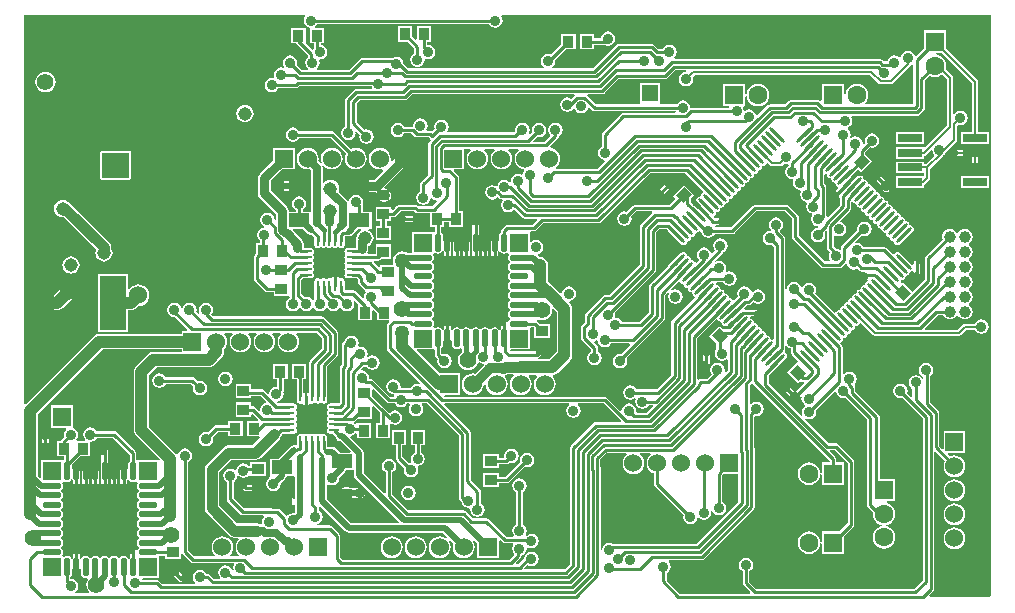
<source format=gbl>
%FSLAX25Y25*%
%MOIN*%
G70*
G01*
G75*
G04 Layer_Physical_Order=4*
G04 Layer_Color=16711680*
%ADD10R,0.03543X0.03937*%
%ADD11R,0.04528X0.07087*%
%ADD12R,0.03937X0.03543*%
%ADD13R,0.02953X0.03937*%
%ADD14O,0.01772X0.05512*%
%ADD15R,0.04724X0.03150*%
%ADD16R,0.04724X0.02953*%
%ADD17R,0.03937X0.02953*%
%ADD18O,0.05512X0.01772*%
%ADD19R,0.18110X0.08858*%
%ADD20R,0.10000X0.03900*%
%ADD21R,0.07402X0.06614*%
%ADD22O,0.00984X0.05315*%
%ADD23R,0.04331X0.04331*%
%ADD24R,0.06693X0.04724*%
%ADD25R,0.09449X0.06102*%
%ADD26R,0.08858X0.18110*%
%ADD27R,0.02362X0.03937*%
%ADD28R,0.04331X0.06693*%
%ADD29R,0.07480X0.05315*%
%ADD30R,0.04331X0.04331*%
%ADD31C,0.01000*%
%ADD32C,0.00800*%
%ADD33C,0.02000*%
%ADD34C,0.03000*%
%ADD35C,0.05500*%
%ADD36C,0.03500*%
%ADD37C,0.04000*%
%ADD38R,0.06299X0.06299*%
%ADD39C,0.06299*%
%ADD40C,0.06000*%
%ADD41R,0.06000X0.06000*%
%ADD42R,0.06299X0.06299*%
%ADD43R,0.06000X0.06000*%
%ADD44C,0.05512*%
%ADD45R,0.05512X0.05512*%
%ADD46C,0.03937*%
%ADD47C,0.03500*%
%ADD48C,0.05500*%
%ADD49C,0.04500*%
%ADD50C,0.05000*%
%ADD51C,0.01969*%
%ADD52C,0.01500*%
%ADD53C,0.01300*%
%ADD54C,0.07150*%
%ADD55C,0.06500*%
%ADD56C,0.07000*%
%ADD57C,0.08000*%
%ADD58C,0.04787*%
%ADD59C,0.07500*%
%ADD60R,0.08071X0.02756*%
G04:AMPARAMS|DCode=61|XSize=39.37mil|YSize=35.43mil|CornerRadius=0mil|HoleSize=0mil|Usage=FLASHONLY|Rotation=135.000|XOffset=0mil|YOffset=0mil|HoleType=Round|Shape=Rectangle|*
%AMROTATEDRECTD61*
4,1,4,0.02645,-0.00139,0.00139,-0.02645,-0.02645,0.00139,-0.00139,0.02645,0.02645,-0.00139,0.0*
%
%ADD61ROTATEDRECTD61*%

G04:AMPARAMS|DCode=62|XSize=39.37mil|YSize=35.43mil|CornerRadius=0mil|HoleSize=0mil|Usage=FLASHONLY|Rotation=225.000|XOffset=0mil|YOffset=0mil|HoleType=Round|Shape=Rectangle|*
%AMROTATEDRECTD62*
4,1,4,0.00139,0.02645,0.02645,0.00139,-0.00139,-0.02645,-0.02645,-0.00139,0.00139,0.02645,0.0*
%
%ADD62ROTATEDRECTD62*%

%ADD63O,0.00984X0.03740*%
%ADD64O,0.03740X0.00984*%
%ADD65R,0.09646X0.09646*%
%ADD66R,0.07087X0.04528*%
%ADD67O,0.02165X0.06102*%
%ADD68O,0.06102X0.02165*%
%ADD69R,0.23622X0.23622*%
%ADD70R,0.05906X0.05906*%
G04:AMPARAMS|DCode=71|XSize=11.81mil|YSize=70.87mil|CornerRadius=0mil|HoleSize=0mil|Usage=FLASHONLY|Rotation=315.000|XOffset=0mil|YOffset=0mil|HoleType=Round|Shape=Round|*
%AMOVALD71*
21,1,0.05906,0.01181,0.00000,0.00000,45.0*
1,1,0.01181,-0.02088,-0.02088*
1,1,0.01181,0.02088,0.02088*
%
%ADD71OVALD71*%

G04:AMPARAMS|DCode=72|XSize=11.81mil|YSize=70.87mil|CornerRadius=0mil|HoleSize=0mil|Usage=FLASHONLY|Rotation=45.000|XOffset=0mil|YOffset=0mil|HoleType=Round|Shape=Round|*
%AMOVALD72*
21,1,0.05906,0.01181,0.00000,0.00000,135.0*
1,1,0.01181,0.02088,-0.02088*
1,1,0.01181,-0.02088,0.02088*
%
%ADD72OVALD72*%

%ADD73C,0.02500*%
%ADD74C,0.03200*%
%ADD75C,0.01800*%
%ADD76C,0.01969*%
G36*
X454878Y306914D02*
Y293586D01*
X452344Y291053D01*
X448674D01*
X448625Y291553D01*
X448679Y291564D01*
X449043Y291807D01*
X450793Y293557D01*
X451036Y293921D01*
X451122Y294350D01*
X451036Y294780D01*
X450793Y295144D01*
X450429Y295387D01*
X450000Y295472D01*
X449571Y295387D01*
X449207Y295144D01*
X447785Y293722D01*
X439567D01*
X439395Y293947D01*
X439643Y294447D01*
X445891D01*
Y301553D01*
X446266Y301855D01*
X447209D01*
X447432Y301632D01*
Y298278D01*
X452568D01*
Y303021D01*
X449215D01*
X448466Y303769D01*
X448449Y303781D01*
X448510Y304342D01*
X448695Y304415D01*
X449125Y304236D01*
X450000Y304121D01*
X450875Y304236D01*
X451689Y304574D01*
X452389Y305111D01*
X452926Y305810D01*
X453264Y306626D01*
X453379Y307500D01*
X453348Y307736D01*
X453821Y307970D01*
X454878Y306914D01*
D02*
G37*
G36*
X533378Y338035D02*
Y332000D01*
X533378Y332000D01*
X533464Y331571D01*
X533707Y331207D01*
X543057Y321857D01*
X543057Y321857D01*
X543421Y321614D01*
X543850Y321528D01*
X543850Y321529D01*
X549181D01*
X549181Y321528D01*
X549610Y321614D01*
X549974Y321857D01*
X551131Y323014D01*
X551610Y322869D01*
X551686Y322483D01*
X552206Y321706D01*
X552983Y321186D01*
X553900Y321004D01*
X554817Y321186D01*
X555081Y321363D01*
X555587Y320857D01*
X555587Y320857D01*
X555951Y320614D01*
X556371Y320530D01*
X556386Y320497D01*
X556465Y320028D01*
X556207Y319856D01*
X555964Y319492D01*
X555878Y319063D01*
X555964Y318634D01*
X556207Y318270D01*
X556571Y318027D01*
X557000Y317941D01*
X558451D01*
X558759Y317506D01*
X558601Y317151D01*
X558353Y317102D01*
X557959Y316839D01*
X557696Y316445D01*
X557661Y316265D01*
X557426Y315802D01*
X556961Y315710D01*
X556567Y315447D01*
X556304Y315053D01*
X556269Y314873D01*
X556034Y314410D01*
X555569Y314318D01*
X555176Y314055D01*
X554912Y313661D01*
X554820Y313196D01*
X554642Y313018D01*
X554177Y312926D01*
X553784Y312663D01*
X553520Y312269D01*
X553485Y312089D01*
X553250Y311626D01*
X552785Y311534D01*
X552392Y311271D01*
X552129Y310877D01*
X552093Y310698D01*
X551918Y310353D01*
X551573Y310178D01*
X551394Y310142D01*
X551000Y309879D01*
X550737Y309485D01*
X550701Y309306D01*
X550466Y308842D01*
X550002Y308750D01*
X549608Y308487D01*
X549345Y308093D01*
X549252Y307629D01*
X548789Y307394D01*
X548610Y307358D01*
X548216Y307095D01*
X548019Y306801D01*
X547470Y306643D01*
X541040Y313073D01*
X541214Y313333D01*
X541396Y314250D01*
X541214Y315167D01*
X540694Y315944D01*
X539917Y316464D01*
X539000Y316646D01*
X538083Y316464D01*
X537306Y315944D01*
X536786Y315167D01*
X536780Y315134D01*
X536270D01*
X536214Y315417D01*
X535694Y316194D01*
X534917Y316714D01*
X534000Y316896D01*
X533083Y316714D01*
X532306Y316194D01*
X531786Y315417D01*
X531622Y314588D01*
X531122Y314638D01*
Y331530D01*
X531122Y331530D01*
X531036Y331960D01*
X530793Y332324D01*
X530793Y332324D01*
X529443Y333673D01*
X529492Y334171D01*
X529694Y334306D01*
X530214Y335083D01*
X530396Y336000D01*
X530214Y336917D01*
X529694Y337694D01*
X528917Y338214D01*
X528000Y338396D01*
X527083Y338214D01*
X526306Y337694D01*
X525786Y336917D01*
X525604Y336000D01*
X525786Y335083D01*
X526275Y334351D01*
X526222Y334180D01*
X526028Y333891D01*
X526000Y333896D01*
X525083Y333714D01*
X524306Y333194D01*
X523786Y332417D01*
X523604Y331500D01*
X523786Y330583D01*
X524306Y329806D01*
X525083Y329286D01*
X526000Y329104D01*
X526676Y329238D01*
X527278Y328635D01*
Y297930D01*
X526978Y297708D01*
X526778Y297629D01*
X526385Y297707D01*
X526151Y298170D01*
X526115Y298349D01*
X525852Y298743D01*
X525458Y299007D01*
X524994Y299099D01*
X524759Y299562D01*
X524723Y299742D01*
X524460Y300135D01*
X524066Y300398D01*
X523602Y300491D01*
X523367Y300954D01*
X523331Y301133D01*
X523068Y301527D01*
X522674Y301790D01*
X522210Y301883D01*
X521975Y302346D01*
X521939Y302525D01*
X521676Y302919D01*
X521282Y303182D01*
X520818Y303275D01*
X520640Y303453D01*
X520547Y303917D01*
X520284Y304311D01*
X519890Y304574D01*
X519624Y304627D01*
X519478Y304981D01*
X519789Y305414D01*
X521500D01*
X521707Y305207D01*
X522071Y304964D01*
X522500Y304878D01*
X522929Y304964D01*
X523293Y305207D01*
X523536Y305571D01*
X523622Y306000D01*
X523536Y306429D01*
X523293Y306793D01*
X522758Y307328D01*
X522394Y307572D01*
X521965Y307657D01*
X521965Y307657D01*
X517571D01*
X517364Y308157D01*
X518236Y309029D01*
X518680D01*
X518680Y309028D01*
X519110Y309114D01*
X519474Y309357D01*
X520376Y310259D01*
X521083Y309786D01*
X522000Y309604D01*
X522917Y309786D01*
X523694Y310306D01*
X524214Y311083D01*
X524396Y312000D01*
X524214Y312917D01*
X523694Y313694D01*
X522917Y314214D01*
X522000Y314396D01*
X521083Y314214D01*
X520306Y313694D01*
X520247Y313606D01*
X519756Y313703D01*
X519714Y313917D01*
X519194Y314694D01*
X518417Y315214D01*
X517500Y315396D01*
X516583Y315214D01*
X515806Y314694D01*
X515286Y313917D01*
X515104Y313000D01*
X515286Y312083D01*
X515306Y312054D01*
X514070Y310819D01*
X513521Y310977D01*
X513324Y311271D01*
X512931Y311534D01*
X512466Y311626D01*
X512288Y311804D01*
X512196Y312269D01*
X511933Y312663D01*
X511539Y312926D01*
X511074Y313018D01*
X510896Y313196D01*
X510804Y313661D01*
X510540Y314055D01*
X510147Y314318D01*
X509682Y314410D01*
X509447Y314873D01*
X509412Y315053D01*
X509149Y315447D01*
X508755Y315710D01*
X508290Y315802D01*
X508055Y316265D01*
X508033Y316378D01*
X508090Y316543D01*
X508331Y316879D01*
X510423D01*
X510806Y316306D01*
X511583Y315786D01*
X512500Y315604D01*
X513417Y315786D01*
X514194Y316306D01*
X514714Y317083D01*
X514896Y318000D01*
X514714Y318917D01*
X514194Y319694D01*
X513417Y320214D01*
X512500Y320396D01*
X511583Y320214D01*
X511556Y320196D01*
X511196Y320556D01*
X511214Y320583D01*
X511396Y321500D01*
X511214Y322417D01*
X510694Y323194D01*
X509917Y323714D01*
X509000Y323896D01*
X508083Y323714D01*
X507945Y323622D01*
X507627Y324010D01*
X510293Y326676D01*
X510293Y326676D01*
X510359Y326775D01*
X510417Y326786D01*
X511194Y327306D01*
X511714Y328083D01*
X511896Y329000D01*
X511714Y329917D01*
X511194Y330694D01*
X510417Y331214D01*
X509500Y331396D01*
X508583Y331214D01*
X507806Y330694D01*
X507286Y329917D01*
X507104Y329000D01*
X507286Y328083D01*
X507784Y327339D01*
X506829Y326385D01*
X506287Y326550D01*
X506214Y326917D01*
X505694Y327694D01*
X504917Y328214D01*
X504000Y328396D01*
X503083Y328214D01*
X502306Y327694D01*
X501786Y326917D01*
X501604Y326000D01*
X501786Y325083D01*
X502306Y324306D01*
X502323Y324127D01*
X501543Y323346D01*
X500993Y323504D01*
X500797Y323798D01*
X500403Y324061D01*
X499939Y324154D01*
X499760Y324332D01*
X499668Y324797D01*
X499405Y325190D01*
X499011Y325453D01*
X498547Y325546D01*
X498312Y326009D01*
X498276Y326188D01*
X498013Y326582D01*
X497619Y326845D01*
X497155Y326938D01*
X496690Y326845D01*
X496296Y326582D01*
X492121Y322406D01*
X491858Y322013D01*
X486007Y316162D01*
X485764Y315798D01*
X485678Y315369D01*
X485678Y315369D01*
Y306790D01*
X482510Y303622D01*
X476577D01*
X476194Y304194D01*
X475417Y304714D01*
X474642Y304868D01*
X474471Y304954D01*
X474269Y305360D01*
X474396Y306000D01*
X474262Y306676D01*
X487793Y320207D01*
X487793Y320207D01*
X488036Y320571D01*
X488122Y321000D01*
Y333535D01*
X489067Y334481D01*
X491405D01*
X491858Y334028D01*
X492121Y333635D01*
X496296Y329459D01*
X496690Y329196D01*
X497155Y329103D01*
X497619Y329196D01*
X498013Y329459D01*
X498276Y329853D01*
X498312Y330032D01*
X498547Y330495D01*
X499011Y330588D01*
X499405Y330851D01*
X499668Y331245D01*
X499760Y331709D01*
X500224Y331944D01*
X500403Y331980D01*
X500797Y332243D01*
X501060Y332637D01*
X501096Y332816D01*
X501331Y333279D01*
X501795Y333372D01*
X502189Y333635D01*
X502385Y333929D01*
X502657Y334007D01*
X503157Y333673D01*
X503271Y333098D01*
X503791Y332321D01*
X504568Y331802D01*
X505485Y331619D01*
X506402Y331802D01*
X507179Y332321D01*
X507562Y332894D01*
X513515D01*
X513515Y332894D01*
X513944Y332979D01*
X514308Y333222D01*
X521465Y340378D01*
X531035D01*
X533378Y338035D01*
D02*
G37*
G36*
X531806Y295306D02*
X532583Y294786D01*
X532878Y294728D01*
Y293472D01*
X532878Y293472D01*
X532964Y293043D01*
X533207Y292679D01*
X534033Y291852D01*
X534296Y291459D01*
X535225Y290530D01*
X535088Y290087D01*
X531734Y286733D01*
X535366Y283100D01*
X535906Y283640D01*
X536308Y283927D01*
X536671Y283684D01*
X537101Y283598D01*
X537275D01*
X537467Y283137D01*
X534664Y280334D01*
X534164D01*
X531566Y282932D01*
X531202Y283176D01*
X530773Y283261D01*
X530344Y283176D01*
X529980Y282932D01*
X529737Y282569D01*
X529651Y282139D01*
X529737Y281710D01*
X529980Y281346D01*
X533621Y277705D01*
X533621Y277705D01*
X533985Y277462D01*
X534414Y277377D01*
X534843Y277462D01*
X535207Y277705D01*
X536116Y278614D01*
X536577Y278368D01*
X536504Y278000D01*
X536686Y277083D01*
X537206Y276306D01*
X537638Y276017D01*
Y275416D01*
X537306Y275194D01*
X536786Y274417D01*
X536604Y273500D01*
X536786Y272583D01*
X536940Y272353D01*
X536551Y272035D01*
X525622Y282965D01*
Y285791D01*
X526850Y287020D01*
X527244Y287283D01*
X531420Y291459D01*
X531683Y291853D01*
X531775Y292317D01*
X531683Y292782D01*
X531420Y293176D01*
X531126Y293372D01*
X531086Y293417D01*
X530984Y293696D01*
X530939Y293966D01*
X531036Y294111D01*
X531122Y294540D01*
X531122Y294540D01*
Y295430D01*
X531622Y295581D01*
X531806Y295306D01*
D02*
G37*
G36*
X508325Y304412D02*
X508606Y304313D01*
X508824Y303986D01*
X509218Y303723D01*
X509682Y303631D01*
X509917Y303168D01*
X509953Y302988D01*
X510216Y302594D01*
X510610Y302331D01*
X511074Y302239D01*
X511539Y302331D01*
X511933Y302594D01*
X513049Y303711D01*
X513617Y303572D01*
X513761Y303356D01*
X513977Y303211D01*
X514116Y302643D01*
X513000Y301527D01*
X512737Y301134D01*
X512724Y301121D01*
X510454D01*
X510454Y301122D01*
X510231Y301077D01*
X509088Y302220D01*
X505734Y298866D01*
X508106Y296495D01*
Y294433D01*
X507771Y293932D01*
X507589Y293015D01*
X507771Y292098D01*
X508290Y291321D01*
X509068Y290802D01*
X509985Y290619D01*
X510902Y290802D01*
X511378Y291120D01*
X511878Y290853D01*
Y287465D01*
X511280Y286866D01*
X510819Y287112D01*
X510896Y287500D01*
X510714Y288417D01*
X510194Y289194D01*
X509417Y289714D01*
X508500Y289896D01*
X507583Y289714D01*
X506806Y289194D01*
X506286Y288417D01*
X506104Y287500D01*
X506286Y286583D01*
X506571Y286157D01*
X505035Y284622D01*
X502949D01*
X502520Y284536D01*
X502222Y284337D01*
X501739Y284470D01*
X501722Y284477D01*
Y298135D01*
X508037Y304451D01*
X508325Y304412D01*
D02*
G37*
G36*
X544898Y352766D02*
X545076Y352588D01*
X545169Y352124D01*
X545432Y351730D01*
X545826Y351467D01*
X546290Y351375D01*
X546468Y351196D01*
X546561Y350732D01*
X546824Y350338D01*
X547218Y350075D01*
X547682Y349983D01*
X547917Y349519D01*
X547953Y349340D01*
X548216Y348946D01*
X548510Y348750D01*
X548668Y348200D01*
X546868Y346401D01*
X546707Y346293D01*
X546464Y345929D01*
X546378Y345500D01*
X546464Y345071D01*
X546707Y344707D01*
X547071Y344464D01*
X547500Y344378D01*
X547553D01*
X547554Y344378D01*
X547983Y344464D01*
X548347Y344707D01*
X548728Y345089D01*
X549228Y344882D01*
Y342608D01*
X545222Y338601D01*
X544722Y338808D01*
Y348643D01*
X544722Y348643D01*
X544636Y349072D01*
X544393Y349436D01*
X544393Y349436D01*
X544122Y349708D01*
Y352512D01*
X544622Y352821D01*
X544898Y352766D01*
D02*
G37*
G36*
X503708Y347233D02*
X503550Y346684D01*
X503256Y346487D01*
X502993Y346093D01*
X502901Y345629D01*
X502723Y345451D01*
X502258Y345358D01*
X501864Y345095D01*
X501601Y344701D01*
X501509Y344237D01*
X501601Y343772D01*
X501864Y343378D01*
X502980Y342262D01*
X502841Y341694D01*
X502625Y341550D01*
X502481Y341334D01*
X501913Y341195D01*
X500797Y342311D01*
X500403Y342574D01*
X499600Y343378D01*
Y344522D01*
X499600Y344522D01*
X499555Y344747D01*
X500720Y345912D01*
X497366Y349266D01*
X493734Y345634D01*
X494368Y345000D01*
Y344500D01*
X492490Y342621D01*
X481000D01*
X481000Y342622D01*
X480571Y342536D01*
X480207Y342293D01*
X480207Y342293D01*
X478176Y340262D01*
X477500Y340396D01*
X476583Y340214D01*
X475806Y339694D01*
X475286Y338917D01*
X475104Y338000D01*
X475286Y337083D01*
X475806Y336306D01*
X476583Y335786D01*
X477500Y335604D01*
X478417Y335786D01*
X479194Y336306D01*
X479714Y337083D01*
X479896Y338000D01*
X479762Y338676D01*
X481465Y340378D01*
X486583D01*
X486620Y340331D01*
X486767Y339879D01*
X483007Y336119D01*
X482764Y335755D01*
X482678Y335326D01*
X482678Y335325D01*
Y322790D01*
X472491Y312603D01*
X471188D01*
X470759Y312517D01*
X470395Y312274D01*
X470395Y312274D01*
X464607Y306486D01*
X464364Y306122D01*
X464278Y305693D01*
X464278Y305693D01*
Y303465D01*
X463357Y302543D01*
X463114Y302179D01*
X463028Y301750D01*
X463028Y301750D01*
Y298320D01*
X463028Y298320D01*
X463114Y297890D01*
X463357Y297526D01*
X466378Y294505D01*
Y293577D01*
X465806Y293194D01*
X465286Y292417D01*
X465104Y291500D01*
X465286Y290583D01*
X465806Y289806D01*
X466583Y289286D01*
X467500Y289104D01*
X468417Y289286D01*
X469194Y289806D01*
X469714Y290583D01*
X469896Y291500D01*
X469714Y292417D01*
X469194Y293194D01*
X468622Y293577D01*
Y294970D01*
X468622Y294970D01*
X468536Y295399D01*
X468293Y295763D01*
X468293Y295763D01*
X467385Y296671D01*
X467550Y297213D01*
X467917Y297286D01*
X468117Y297420D01*
X468667Y297186D01*
X468786Y296583D01*
X469306Y295806D01*
X470083Y295286D01*
X471000Y295104D01*
X471917Y295286D01*
X472694Y295806D01*
X473077Y296378D01*
X479139D01*
X479330Y295917D01*
X476259Y292845D01*
X476000Y292896D01*
X475083Y292714D01*
X474306Y292194D01*
X473786Y291417D01*
X473604Y290500D01*
X473786Y289583D01*
X474306Y288806D01*
X475083Y288286D01*
X476000Y288104D01*
X476917Y288286D01*
X477694Y288806D01*
X478214Y289583D01*
X478396Y290500D01*
X478214Y291417D01*
X478129Y291543D01*
X490793Y304207D01*
X491036Y304571D01*
X491122Y305000D01*
X491122Y305000D01*
Y312537D01*
X492054Y313470D01*
X492443Y313151D01*
X492286Y312917D01*
X492104Y312000D01*
X492286Y311083D01*
X492806Y310306D01*
X493583Y309786D01*
X494500Y309604D01*
X495417Y309786D01*
X496194Y310306D01*
X496714Y311083D01*
X496896Y312000D01*
X496714Y312917D01*
X496194Y313694D01*
X495417Y314214D01*
X494500Y314396D01*
X493583Y314214D01*
X493349Y314057D01*
X493031Y314446D01*
X495551Y316966D01*
X496100Y316808D01*
X496296Y316514D01*
X496690Y316251D01*
X497155Y316158D01*
X497390Y315695D01*
X497425Y315516D01*
X497688Y315122D01*
X498082Y314859D01*
X498547Y314766D01*
X498725Y314588D01*
X498817Y314124D01*
X499080Y313730D01*
X499474Y313467D01*
X499939Y313374D01*
X500173Y312911D01*
X500209Y312732D01*
X500472Y312338D01*
X500766Y312141D01*
X500924Y311592D01*
X493407Y304075D01*
X493164Y303711D01*
X493078Y303282D01*
X493078Y303282D01*
Y285902D01*
X488298Y281121D01*
X481577D01*
X481194Y281694D01*
X480417Y282214D01*
X479500Y282396D01*
X478583Y282214D01*
X477806Y281694D01*
X477286Y280917D01*
X477104Y280000D01*
X477286Y279083D01*
X477806Y278306D01*
X478583Y277786D01*
X479500Y277604D01*
X480417Y277786D01*
X480826Y278060D01*
X481252Y277743D01*
X481104Y277000D01*
X481286Y276083D01*
X481806Y275306D01*
X482583Y274786D01*
X483500Y274604D01*
X484417Y274786D01*
X485194Y275306D01*
X485577Y275879D01*
X486927D01*
X487119Y275416D01*
X485024Y273322D01*
X481771D01*
X481360Y273822D01*
X481396Y274000D01*
X481214Y274917D01*
X480694Y275694D01*
X479917Y276214D01*
X479000Y276396D01*
X478083Y276214D01*
X477306Y275694D01*
X476786Y274917D01*
X476635Y274158D01*
X476145Y273941D01*
X471793Y278293D01*
X471429Y278536D01*
X471000Y278622D01*
X471000Y278622D01*
X417502D01*
X417429Y278731D01*
X417696Y279231D01*
X422529D01*
Y286431D01*
X415866D01*
X408312Y293985D01*
X408503Y294447D01*
X413891D01*
X414193Y294072D01*
Y292685D01*
X414193Y292685D01*
X414279Y292256D01*
X414522Y291892D01*
X415238Y291176D01*
X415104Y290500D01*
X415286Y289583D01*
X415806Y288806D01*
X416583Y288286D01*
X417500Y288104D01*
X418417Y288286D01*
X419194Y288806D01*
X419714Y289583D01*
X419896Y290500D01*
X419714Y291417D01*
X419194Y292194D01*
X418417Y292714D01*
X417500Y292896D01*
X416824Y292762D01*
X416436Y293150D01*
Y294812D01*
X416528Y294873D01*
X416900Y295430D01*
X417031Y296087D01*
Y297321D01*
X417531Y297473D01*
X417671Y297262D01*
X418035Y297019D01*
X418465Y296934D01*
X418894Y297019D01*
X419258Y297262D01*
X419398Y297473D01*
X419899Y297321D01*
Y296087D01*
X420029Y295430D01*
X420401Y294873D01*
X420958Y294502D01*
X421614Y294371D01*
X422271Y294502D01*
X422734Y294811D01*
X423071Y294703D01*
X423234Y294590D01*
Y293341D01*
X423011Y293170D01*
X422474Y292470D01*
X422136Y291655D01*
X422021Y290781D01*
X422136Y289906D01*
X422474Y289091D01*
X423011Y288391D01*
X423711Y287855D01*
X424525Y287517D01*
X425400Y287402D01*
X426274Y287517D01*
X427090Y287855D01*
X427789Y288391D01*
X428326Y289091D01*
X428629Y289822D01*
X428908Y289974D01*
X429187Y290051D01*
X429583Y289786D01*
X430474Y289609D01*
X430545Y289502D01*
X430708Y289136D01*
X427898Y286326D01*
X427869Y286338D01*
X426929Y286462D01*
X425989Y286338D01*
X425114Y285975D01*
X424362Y285398D01*
X423785Y284646D01*
X423422Y283770D01*
X423298Y282831D01*
X423422Y281891D01*
X423785Y281015D01*
X424362Y280263D01*
X425114Y279686D01*
X425989Y279323D01*
X426929Y279200D01*
X427869Y279323D01*
X428745Y279686D01*
X429497Y280263D01*
X430074Y281015D01*
X430437Y281891D01*
X430529Y282591D01*
X430878Y282840D01*
X431324Y282630D01*
X431422Y281891D01*
X431785Y281015D01*
X432362Y280263D01*
X433114Y279686D01*
X433989Y279323D01*
X434929Y279200D01*
X435869Y279323D01*
X436745Y279686D01*
X437497Y280263D01*
X438074Y281015D01*
X438437Y281891D01*
X438560Y282831D01*
X438437Y283770D01*
X438074Y284646D01*
X437598Y285266D01*
X437698Y285693D01*
X437779Y285812D01*
X438358Y285928D01*
X438519Y286035D01*
X440370D01*
X440539Y285535D01*
X440362Y285398D01*
X439785Y284646D01*
X439422Y283770D01*
X439298Y282831D01*
X439422Y281891D01*
X439785Y281015D01*
X440362Y280263D01*
X441114Y279686D01*
X441989Y279323D01*
X442929Y279200D01*
X443869Y279323D01*
X444745Y279686D01*
X445497Y280263D01*
X446074Y281015D01*
X446437Y281891D01*
X446560Y282831D01*
X446437Y283770D01*
X446074Y284646D01*
X445566Y285308D01*
X445710Y285808D01*
X448148D01*
X448292Y285308D01*
X447785Y284646D01*
X447422Y283770D01*
X447298Y282831D01*
X447422Y281891D01*
X447785Y281015D01*
X448362Y280263D01*
X449114Y279686D01*
X449989Y279323D01*
X450929Y279200D01*
X451869Y279323D01*
X452745Y279686D01*
X453497Y280263D01*
X454074Y281015D01*
X454436Y281891D01*
X454560Y282831D01*
X454436Y283770D01*
X454074Y284646D01*
X453556Y285320D01*
X453617Y285628D01*
X453732Y285848D01*
X454109Y285898D01*
X454742Y286160D01*
X455285Y286576D01*
X459354Y290646D01*
X459354Y290646D01*
X459771Y291189D01*
X459880Y291451D01*
X460033Y291821D01*
X460122Y292500D01*
X460122Y292500D01*
Y308000D01*
X460122Y308000D01*
X460033Y308679D01*
X459771Y309311D01*
X459354Y309854D01*
X459354Y309854D01*
X459094Y310114D01*
X459260Y310656D01*
X459917Y310786D01*
X460694Y311306D01*
X461214Y312083D01*
X461396Y313000D01*
X461214Y313917D01*
X460694Y314694D01*
X459917Y315214D01*
X459000Y315396D01*
X458083Y315214D01*
X457306Y314694D01*
X456786Y313917D01*
X456656Y313260D01*
X456114Y313094D01*
X454929Y314280D01*
X454929Y314280D01*
X452122Y317086D01*
Y319000D01*
Y322500D01*
X452033Y323179D01*
X451771Y323811D01*
X451354Y324354D01*
X450811Y324771D01*
X450179Y325033D01*
X449500Y325122D01*
X449221Y325086D01*
X448544Y325763D01*
X448690Y326241D01*
X448917Y326286D01*
X449694Y326806D01*
X450214Y327583D01*
X450396Y328500D01*
X450214Y329417D01*
X449694Y330194D01*
X448917Y330714D01*
X448000Y330896D01*
X447083Y330714D01*
X446391Y330252D01*
X445891Y330405D01*
Y333553D01*
X446298Y333779D01*
X447400D01*
X447400Y333778D01*
X447829Y333864D01*
X448193Y334107D01*
X450465Y336379D01*
X468788D01*
X468788Y336378D01*
X469217Y336464D01*
X469581Y336707D01*
X486053Y353179D01*
X497762D01*
X503708Y347233D01*
D02*
G37*
G36*
X389812Y334093D02*
X389563Y333990D01*
X388967Y333533D01*
X388510Y332937D01*
X388223Y332244D01*
X388125Y331500D01*
X388128Y331479D01*
X388022Y331319D01*
X387859Y330500D01*
Y328224D01*
X386646D01*
X386605Y328216D01*
X385268D01*
X384842Y328131D01*
X384480Y327890D01*
X384239Y327529D01*
X384154Y327102D01*
X384239Y326676D01*
X384480Y326315D01*
Y325921D01*
X384239Y325560D01*
X384154Y325134D01*
X384239Y324708D01*
X384480Y324346D01*
Y323953D01*
X384239Y323591D01*
X384154Y323165D01*
X384239Y322739D01*
X384480Y322378D01*
Y321984D01*
X384239Y321623D01*
X384154Y321197D01*
X384239Y320771D01*
X384480Y320409D01*
Y320016D01*
X384239Y319654D01*
X384154Y319228D01*
X384239Y318802D01*
X384480Y318441D01*
X384842Y318200D01*
X385268Y318115D01*
X386605D01*
X386646Y318107D01*
X388138D01*
X388544Y317701D01*
Y316835D01*
X388544Y316835D01*
X388629Y316405D01*
X388872Y316042D01*
X390542Y314372D01*
X390542Y314372D01*
X390905Y314129D01*
X391025Y314105D01*
X391101Y313994D01*
X391215Y313558D01*
X390786Y312917D01*
X390604Y312000D01*
X390681Y311612D01*
X390220Y311366D01*
X387793Y313793D01*
X387429Y314036D01*
X387000Y314122D01*
X387000Y314122D01*
X384224D01*
Y315685D01*
X384216Y315725D01*
Y317063D01*
X384131Y317489D01*
X383890Y317850D01*
X383528Y318092D01*
X383102Y318177D01*
X382755Y318108D01*
X382491Y318232D01*
X382255Y318412D01*
Y320803D01*
X382170Y321232D01*
X381927Y321596D01*
X381563Y321839D01*
X381134Y321925D01*
X380705Y321839D01*
X380341Y321596D01*
X380098Y321232D01*
X380012Y320803D01*
Y318412D01*
X379776Y318232D01*
X379512Y318108D01*
X379165Y318177D01*
X378739Y318092D01*
X378378Y317850D01*
X377984D01*
X377623Y318092D01*
X377197Y318177D01*
X376771Y318092D01*
X376410Y317850D01*
X376016D01*
X375655Y318092D01*
X375228Y318177D01*
X374802Y318092D01*
X374441Y317850D01*
X374200Y317489D01*
X374115Y317063D01*
Y315725D01*
X374107Y315685D01*
Y310896D01*
X374051Y310812D01*
X373449D01*
X373194Y311194D01*
X372417Y311714D01*
X371500Y311896D01*
X370908Y311778D01*
X369722Y312965D01*
Y317535D01*
X370293Y318107D01*
X371685D01*
X371725Y318115D01*
X373063D01*
X373489Y318200D01*
X373850Y318441D01*
X374092Y318802D01*
X374177Y319228D01*
X374092Y319654D01*
X373850Y320016D01*
Y320409D01*
X374092Y320771D01*
X374177Y321197D01*
X374092Y321623D01*
X373850Y321984D01*
Y322378D01*
X374092Y322739D01*
X374177Y323165D01*
X374092Y323591D01*
X373850Y323953D01*
Y324346D01*
X374092Y324708D01*
X374177Y325134D01*
X374092Y325560D01*
X373850Y325921D01*
Y326315D01*
X374092Y326676D01*
X374177Y327102D01*
X374092Y327529D01*
X373850Y327890D01*
X373489Y328131D01*
X373063Y328216D01*
X371725D01*
X371685Y328224D01*
X370729D01*
X370641Y328331D01*
Y329500D01*
X370478Y330319D01*
X370014Y331014D01*
X366897Y334131D01*
X367088Y334593D01*
X370453D01*
X372023Y333023D01*
X372547Y332673D01*
X373165Y332550D01*
X373190Y332555D01*
X374107Y331638D01*
Y330646D01*
X374115Y330605D01*
Y329268D01*
X374200Y328842D01*
X374441Y328480D01*
X374802Y328239D01*
X375228Y328154D01*
X375655Y328239D01*
X375872Y328384D01*
X376213Y328445D01*
X376553Y328384D01*
X376771Y328239D01*
X377197Y328154D01*
X377623Y328239D01*
X377841Y328384D01*
X378181Y328445D01*
X378521Y328384D01*
X378739Y328239D01*
X379165Y328154D01*
X379591Y328239D01*
X379809Y328384D01*
X380150Y328445D01*
X380490Y328384D01*
X380708Y328239D01*
X381134Y328154D01*
X381560Y328239D01*
X381778Y328384D01*
X382118Y328445D01*
X382458Y328384D01*
X382676Y328239D01*
X383102Y328154D01*
X383528Y328239D01*
X383890Y328480D01*
X384131Y328842D01*
X384216Y329268D01*
Y330605D01*
X384224Y330646D01*
Y332029D01*
X385150D01*
X385150Y332028D01*
X385462Y332090D01*
X385665Y332050D01*
X386283Y332173D01*
X386807Y332523D01*
X388877Y334593D01*
X389713D01*
X389812Y334093D01*
D02*
G37*
G36*
X525929Y355779D02*
X526260Y355558D01*
X526650Y355480D01*
X529500D01*
X529890Y355558D01*
X530221Y355779D01*
X530704Y356262D01*
X531500Y356104D01*
X531776Y356159D01*
X532210Y355792D01*
X532198Y355456D01*
X531806Y355194D01*
X531286Y354417D01*
X531104Y353500D01*
X531286Y352583D01*
X531806Y351806D01*
X532583Y351286D01*
X533358Y351132D01*
X533529Y351046D01*
X533731Y350640D01*
X533604Y350000D01*
X533786Y349083D01*
X534306Y348306D01*
X535083Y347786D01*
X536000Y347604D01*
X536166Y347637D01*
X536467Y347187D01*
X536286Y346917D01*
X536104Y346000D01*
X536286Y345083D01*
X536806Y344306D01*
X537583Y343786D01*
X538186Y343667D01*
X538420Y343117D01*
X538286Y342917D01*
X538104Y342000D01*
X538286Y341083D01*
X538806Y340306D01*
X539583Y339786D01*
X539871Y339729D01*
X540101Y339174D01*
X539863Y338817D01*
X539680Y337900D01*
X539863Y336983D01*
X540382Y336206D01*
X541159Y335686D01*
X541941Y335531D01*
X542140Y335178D01*
X542172Y335014D01*
X542069Y334882D01*
X542000Y334896D01*
X541083Y334714D01*
X540306Y334194D01*
X539786Y333417D01*
X539604Y332500D01*
X539786Y331583D01*
X540306Y330806D01*
X541083Y330286D01*
X542000Y330104D01*
X542917Y330286D01*
X543694Y330806D01*
X544214Y331583D01*
X544396Y332500D01*
X544214Y333417D01*
X544141Y333525D01*
X544566Y333950D01*
X545028Y333759D01*
Y328350D01*
X545028Y328350D01*
X545114Y327921D01*
X545357Y327557D01*
X546071Y326843D01*
X545786Y326417D01*
X545604Y325500D01*
X545786Y324583D01*
X545995Y324271D01*
X545727Y323772D01*
X544315D01*
X535622Y332465D01*
Y338500D01*
X535622Y338500D01*
X535536Y338929D01*
X535293Y339293D01*
X532293Y342293D01*
X531929Y342536D01*
X531500Y342622D01*
X531500Y342621D01*
X521000D01*
X521000Y342622D01*
X520571Y342536D01*
X520207Y342293D01*
X520207Y342293D01*
X513051Y335137D01*
X507834D01*
X507684Y335379D01*
X507962Y335878D01*
X510500D01*
X510929Y335964D01*
X511293Y336207D01*
X511536Y336571D01*
X511622Y337000D01*
X511536Y337429D01*
X511293Y337793D01*
X510929Y338036D01*
X510500Y338122D01*
X507640D01*
X507305Y338457D01*
X507463Y339006D01*
X507757Y339202D01*
X508020Y339596D01*
X508112Y340061D01*
X508290Y340239D01*
X508755Y340331D01*
X509149Y340595D01*
X509412Y340988D01*
X509504Y341453D01*
X509682Y341631D01*
X510147Y341723D01*
X510540Y341986D01*
X510804Y342380D01*
X510839Y342560D01*
X511014Y342905D01*
X511359Y343079D01*
X511539Y343115D01*
X511933Y343378D01*
X512196Y343772D01*
X512231Y343952D01*
X512466Y344415D01*
X512931Y344507D01*
X513324Y344770D01*
X513588Y345164D01*
X513680Y345629D01*
X513858Y345807D01*
X514323Y345899D01*
X514716Y346162D01*
X514980Y346556D01*
X515072Y347021D01*
X515535Y347255D01*
X515715Y347291D01*
X516108Y347554D01*
X516371Y347948D01*
X516464Y348412D01*
X516642Y348591D01*
X517106Y348683D01*
X517500Y348946D01*
X517763Y349340D01*
X517856Y349804D01*
X518034Y349983D01*
X518498Y350075D01*
X518892Y350338D01*
X519155Y350732D01*
X519248Y351196D01*
X519426Y351375D01*
X519890Y351467D01*
X520284Y351730D01*
X520547Y352124D01*
X520640Y352588D01*
X520818Y352766D01*
X521282Y352859D01*
X521676Y353122D01*
X521939Y353516D01*
X522032Y353980D01*
X522495Y354215D01*
X522674Y354251D01*
X523068Y354514D01*
X523331Y354908D01*
X523424Y355372D01*
X523602Y355550D01*
X524066Y355643D01*
X524460Y355906D01*
X524714Y356286D01*
X524724Y356300D01*
X525262Y356446D01*
X525929Y355779D01*
D02*
G37*
G36*
X384447Y233747D02*
X384976Y233393D01*
X385600Y233269D01*
X416924D01*
X418256Y231937D01*
X417926Y231560D01*
X417815Y231645D01*
X416940Y232007D01*
X416000Y232131D01*
X415060Y232007D01*
X414185Y231645D01*
X413432Y231067D01*
X412855Y230315D01*
X412493Y229440D01*
X412369Y228500D01*
X412493Y227560D01*
X412855Y226684D01*
X413432Y225933D01*
X414185Y225355D01*
X415060Y224993D01*
X416000Y224869D01*
X416940Y224993D01*
X417815Y225355D01*
X418568Y225933D01*
X419145Y226684D01*
X419507Y227560D01*
X419631Y228500D01*
X419507Y229440D01*
X419145Y230315D01*
X419060Y230426D01*
X419437Y230756D01*
X420569Y229624D01*
X420493Y229440D01*
X420369Y228500D01*
X420493Y227560D01*
X420855Y226684D01*
X421432Y225933D01*
X422185Y225355D01*
X423060Y224993D01*
X424000Y224869D01*
X424940Y224993D01*
X425815Y225355D01*
X426568Y225933D01*
X427145Y226684D01*
X427507Y227560D01*
X427631Y228500D01*
X427507Y229440D01*
X427145Y230315D01*
X427060Y230426D01*
X427437Y230756D01*
X428400Y229793D01*
Y224900D01*
X435600D01*
Y230661D01*
X436062Y230852D01*
X436857Y230057D01*
X436857Y230057D01*
X437221Y229814D01*
X437650Y229728D01*
X437650Y229729D01*
X440227D01*
X440494Y229228D01*
X440286Y228917D01*
X440104Y228000D01*
X440286Y227083D01*
X440806Y226306D01*
X440730Y225816D01*
X439235Y224322D01*
X383527D01*
X382721Y225127D01*
Y232218D01*
X382636Y232648D01*
X382393Y233011D01*
X382393Y233012D01*
X380011Y235393D01*
X379648Y235636D01*
X379218Y235722D01*
X379218Y235721D01*
X375140D01*
X375091Y236222D01*
X375417Y236286D01*
X376194Y236806D01*
X376714Y237583D01*
X376896Y238500D01*
X376714Y239417D01*
X376194Y240194D01*
X375622Y240577D01*
Y241530D01*
X375622Y241530D01*
X375536Y241960D01*
X375945Y242248D01*
X384447Y233747D01*
D02*
G37*
G36*
X387369Y252500D02*
X387493Y251876D01*
X387846Y251346D01*
X402200Y236993D01*
X402008Y236531D01*
X386276D01*
X378281Y244526D01*
Y249221D01*
X378781Y249488D01*
X379083Y249286D01*
X380000Y249104D01*
X380917Y249286D01*
X381694Y249806D01*
X382214Y250583D01*
X382396Y251500D01*
X382381Y251574D01*
X384488Y253681D01*
X384821Y254180D01*
X387369D01*
Y252500D01*
D02*
G37*
G36*
X296229Y221152D02*
Y219917D01*
X296360Y219261D01*
X296732Y218704D01*
X297288Y218332D01*
X297945Y218202D01*
X298407Y218294D01*
X298689Y217840D01*
X298574Y217689D01*
X298236Y216875D01*
X298121Y216000D01*
X298236Y215125D01*
X298574Y214311D01*
X299102Y213621D01*
X299077Y213435D01*
X298971Y213122D01*
X294570D01*
X294419Y213621D01*
X294694Y213806D01*
X295214Y214583D01*
X295396Y215500D01*
X295214Y216417D01*
X294694Y217194D01*
X293917Y217714D01*
X293000Y217896D01*
X292767Y218087D01*
Y218643D01*
X292859Y218704D01*
X293231Y219261D01*
X293361Y219917D01*
Y221152D01*
X293861Y221304D01*
X294002Y221093D01*
X294366Y220850D01*
X294795Y220764D01*
X295224Y220850D01*
X295588Y221093D01*
X295729Y221304D01*
X296229Y221152D01*
D02*
G37*
G36*
X330207Y226207D02*
X332857Y223557D01*
X332857Y223557D01*
X333221Y223314D01*
X333650Y223228D01*
X333650Y223229D01*
X347227D01*
X347495Y222728D01*
X347286Y222417D01*
X347104Y221500D01*
X347199Y221022D01*
X346714Y220917D01*
X346194Y221694D01*
X345417Y222214D01*
X344500Y222396D01*
X343583Y222214D01*
X342806Y221694D01*
X342286Y220917D01*
X342104Y220000D01*
X342286Y219083D01*
X342728Y218422D01*
X342549Y217921D01*
X340665D01*
X339293Y219293D01*
X338929Y219536D01*
X338500Y219622D01*
X338500Y219621D01*
X338077D01*
X337694Y220194D01*
X336917Y220714D01*
X336000Y220896D01*
X335083Y220714D01*
X334306Y220194D01*
X333786Y219417D01*
X333604Y218500D01*
X333786Y217583D01*
X334295Y216822D01*
X334251Y216590D01*
X334169Y216321D01*
X323465D01*
X322508Y217278D01*
X322145Y217521D01*
X321715Y217606D01*
X321715Y217606D01*
X316691D01*
X316589Y217778D01*
X316872Y218278D01*
X322222D01*
Y225383D01*
X322597Y225686D01*
X324522D01*
Y224609D01*
X329659D01*
Y226127D01*
X330159Y226279D01*
X330207Y226207D01*
D02*
G37*
G36*
X329900Y293622D02*
X320500D01*
X319821Y293533D01*
X319189Y293271D01*
X318646Y292854D01*
X318646Y292854D01*
X314646Y288854D01*
X314229Y288311D01*
X313967Y287679D01*
X313878Y287000D01*
X313878Y287000D01*
Y267500D01*
X313878Y267500D01*
X313967Y266821D01*
X314229Y266189D01*
X314646Y265646D01*
X322539Y257752D01*
X322201Y257383D01*
X315117D01*
X314814Y257758D01*
Y259807D01*
X314814Y259807D01*
X314729Y260236D01*
X314486Y260600D01*
X314486Y260600D01*
X308293Y266793D01*
X307929Y267036D01*
X307500Y267122D01*
X307500Y267122D01*
X301577D01*
X301194Y267694D01*
X300417Y268214D01*
X299500Y268396D01*
X298583Y268214D01*
X297806Y267694D01*
X297286Y266917D01*
X297104Y266000D01*
X297286Y265083D01*
X297743Y264399D01*
X297583Y263899D01*
X294978D01*
X294865Y264061D01*
X294757Y264399D01*
X295214Y265083D01*
X295396Y266000D01*
X295214Y266917D01*
X294694Y267694D01*
X294181Y268037D01*
X294166Y268047D01*
X294165Y268048D01*
X293917Y268214D01*
X293841Y268230D01*
X293750Y268250D01*
X293750D01*
X293750Y268250D01*
Y275750D01*
X286250D01*
Y268250D01*
X291238D01*
X291390Y267750D01*
X291306Y267694D01*
X290786Y266917D01*
X290604Y266000D01*
X290738Y265324D01*
X289947Y264533D01*
X289704Y264169D01*
X289650Y263899D01*
X288369D01*
Y258762D01*
X290524D01*
Y257758D01*
X290222Y257383D01*
X283117D01*
Y251844D01*
X282655Y251653D01*
X282122Y252185D01*
Y272914D01*
X303586Y294378D01*
X329900D01*
Y293622D01*
D02*
G37*
G36*
X398207Y276707D02*
X398207Y276707D01*
X398571Y276464D01*
X399000Y276378D01*
X399000Y276378D01*
X400923D01*
X401306Y275806D01*
X402083Y275286D01*
X403000Y275104D01*
X403917Y275286D01*
X404694Y275806D01*
X405077Y276378D01*
X405828D01*
X406095Y275879D01*
X405786Y275417D01*
X405604Y274500D01*
X405786Y273583D01*
X406306Y272806D01*
X407083Y272286D01*
X408000Y272104D01*
X408917Y272286D01*
X409694Y272806D01*
X410214Y273583D01*
X410396Y274500D01*
X410214Y275417D01*
X409905Y275879D01*
X410173Y276378D01*
X411566D01*
X422378Y265566D01*
Y245000D01*
X422378Y245000D01*
X422464Y244571D01*
X422707Y244207D01*
X423151Y243763D01*
X423286Y243083D01*
X423806Y242306D01*
X424583Y241786D01*
X425500Y241604D01*
X425813Y241666D01*
X426166Y241313D01*
X426104Y241000D01*
X426286Y240083D01*
X426806Y239306D01*
X427583Y238786D01*
X428500Y238604D01*
X429417Y238786D01*
X430194Y239306D01*
X430714Y240083D01*
X430896Y241000D01*
X430714Y241917D01*
X430194Y242694D01*
X429622Y243077D01*
Y247000D01*
X429622Y247000D01*
X429536Y247429D01*
X429293Y247793D01*
X429293Y247793D01*
X426222Y250865D01*
Y266693D01*
X426222Y266693D01*
X426136Y267122D01*
X425893Y267486D01*
X425893Y267486D01*
X417463Y275917D01*
X417654Y276378D01*
X458930D01*
X459081Y275879D01*
X458806Y275694D01*
X458286Y274917D01*
X458104Y274000D01*
X458286Y273083D01*
X458806Y272306D01*
X459583Y271786D01*
X460500Y271604D01*
X461417Y271786D01*
X462194Y272306D01*
X462714Y273083D01*
X462896Y274000D01*
X462714Y274917D01*
X462194Y275694D01*
X461919Y275879D01*
X462070Y276378D01*
X470535D01*
X476330Y270584D01*
X476139Y270122D01*
X467888D01*
X467459Y270036D01*
X467095Y269793D01*
X467095Y269793D01*
X459607Y262305D01*
X459364Y261941D01*
X459278Y261512D01*
X459278Y261512D01*
Y251488D01*
X459278Y251488D01*
X459364Y251059D01*
X459378Y251037D01*
Y222965D01*
X457535Y221122D01*
X444361D01*
X444170Y221584D01*
X445157Y222571D01*
X445583Y222286D01*
X446500Y222104D01*
X447417Y222286D01*
X448194Y222806D01*
X448714Y223583D01*
X448896Y224500D01*
X448714Y225417D01*
X448194Y226194D01*
X447417Y226714D01*
X446500Y226896D01*
X445583Y226714D01*
X444806Y226194D01*
X444286Y225417D01*
X444151Y224737D01*
X442135Y222722D01*
X441461D01*
X441270Y223183D01*
X442793Y224707D01*
X442793Y224707D01*
X443036Y225071D01*
X443122Y225500D01*
X443417Y225786D01*
X444194Y226306D01*
X444714Y227083D01*
X444896Y228000D01*
X444863Y228166D01*
X445313Y228467D01*
X445583Y228286D01*
X446500Y228104D01*
X447417Y228286D01*
X448194Y228806D01*
X448714Y229583D01*
X448896Y230500D01*
X448714Y231417D01*
X448194Y232194D01*
X447417Y232714D01*
X446500Y232896D01*
X445583Y232714D01*
X444936Y232281D01*
X444791Y232299D01*
X444552Y232824D01*
X444556Y232846D01*
X444714Y233083D01*
X444896Y234000D01*
X444714Y234917D01*
X444194Y235694D01*
X443622Y236077D01*
Y246923D01*
X444194Y247306D01*
X444714Y248083D01*
X444896Y249000D01*
X444714Y249917D01*
X444194Y250694D01*
X443417Y251214D01*
X442500Y251396D01*
X441583Y251214D01*
X440806Y250694D01*
X440286Y249917D01*
X440104Y249000D01*
X440286Y248083D01*
X440806Y247306D01*
X441378Y246923D01*
Y236077D01*
X440806Y235694D01*
X440286Y234917D01*
X440104Y234000D01*
X440286Y233083D01*
X440695Y232471D01*
X440474Y231972D01*
X438115D01*
X432308Y237778D01*
X431944Y238021D01*
X431515Y238106D01*
X431515Y238106D01*
X426950D01*
X424663Y240393D01*
X424299Y240636D01*
X423870Y240722D01*
X423870Y240722D01*
X405334D01*
X400121Y245934D01*
Y253423D01*
X400694Y253806D01*
X401214Y254583D01*
X401396Y255500D01*
X401214Y256417D01*
X400694Y257194D01*
X399917Y257714D01*
X399000Y257896D01*
X398083Y257714D01*
X397306Y257194D01*
X396786Y256417D01*
X396604Y255500D01*
X396786Y254583D01*
X397306Y253806D01*
X397879Y253423D01*
Y246582D01*
X397416Y246391D01*
X390631Y253176D01*
Y260000D01*
X390507Y260624D01*
X390154Y261154D01*
X386178Y265129D01*
X386342Y265672D01*
X386917Y265786D01*
X387694Y266306D01*
X387813Y266484D01*
X388313Y266332D01*
Y264766D01*
X393057D01*
Y269903D01*
X388313D01*
Y269828D01*
X387827Y269634D01*
X387507Y269862D01*
X387490Y269941D01*
X387552Y270391D01*
X387777Y270542D01*
X388549Y271313D01*
X393403D01*
Y275176D01*
X393865Y275368D01*
X395863Y273370D01*
Y269903D01*
X394613D01*
Y264766D01*
X399356D01*
Y269401D01*
X399856Y269668D01*
X400203Y269436D01*
X401120Y269254D01*
X402036Y269436D01*
X402814Y269956D01*
X403333Y270733D01*
X403516Y271650D01*
X403333Y272567D01*
X402814Y273344D01*
X402036Y273864D01*
X401120Y274046D01*
X400203Y273864D01*
X399425Y273344D01*
X399093Y273312D01*
X397777Y274628D01*
X397777Y274628D01*
X393403Y279002D01*
Y280857D01*
X393865Y281049D01*
X398207Y276707D01*
D02*
G37*
G36*
X486338Y259379D02*
X485932Y259068D01*
X485355Y258315D01*
X484993Y257440D01*
X484869Y256500D01*
X484993Y255560D01*
X485355Y254684D01*
X485932Y253932D01*
X486685Y253355D01*
X487378Y253068D01*
Y249500D01*
X487378Y249500D01*
X487464Y249071D01*
X487707Y248707D01*
X497238Y239176D01*
X497104Y238500D01*
X497286Y237583D01*
X497806Y236806D01*
X498583Y236286D01*
X499500Y236104D01*
X500417Y236286D01*
X501194Y236806D01*
X501714Y237583D01*
X501822Y238129D01*
X502079Y238223D01*
X502360Y238269D01*
X503083Y237786D01*
X504000Y237604D01*
X504917Y237786D01*
X505694Y238306D01*
X506214Y239083D01*
X506396Y240000D01*
X506301Y240478D01*
X506786Y240583D01*
X507306Y239806D01*
X508083Y239286D01*
X509000Y239104D01*
X509917Y239286D01*
X510694Y239806D01*
X511214Y240583D01*
X511396Y241500D01*
X511214Y242417D01*
X510694Y243194D01*
X510122Y243577D01*
Y252535D01*
X510486Y252900D01*
X515478D01*
Y243565D01*
X501535Y229622D01*
X473555D01*
X473417Y229714D01*
X472500Y229896D01*
X471583Y229714D01*
X470806Y229194D01*
X470286Y228417D01*
X470122Y227588D01*
X469622Y227638D01*
Y254702D01*
X469622Y254702D01*
X469536Y255131D01*
X469522Y255153D01*
Y257734D01*
X471666Y259878D01*
X478168D01*
X478338Y259379D01*
X477932Y259068D01*
X477355Y258315D01*
X476993Y257440D01*
X476869Y256500D01*
X476993Y255560D01*
X477355Y254684D01*
X477932Y253932D01*
X478685Y253355D01*
X479560Y252993D01*
X480500Y252869D01*
X481440Y252993D01*
X482315Y253355D01*
X483068Y253932D01*
X483645Y254684D01*
X484007Y255560D01*
X484131Y256500D01*
X484007Y257440D01*
X483645Y258315D01*
X483068Y259068D01*
X482662Y259379D01*
X482832Y259878D01*
X486168D01*
X486338Y259379D01*
D02*
G37*
G36*
X312571Y259343D02*
Y257018D01*
X312480Y256957D01*
X312108Y256401D01*
X311977Y255744D01*
Y254509D01*
X311477Y254358D01*
X311336Y254569D01*
X310972Y254812D01*
X310543Y254897D01*
X310114Y254812D01*
X309750Y254569D01*
X309507Y254205D01*
X309422Y253776D01*
Y247280D01*
X309507Y246850D01*
X309750Y246486D01*
X310114Y246243D01*
X310543Y246158D01*
X310972Y246243D01*
X311336Y246486D01*
X311579Y246850D01*
X311665Y247280D01*
Y250982D01*
X311768Y251021D01*
X312165Y251065D01*
X312480Y250594D01*
X313036Y250222D01*
X313693Y250091D01*
X314350Y250222D01*
X314616Y250400D01*
X315117Y250278D01*
X315239Y249778D01*
X315061Y249511D01*
X314930Y248854D01*
X315061Y248198D01*
X315433Y247641D01*
X315600Y247530D01*
Y247029D01*
X315433Y246918D01*
X315061Y246361D01*
X314930Y245705D01*
X315061Y245048D01*
X315433Y244492D01*
X315600Y244380D01*
Y243880D01*
X315433Y243768D01*
X315061Y243212D01*
X314930Y242555D01*
X315061Y241899D01*
X315433Y241342D01*
X315600Y241230D01*
Y240730D01*
X315433Y240619D01*
X315061Y240062D01*
X314930Y239405D01*
X315061Y238749D01*
X315433Y238192D01*
X315600Y238081D01*
Y237581D01*
X315433Y237469D01*
X315061Y236912D01*
X314930Y236256D01*
X315061Y235599D01*
X315433Y235043D01*
X315600Y234931D01*
Y234431D01*
X315433Y234319D01*
X315061Y233763D01*
X314930Y233106D01*
X315061Y232450D01*
X315433Y231893D01*
X315600Y231782D01*
Y231281D01*
X315433Y231170D01*
X315061Y230613D01*
X314930Y229957D01*
X315061Y229300D01*
X315433Y228744D01*
X315600Y228632D01*
Y228132D01*
X315433Y228020D01*
X315120Y227552D01*
X314757Y227482D01*
X314557Y227494D01*
X314486Y227600D01*
X314122Y227843D01*
X313693Y227929D01*
X313264Y227843D01*
X312900Y227600D01*
X312657Y227236D01*
X312571Y226807D01*
Y224679D01*
X312468Y224640D01*
X312071Y224596D01*
X311756Y225067D01*
X311200Y225439D01*
X310543Y225570D01*
X309887Y225439D01*
X309330Y225067D01*
X309219Y224900D01*
X308718D01*
X308607Y225067D01*
X308050Y225439D01*
X307394Y225570D01*
X306737Y225439D01*
X306181Y225067D01*
X306069Y224900D01*
X305569D01*
X305457Y225067D01*
X304901Y225439D01*
X304244Y225570D01*
X303588Y225439D01*
X303031Y225067D01*
X302919Y224900D01*
X302419D01*
X302308Y225067D01*
X301751Y225439D01*
X301095Y225570D01*
X300438Y225439D01*
X299881Y225067D01*
X299770Y224900D01*
X299270D01*
X299158Y225067D01*
X298601Y225439D01*
X297945Y225570D01*
X297288Y225439D01*
X296732Y225067D01*
X296417Y224596D01*
X296020Y224640D01*
X295917Y224679D01*
Y228382D01*
X295831Y228811D01*
X295588Y229175D01*
X295224Y229418D01*
X294795Y229503D01*
X294366Y229418D01*
X294002Y229175D01*
X293759Y228811D01*
X293674Y228382D01*
Y224679D01*
X293571Y224640D01*
X293174Y224596D01*
X292859Y225067D01*
X292302Y225439D01*
X291646Y225570D01*
X290989Y225439D01*
X290722Y225261D01*
X290222Y225383D01*
X290100Y225884D01*
X290278Y226150D01*
X290409Y226807D01*
X290278Y227464D01*
X289906Y228020D01*
X289739Y228132D01*
Y228632D01*
X289906Y228744D01*
X290278Y229300D01*
X290409Y229957D01*
X290278Y230613D01*
X289906Y231170D01*
X289739Y231281D01*
Y231782D01*
X289906Y231893D01*
X290278Y232450D01*
X290409Y233106D01*
X290278Y233763D01*
X289906Y234319D01*
X289739Y234431D01*
Y234931D01*
X289906Y235043D01*
X290278Y235599D01*
X290409Y236256D01*
X290278Y236912D01*
X289906Y237469D01*
X289739Y237581D01*
Y238081D01*
X289906Y238192D01*
X290278Y238749D01*
X290409Y239405D01*
X290278Y240062D01*
X289906Y240619D01*
X289739Y240730D01*
Y241230D01*
X289906Y241342D01*
X290278Y241899D01*
X290409Y242555D01*
X290278Y243212D01*
X289906Y243768D01*
X289739Y243880D01*
Y244380D01*
X289906Y244492D01*
X290278Y245048D01*
X290409Y245705D01*
X290278Y246361D01*
X289906Y246918D01*
X289739Y247029D01*
Y247530D01*
X289906Y247641D01*
X290278Y248198D01*
X290409Y248854D01*
X290278Y249511D01*
X290100Y249778D01*
X290222Y250278D01*
X290722Y250400D01*
X290989Y250222D01*
X291646Y250091D01*
X292302Y250222D01*
X292859Y250594D01*
X293174Y251065D01*
X293571Y251021D01*
X293674Y250982D01*
Y247280D01*
X293759Y246850D01*
X294002Y246486D01*
X294366Y246243D01*
X294795Y246158D01*
X295224Y246243D01*
X295588Y246486D01*
X295831Y246850D01*
X295917Y247280D01*
Y253776D01*
X295831Y254205D01*
X295588Y254569D01*
X295224Y254812D01*
X294795Y254897D01*
X294366Y254812D01*
X294002Y254569D01*
X293861Y254358D01*
X293361Y254509D01*
Y255744D01*
X293320Y255954D01*
X296128Y258762D01*
X299482D01*
Y263589D01*
X299500Y263604D01*
X300417Y263786D01*
X301194Y264306D01*
X301577Y264879D01*
X307035D01*
X312571Y259343D01*
D02*
G37*
G36*
X573778Y389134D02*
Y376127D01*
X573755Y376104D01*
X557797D01*
X557756Y376224D01*
X557678Y376604D01*
X558244Y377341D01*
X558622Y378253D01*
X558750Y379232D01*
X558622Y380211D01*
X558244Y381123D01*
X557643Y381907D01*
X556859Y382507D01*
X555947Y382885D01*
X554969Y383014D01*
X553990Y382885D01*
X553078Y382507D01*
X552294Y381907D01*
X551693Y381123D01*
X551315Y380211D01*
X551218Y379472D01*
X550718Y379505D01*
Y382982D01*
X543219D01*
Y377366D01*
X542757Y377175D01*
X542589Y377343D01*
X542225Y377586D01*
X541796Y377672D01*
X541796Y377672D01*
X533044D01*
X533044Y377672D01*
X532615Y377586D01*
X532251Y377343D01*
X531012Y376104D01*
X525983D01*
X525983Y376104D01*
X525554Y376019D01*
X525190Y375776D01*
X525190Y375776D01*
X521824Y372410D01*
X521282Y372575D01*
X521214Y372917D01*
X520694Y373694D01*
X519917Y374214D01*
X519000Y374396D01*
X518083Y374214D01*
X517784Y374014D01*
X517229Y374244D01*
X517148Y374650D01*
X516925Y374983D01*
X517193Y375483D01*
X517718D01*
Y378621D01*
X518053Y378982D01*
X518053D01*
X518207Y378992D01*
X518207D01*
X518212Y378992D01*
X518214Y378992D01*
X518217Y378993D01*
X518218Y378993D01*
Y378993D01*
X518219Y378987D01*
X518219Y378984D01*
X518315Y378253D01*
X518693Y377341D01*
X519294Y376558D01*
X520078Y375957D01*
X520990Y375579D01*
X521969Y375450D01*
X522947Y375579D01*
X523860Y375957D01*
X524643Y376558D01*
X525244Y377341D01*
X525622Y378253D01*
X525750Y379232D01*
X525622Y380211D01*
X525244Y381123D01*
X524643Y381907D01*
X523860Y382507D01*
X522947Y382885D01*
X521969Y383014D01*
X520990Y382885D01*
X520078Y382507D01*
X519294Y381907D01*
X518693Y381123D01*
X518315Y380211D01*
X518219Y379480D01*
X518219Y379478D01*
X518218Y379472D01*
Y379472D01*
X518217Y379472D01*
X518214Y379472D01*
X518212Y379472D01*
X518053Y379483D01*
X517718Y379844D01*
Y382982D01*
X510219D01*
Y375483D01*
X512239D01*
X512522Y374983D01*
X512445Y374854D01*
X499877D01*
X499714Y374903D01*
X499340Y375280D01*
X499214Y375917D01*
X498694Y376694D01*
X497917Y377214D01*
X497000Y377396D01*
X496083Y377214D01*
X495306Y376694D01*
X494923Y376121D01*
X489782D01*
X489387Y376376D01*
X489387Y376622D01*
Y383088D01*
X482676D01*
Y376622D01*
X482676Y376376D01*
X482281Y376122D01*
X482281Y376121D01*
X467995D01*
X465138Y378978D01*
X465345Y379479D01*
X470151D01*
X470151Y379478D01*
X470580Y379564D01*
X470944Y379807D01*
X475516Y384379D01*
X491000D01*
X491000Y384378D01*
X491429Y384464D01*
X491793Y384707D01*
X494465Y387379D01*
X497862D01*
X497912Y386878D01*
X497083Y386714D01*
X496306Y386194D01*
X495786Y385417D01*
X495604Y384500D01*
X495786Y383583D01*
X496306Y382806D01*
X497083Y382286D01*
X498000Y382104D01*
X498917Y382286D01*
X499694Y382806D01*
X500214Y383583D01*
X500396Y384500D01*
X500238Y385296D01*
X500922Y385980D01*
X559189D01*
X562140Y383029D01*
X562471Y382808D01*
X562861Y382730D01*
X566250D01*
X566640Y382808D01*
X566971Y383029D01*
X572721Y388779D01*
X572942Y389110D01*
X572958Y389190D01*
X573332Y389389D01*
X573778Y389134D01*
D02*
G37*
G36*
X371176Y405500D02*
X370786Y404917D01*
X370604Y404000D01*
X370786Y403083D01*
X371306Y402306D01*
X372083Y401786D01*
X372346Y401734D01*
X372778Y401569D01*
X372778Y401177D01*
Y396431D01*
X374028D01*
Y394779D01*
X373835Y394489D01*
X373296Y394320D01*
X371550Y396067D01*
X371222Y396431D01*
X371222D01*
Y401569D01*
X366479D01*
Y396431D01*
X368007D01*
X368057Y396357D01*
X369857Y394557D01*
X369857Y394557D01*
X369949Y394496D01*
X372028Y392416D01*
Y391843D01*
X371806Y391694D01*
X371286Y390917D01*
X371104Y390000D01*
X371286Y389083D01*
X371806Y388306D01*
X372081Y388122D01*
X371930Y387621D01*
X369965D01*
X368262Y389324D01*
X368396Y390000D01*
X368214Y390917D01*
X367694Y391694D01*
X366917Y392214D01*
X366000Y392396D01*
X365083Y392214D01*
X364306Y391694D01*
X363786Y390917D01*
X363604Y390000D01*
X363786Y389083D01*
X364060Y388674D01*
X363743Y388248D01*
X363000Y388396D01*
X362083Y388214D01*
X361306Y387694D01*
X360786Y386917D01*
X360604Y386000D01*
X360752Y385256D01*
X360463Y384882D01*
X360367Y384823D01*
X360000Y384896D01*
X359083Y384714D01*
X358306Y384194D01*
X357786Y383417D01*
X357604Y382500D01*
X357786Y381583D01*
X358306Y380806D01*
X359083Y380286D01*
X360000Y380104D01*
X360917Y380286D01*
X361694Y380806D01*
X362077Y381379D01*
X368037D01*
X368037Y381378D01*
X368466Y381464D01*
X368830Y381707D01*
X369302Y382178D01*
X393267D01*
X393286Y382083D01*
X393495Y381771D01*
X393227Y381272D01*
X388150D01*
X388150Y381272D01*
X387721Y381186D01*
X387357Y380943D01*
X387357Y380943D01*
X384707Y378293D01*
X384464Y377929D01*
X384378Y377500D01*
X384379Y377500D01*
Y368577D01*
X383806Y368194D01*
X383286Y367417D01*
X383104Y366500D01*
X383286Y365583D01*
X383806Y364806D01*
X384583Y364286D01*
X385500Y364104D01*
X386417Y364286D01*
X387194Y364806D01*
X387714Y365583D01*
X387896Y366500D01*
X387856Y366701D01*
X388317Y366947D01*
X389238Y366025D01*
X389104Y365350D01*
X389286Y364433D01*
X389806Y363656D01*
X390583Y363136D01*
X391500Y362954D01*
X392417Y363136D01*
X393194Y363656D01*
X393714Y364433D01*
X393896Y365350D01*
X393714Y366267D01*
X393194Y367044D01*
X392417Y367564D01*
X391500Y367746D01*
X390825Y367612D01*
X388222Y370215D01*
Y376373D01*
X389277Y377429D01*
X404275D01*
X404276Y377428D01*
X404705Y377514D01*
X405068Y377757D01*
X406790Y379479D01*
X460655D01*
X460862Y378978D01*
X459825Y377941D01*
X459417Y378214D01*
X458500Y378396D01*
X457583Y378214D01*
X456806Y377694D01*
X456286Y376917D01*
X456104Y376000D01*
X456286Y375083D01*
X456806Y374306D01*
X457583Y373786D01*
X458500Y373604D01*
X459417Y373786D01*
X460194Y374306D01*
X460330Y374509D01*
X460884Y374437D01*
X461306Y373806D01*
X462083Y373286D01*
X463000Y373104D01*
X463917Y373286D01*
X464694Y373806D01*
X465214Y374583D01*
X465287Y374951D01*
X465829Y375115D01*
X466737Y374207D01*
X466737Y374207D01*
X467101Y373964D01*
X467530Y373878D01*
X467531Y373879D01*
X494485D01*
X494549Y373772D01*
X494266Y373271D01*
X477150D01*
X476721Y373186D01*
X476357Y372943D01*
X476357Y372943D01*
X470207Y366793D01*
X469964Y366429D01*
X469878Y366000D01*
X469878Y366000D01*
Y362077D01*
X469306Y361694D01*
X468786Y360917D01*
X468604Y360000D01*
X468786Y359083D01*
X469306Y358306D01*
X470083Y357786D01*
X470800Y357644D01*
X470995Y357132D01*
X468484Y354622D01*
X454832D01*
X454662Y355121D01*
X455068Y355433D01*
X455645Y356185D01*
X456007Y357060D01*
X456131Y358000D01*
X456007Y358940D01*
X455645Y359816D01*
X455068Y360567D01*
X454316Y361145D01*
X453440Y361507D01*
X452875Y361582D01*
X452696Y362110D01*
X455293Y364707D01*
X455293Y364707D01*
X455536Y365071D01*
X455604Y365411D01*
X456194Y365806D01*
X456714Y366583D01*
X456896Y367500D01*
X456714Y368417D01*
X456194Y369194D01*
X455417Y369714D01*
X454500Y369896D01*
X453583Y369714D01*
X452806Y369194D01*
X452286Y368417D01*
X452104Y367500D01*
X452286Y366583D01*
X452806Y365806D01*
X452843Y365429D01*
X450935Y363522D01*
X447261D01*
X447070Y363983D01*
X448324Y365238D01*
X449000Y365104D01*
X449917Y365286D01*
X450694Y365806D01*
X451214Y366583D01*
X451396Y367500D01*
X451214Y368417D01*
X450694Y369194D01*
X449917Y369714D01*
X449000Y369896D01*
X448083Y369714D01*
X447306Y369194D01*
X446786Y368417D01*
X446604Y367500D01*
X446738Y366824D01*
X445949Y366035D01*
X445560Y366353D01*
X445714Y366583D01*
X445896Y367500D01*
X445714Y368417D01*
X445194Y369194D01*
X444417Y369714D01*
X443500Y369896D01*
X442583Y369714D01*
X441806Y369194D01*
X441286Y368417D01*
X441104Y367500D01*
X441155Y367242D01*
X440635Y366722D01*
X418739D01*
X418472Y367221D01*
X418714Y367583D01*
X418896Y368500D01*
X418714Y369417D01*
X418194Y370194D01*
X417417Y370714D01*
X416500Y370896D01*
X415583Y370714D01*
X414806Y370194D01*
X414286Y369417D01*
X414104Y368500D01*
X414238Y367825D01*
X413472Y367058D01*
X413279Y367186D01*
X412850Y367272D01*
X412850Y367271D01*
X411773D01*
X411506Y367772D01*
X411714Y368083D01*
X411896Y369000D01*
X411714Y369917D01*
X411194Y370694D01*
X410417Y371214D01*
X409500Y371396D01*
X408583Y371214D01*
X407806Y370694D01*
X407286Y369917D01*
X407124Y369101D01*
X407087Y368985D01*
X406669Y368621D01*
X404077D01*
X403694Y369194D01*
X402917Y369714D01*
X402000Y369896D01*
X401083Y369714D01*
X400306Y369194D01*
X399786Y368417D01*
X399604Y367500D01*
X399786Y366583D01*
X400306Y365806D01*
X401083Y365286D01*
X402000Y365104D01*
X402917Y365286D01*
X403694Y365806D01*
X404077Y366378D01*
X406505D01*
X407526Y365357D01*
X407526Y365357D01*
X407890Y365114D01*
X408320Y365028D01*
X408320Y365029D01*
X412385D01*
X412707Y364707D01*
X412707Y364707D01*
X412782Y364657D01*
X412866Y364034D01*
X412407Y363574D01*
X412164Y363210D01*
X412078Y362781D01*
X412078Y362781D01*
Y352665D01*
X409707Y350293D01*
X409464Y349929D01*
X409378Y349500D01*
X409378Y349500D01*
Y347077D01*
X408806Y346694D01*
X408286Y345917D01*
X408104Y345000D01*
X408286Y344083D01*
X408806Y343306D01*
X409583Y342786D01*
X410500Y342604D01*
X411417Y342786D01*
X412194Y343306D01*
X412714Y344083D01*
X412822Y344629D01*
X413079Y344723D01*
X413360Y344770D01*
X414083Y344286D01*
X414842Y344135D01*
X415059Y343645D01*
X413520Y342106D01*
X408949D01*
X408763Y342293D01*
X408399Y342536D01*
X407970Y342622D01*
X407970Y342621D01*
X402500D01*
X402500Y342622D01*
X402071Y342536D01*
X401707Y342293D01*
X401707Y342293D01*
X401118Y341705D01*
X401026Y341643D01*
X401026Y341643D01*
X400234Y340850D01*
X399734Y341058D01*
Y341887D01*
X394597D01*
Y337144D01*
X396044D01*
Y335687D01*
X394597D01*
Y330943D01*
X399734D01*
Y335687D01*
X398287D01*
Y337144D01*
X399734D01*
Y338394D01*
X400485D01*
X400485Y338394D01*
X400914Y338480D01*
X401278Y338723D01*
X402551Y339996D01*
X402643Y340057D01*
X402965Y340378D01*
X407505D01*
X407692Y340192D01*
X407692Y340192D01*
X408055Y339949D01*
X408485Y339863D01*
X412707D01*
Y335262D01*
X414193D01*
Y333928D01*
X413891Y333553D01*
X406786D01*
Y326655D01*
X405132D01*
X405063Y326708D01*
X404309Y327020D01*
X403500Y327127D01*
X402691Y327020D01*
X401937Y326708D01*
X401289Y326211D01*
X400792Y325563D01*
X400480Y324809D01*
X400373Y324000D01*
X400480Y323191D01*
X400516Y323102D01*
X400239Y322687D01*
X396097D01*
Y322027D01*
X395597Y321820D01*
X393904Y323512D01*
X394112Y324012D01*
X395283D01*
X395284Y324012D01*
X395713Y324098D01*
X396076Y324341D01*
X396380Y324644D01*
X399734D01*
Y329387D01*
X394597D01*
Y326255D01*
X391961D01*
X391694Y326755D01*
X391978Y327181D01*
X392141Y328000D01*
Y328888D01*
X392437Y329011D01*
X393033Y329467D01*
X393490Y330063D01*
X393777Y330756D01*
X393875Y331500D01*
X393777Y332244D01*
X393490Y332937D01*
X393033Y333533D01*
X392437Y333990D01*
X392188Y334093D01*
X392287Y334593D01*
X393309D01*
Y340320D01*
X390287D01*
Y342335D01*
X390226Y342643D01*
X390396Y343500D01*
X390214Y344417D01*
X389694Y345194D01*
X388917Y345714D01*
X388000Y345896D01*
X387083Y345714D01*
X386306Y345194D01*
X385786Y344417D01*
X385701Y343986D01*
X385170Y343881D01*
X384934Y344234D01*
X382170Y346998D01*
X382277Y347256D01*
X382375Y348000D01*
X382277Y348744D01*
X381990Y349437D01*
X381533Y350033D01*
X380937Y350489D01*
X380244Y350777D01*
X379500Y350875D01*
X378756Y350777D01*
X378063Y350489D01*
X377467Y350033D01*
X377386Y349927D01*
X376886Y350097D01*
Y355000D01*
X376800Y355436D01*
X377267Y355648D01*
X377432Y355433D01*
X378185Y354855D01*
X379060Y354493D01*
X380000Y354369D01*
X380940Y354493D01*
X381816Y354855D01*
X382568Y355433D01*
X383145Y356185D01*
X383507Y357060D01*
X383631Y358000D01*
X383507Y358940D01*
X383145Y359816D01*
X382568Y360567D01*
X381816Y361145D01*
X380940Y361507D01*
X380000Y361631D01*
X379060Y361507D01*
X378185Y361145D01*
X377432Y360567D01*
X376855Y359816D01*
X376493Y358940D01*
X376369Y358000D01*
X376493Y357060D01*
X376619Y356756D01*
X376195Y356473D01*
X375519Y357149D01*
X375631Y358000D01*
X375507Y358940D01*
X375145Y359816D01*
X374568Y360567D01*
X373815Y361145D01*
X372940Y361507D01*
X372000Y361631D01*
X371060Y361507D01*
X370184Y361145D01*
X369432Y360567D01*
X368855Y359816D01*
X368493Y358940D01*
X368369Y358000D01*
X368493Y357060D01*
X368855Y356185D01*
X369432Y355433D01*
X370184Y354855D01*
X371060Y354493D01*
X372000Y354369D01*
X372715Y354463D01*
X373114Y354099D01*
Y340320D01*
X370287D01*
Y341034D01*
X370694Y341306D01*
X371214Y342083D01*
X371396Y343000D01*
X371214Y343917D01*
X370694Y344694D01*
X369917Y345214D01*
X369000Y345396D01*
X368083Y345214D01*
X367306Y344694D01*
X366786Y343917D01*
X366604Y343000D01*
X366786Y342083D01*
X367306Y341306D01*
X368044Y340813D01*
Y340320D01*
X365663D01*
Y340478D01*
X365500Y341297D01*
X365036Y341992D01*
X359641Y347387D01*
Y350613D01*
X363428Y354400D01*
X367600D01*
Y361600D01*
X360400D01*
Y357428D01*
X355986Y353014D01*
X355522Y352319D01*
X355359Y351500D01*
Y346500D01*
X355522Y345681D01*
X355986Y344986D01*
X361381Y339591D01*
Y337625D01*
X360881Y337576D01*
X360714Y338417D01*
X360194Y339194D01*
X359417Y339714D01*
X358500Y339896D01*
X357583Y339714D01*
X356806Y339194D01*
X356286Y338417D01*
X356104Y337500D01*
X356286Y336583D01*
X356806Y335806D01*
X357446Y335378D01*
X357339Y334864D01*
X356583Y334714D01*
X355806Y334194D01*
X355286Y333417D01*
X355104Y332500D01*
X355286Y331583D01*
X355806Y330806D01*
X355894Y330747D01*
Y329734D01*
X354644D01*
Y326380D01*
X354207Y325943D01*
X353964Y325579D01*
X353878Y325150D01*
X353878Y325149D01*
Y318000D01*
X353878Y318000D01*
X353964Y317571D01*
X354207Y317207D01*
X357691Y313723D01*
X357691Y313723D01*
X358055Y313480D01*
X358484Y313394D01*
X360597D01*
Y312144D01*
X365734D01*
X365879Y311704D01*
Y311577D01*
X365306Y311194D01*
X364786Y310417D01*
X364604Y309500D01*
X364786Y308583D01*
X365306Y307806D01*
X366083Y307286D01*
X367000Y307104D01*
X367917Y307286D01*
X368694Y307806D01*
X368949Y308188D01*
X369551D01*
X369806Y307806D01*
X370583Y307286D01*
X371500Y307104D01*
X372417Y307286D01*
X373194Y307806D01*
X373449Y308188D01*
X374051D01*
X374306Y307806D01*
X375083Y307286D01*
X376000Y307104D01*
X376917Y307286D01*
X377694Y307806D01*
X377949Y308188D01*
X378551D01*
X378806Y307806D01*
X379583Y307286D01*
X380500Y307104D01*
X381417Y307286D01*
X382194Y307806D01*
X382449Y308188D01*
X383051D01*
X383306Y307806D01*
X384083Y307286D01*
X385000Y307104D01*
X385917Y307286D01*
X386694Y307806D01*
X387214Y308583D01*
X387396Y309500D01*
X387214Y310417D01*
X387060Y310647D01*
X387449Y310965D01*
X388725Y309689D01*
X388644Y309234D01*
X388644D01*
X388644Y309234D01*
Y304097D01*
X393387D01*
Y307353D01*
X393849Y307545D01*
X394943Y306451D01*
Y304097D01*
X398857D01*
X399049Y303635D01*
X398707Y303293D01*
X398464Y302929D01*
X398378Y302500D01*
X398378Y302500D01*
Y294704D01*
X398378Y294704D01*
X398464Y294275D01*
X398707Y293911D01*
X409389Y283229D01*
X409143Y282768D01*
X408500Y282896D01*
X407583Y282714D01*
X406806Y282194D01*
X406423Y281622D01*
X403207D01*
X402896Y282000D01*
X402714Y282917D01*
X402194Y283694D01*
X401417Y284214D01*
X400500Y284396D01*
X399583Y284214D01*
X398806Y283694D01*
X398286Y282917D01*
X398104Y282000D01*
X398286Y281083D01*
X398806Y280306D01*
X399583Y279786D01*
X399665Y279770D01*
X399707Y279707D01*
X400071Y279464D01*
X400500Y279379D01*
X400573D01*
X400843Y278885D01*
X400680Y278622D01*
X399465D01*
X393793Y284293D01*
X393429Y284536D01*
X393000Y284622D01*
X393000Y284622D01*
X392707D01*
X392396Y285000D01*
X392214Y285917D01*
X391694Y286694D01*
X390917Y287214D01*
X390054Y287385D01*
X389786Y287824D01*
X390558Y288597D01*
X391611D01*
X391806Y288306D01*
X392583Y287786D01*
X393500Y287604D01*
X394417Y287786D01*
X395194Y288306D01*
X395714Y289083D01*
X395896Y290000D01*
X395714Y290917D01*
X395194Y291694D01*
X394417Y292214D01*
X393500Y292396D01*
X392583Y292214D01*
X392174Y291940D01*
X391748Y292257D01*
X391896Y293000D01*
X391714Y293917D01*
X391194Y294694D01*
X390417Y295214D01*
X389500Y295396D01*
X389133Y295323D01*
X389037Y295382D01*
X388748Y295756D01*
X388896Y296500D01*
X388714Y297417D01*
X388194Y298194D01*
X387417Y298714D01*
X386500Y298896D01*
X385583Y298714D01*
X384806Y298194D01*
X384286Y297417D01*
X384270Y297335D01*
X384207Y297293D01*
X384207Y297293D01*
X383707Y296793D01*
X383464Y296429D01*
X383378Y296000D01*
X383379Y296000D01*
Y289465D01*
X383007Y289093D01*
X382764Y288729D01*
X382678Y288300D01*
X382679Y288300D01*
Y276765D01*
X382307Y276393D01*
X380815D01*
X380775Y276385D01*
X379437D01*
X379011Y276300D01*
X378650Y276059D01*
X378408Y275698D01*
X378324Y275272D01*
X378408Y274846D01*
X378650Y274484D01*
Y274091D01*
X378408Y273729D01*
X378324Y273303D01*
X378408Y272877D01*
X378650Y272516D01*
Y272122D01*
X378408Y271761D01*
X378324Y271335D01*
X378408Y270908D01*
X378650Y270547D01*
Y270153D01*
X378408Y269792D01*
X378324Y269366D01*
X378408Y268940D01*
X378650Y268579D01*
Y268185D01*
X378408Y267824D01*
X378324Y267398D01*
X378408Y266971D01*
X378650Y266610D01*
X379011Y266369D01*
X379437Y266284D01*
X380342D01*
X381089Y265538D01*
X381081Y265500D01*
X381205Y264876D01*
X381559Y264347D01*
X382088Y263993D01*
X382713Y263869D01*
X382824D01*
X386324Y260369D01*
X386133Y259907D01*
X382778D01*
X381197Y261488D01*
X380668Y261842D01*
X380043Y261966D01*
X378393D01*
Y263854D01*
X378385Y263895D01*
Y265232D01*
X378300Y265658D01*
X378059Y266020D01*
X377698Y266261D01*
X377272Y266346D01*
X376846Y266261D01*
X376628Y266116D01*
X376287Y266055D01*
X375947Y266116D01*
X375729Y266261D01*
X375303Y266346D01*
X374877Y266261D01*
X374659Y266116D01*
X374319Y266055D01*
X373978Y266116D01*
X373761Y266261D01*
X373335Y266346D01*
X372908Y266261D01*
X372691Y266116D01*
X372350Y266055D01*
X372010Y266116D01*
X371792Y266261D01*
X371366Y266346D01*
X370940Y266261D01*
X370722Y266116D01*
X370382Y266055D01*
X370041Y266116D01*
X369824Y266261D01*
X369398Y266346D01*
X368971Y266261D01*
X368610Y266020D01*
X368369Y265658D01*
X368284Y265232D01*
Y263895D01*
X368276Y263854D01*
Y262731D01*
X368201Y262640D01*
X367776Y262378D01*
X367335Y262466D01*
X366710Y262342D01*
X366181Y261988D01*
X362181Y257988D01*
X362127Y257907D01*
X359191D01*
Y252180D01*
X359191D01*
X359254Y252095D01*
X359136Y251415D01*
X358806Y251194D01*
X358286Y250417D01*
X358104Y249500D01*
X358286Y248583D01*
X358806Y247806D01*
X359583Y247286D01*
X360500Y247104D01*
X361417Y247286D01*
X362194Y247806D01*
X362714Y248583D01*
X362896Y249500D01*
X362881Y249574D01*
X364488Y251181D01*
X364842Y251710D01*
X364935Y252180D01*
X367478D01*
X367703Y251773D01*
Y244609D01*
X367203Y244458D01*
X366988Y244779D01*
X366459Y245133D01*
X365835Y245257D01*
X363335D01*
X362710Y245133D01*
X362181Y244779D01*
X361827Y244250D01*
X361703Y243626D01*
X361827Y243002D01*
X362181Y242472D01*
X362710Y242119D01*
X363335Y241995D01*
X365835D01*
X366459Y242119D01*
X366988Y242472D01*
X367203Y242794D01*
X367703Y242643D01*
Y240148D01*
X367294Y239791D01*
X367020Y239846D01*
X366103Y239664D01*
X365325Y239144D01*
X365255Y239039D01*
X364611Y238975D01*
X362531Y241055D01*
X362167Y241298D01*
X361738Y241384D01*
X361738Y241384D01*
X350702D01*
X347206Y244880D01*
Y250214D01*
X347778Y250597D01*
X348298Y251374D01*
X348424Y252006D01*
X348484Y252053D01*
X348970Y252196D01*
X349583Y251786D01*
X350500Y251604D01*
X351417Y251786D01*
X352194Y252306D01*
X352266Y252413D01*
X352766Y252262D01*
Y252113D01*
X357903D01*
Y256856D01*
X352766D01*
Y255606D01*
X352253D01*
X352194Y255694D01*
X351417Y256214D01*
X350500Y256396D01*
X349583Y256214D01*
X348806Y255694D01*
X348286Y254917D01*
X348161Y254285D01*
X348100Y254238D01*
X347614Y254095D01*
X347001Y254505D01*
X346084Y254687D01*
X345167Y254505D01*
X344390Y253985D01*
X343870Y253208D01*
X343688Y252291D01*
X343870Y251374D01*
X344390Y250597D01*
X344963Y250214D01*
Y244416D01*
X344963Y244416D01*
X345048Y243987D01*
X345291Y243623D01*
X349445Y239469D01*
X349445Y239469D01*
X349809Y239226D01*
X350238Y239141D01*
X350238Y239141D01*
X357142D01*
X357270Y238641D01*
X356786Y237917D01*
X356604Y237000D01*
X356726Y236386D01*
X356657Y236277D01*
X356049Y236126D01*
X355917Y236214D01*
X355000Y236396D01*
X348493D01*
X342396Y242493D01*
Y253507D01*
X346493Y257604D01*
X354500D01*
X354500Y257604D01*
X355417Y257786D01*
X356194Y258306D01*
X362529Y264640D01*
X362811Y265063D01*
X362988Y265181D01*
X363342Y265710D01*
X363454Y266276D01*
X365854D01*
X365895Y266284D01*
X367232D01*
X367658Y266369D01*
X368020Y266610D01*
X368261Y266971D01*
X368346Y267398D01*
X368261Y267824D01*
X368020Y268185D01*
Y268579D01*
X368261Y268940D01*
X368346Y269366D01*
X368261Y269792D01*
X368020Y270153D01*
Y270547D01*
X368261Y270908D01*
X368346Y271335D01*
X368261Y271761D01*
X368020Y272122D01*
Y272516D01*
X368261Y272877D01*
X368346Y273303D01*
X368261Y273729D01*
X368020Y274091D01*
Y274484D01*
X368261Y274846D01*
X368346Y275272D01*
X368261Y275698D01*
X368020Y276059D01*
X367658Y276300D01*
X367232Y276385D01*
X365895D01*
X365854Y276393D01*
X362045D01*
X361804Y276692D01*
X361975Y277199D01*
X362417Y277286D01*
X363194Y277806D01*
X363714Y278583D01*
X363896Y279500D01*
X363753Y280221D01*
X363887Y280421D01*
X363972Y280850D01*
Y284432D01*
X365222D01*
Y289568D01*
X360479D01*
Y284432D01*
X361729D01*
Y282084D01*
X361500Y281896D01*
X360583Y281714D01*
X359806Y281194D01*
X359286Y280417D01*
X359163Y279799D01*
X358621Y279634D01*
X357462Y280793D01*
X357099Y281036D01*
X356669Y281122D01*
X356669Y281121D01*
X353068D01*
Y283021D01*
X347932D01*
Y278278D01*
X353068D01*
Y278878D01*
X356205D01*
X358069Y277014D01*
X357905Y276471D01*
X357537Y276398D01*
X356760Y275879D01*
X356241Y275102D01*
X356070Y274243D01*
X355628Y273977D01*
X354462Y275143D01*
X354099Y275387D01*
X353669Y275472D01*
X353669Y275472D01*
X353068D01*
Y276722D01*
X347932D01*
Y271979D01*
X353068D01*
Y272658D01*
X353569Y272865D01*
X355403Y271030D01*
X355212Y270568D01*
X351778D01*
Y265431D01*
X355836D01*
X356043Y264932D01*
X353507Y262396D01*
X345500D01*
X344583Y262214D01*
X343806Y261694D01*
X343806Y261694D01*
X338306Y256194D01*
X337786Y255417D01*
X337604Y254500D01*
X337604Y254500D01*
Y241500D01*
X337604Y241500D01*
X337786Y240583D01*
X338306Y239806D01*
X345806Y232306D01*
X345806Y232306D01*
X346272Y231994D01*
X346583Y231786D01*
X347500Y231604D01*
X348854D01*
X349014Y231131D01*
X348933Y231067D01*
X348355Y230315D01*
X347993Y229440D01*
X347869Y228500D01*
X347993Y227560D01*
X348355Y226684D01*
X348902Y225972D01*
X348847Y225680D01*
X348776Y225471D01*
X346224D01*
X346153Y225680D01*
X346098Y225972D01*
X346645Y226684D01*
X347007Y227560D01*
X347131Y228500D01*
X347007Y229440D01*
X346645Y230315D01*
X346068Y231067D01*
X345316Y231645D01*
X344440Y232007D01*
X343500Y232131D01*
X342560Y232007D01*
X341685Y231645D01*
X340932Y231067D01*
X340355Y230315D01*
X339993Y229440D01*
X339869Y228500D01*
X339993Y227560D01*
X340355Y226684D01*
X340902Y225972D01*
X340847Y225680D01*
X340776Y225471D01*
X334115D01*
X332121Y227465D01*
Y256923D01*
X332694Y257306D01*
X333214Y258083D01*
X333396Y259000D01*
X333214Y259917D01*
X332694Y260694D01*
X331917Y261214D01*
X331000Y261396D01*
X330083Y261214D01*
X329306Y260694D01*
X328786Y259917D01*
X328709Y259527D01*
X328614Y259480D01*
X328180Y259430D01*
X327854Y259854D01*
X327854Y259854D01*
X319122Y268586D01*
Y285914D01*
X321586Y288378D01*
X339000D01*
X339000Y288378D01*
X339679Y288467D01*
X340311Y288729D01*
X340854Y289146D01*
X343354Y291646D01*
X343354Y291646D01*
X343771Y292189D01*
X344033Y292821D01*
X344122Y293500D01*
Y294504D01*
X344645Y295184D01*
X345007Y296060D01*
X345131Y297000D01*
X345007Y297940D01*
X344645Y298815D01*
X344136Y299479D01*
X344280Y299978D01*
X346720D01*
X346864Y299479D01*
X346355Y298815D01*
X345993Y297940D01*
X345869Y297000D01*
X345993Y296060D01*
X346355Y295184D01*
X346933Y294432D01*
X347685Y293855D01*
X348560Y293493D01*
X349500Y293369D01*
X350440Y293493D01*
X351315Y293855D01*
X352067Y294432D01*
X352645Y295184D01*
X353007Y296060D01*
X353131Y297000D01*
X353007Y297940D01*
X352645Y298815D01*
X352136Y299479D01*
X352280Y299978D01*
X354720D01*
X354864Y299479D01*
X354355Y298815D01*
X353993Y297940D01*
X353869Y297000D01*
X353993Y296060D01*
X354355Y295184D01*
X354932Y294432D01*
X355684Y293855D01*
X356560Y293493D01*
X357500Y293369D01*
X358440Y293493D01*
X359315Y293855D01*
X360068Y294432D01*
X360645Y295184D01*
X361007Y296060D01*
X361131Y297000D01*
X361007Y297940D01*
X360645Y298815D01*
X360136Y299479D01*
X360280Y299978D01*
X362720D01*
X362864Y299479D01*
X362355Y298815D01*
X361993Y297940D01*
X361869Y297000D01*
X361993Y296060D01*
X362355Y295184D01*
X362932Y294432D01*
X363685Y293855D01*
X364560Y293493D01*
X365500Y293369D01*
X366440Y293493D01*
X367316Y293855D01*
X368068Y294432D01*
X368645Y295184D01*
X369007Y296060D01*
X369131Y297000D01*
X369007Y297940D01*
X368645Y298815D01*
X368136Y299479D01*
X368280Y299978D01*
X374734D01*
X376678Y298034D01*
Y294765D01*
X372542Y290628D01*
X372299Y290264D01*
X372213Y289835D01*
X372213Y289835D01*
Y280173D01*
X372010Y280017D01*
X371713Y279868D01*
X371366Y279937D01*
X371019Y279868D01*
X370722Y280017D01*
X370519Y280173D01*
Y284432D01*
X371521D01*
Y289568D01*
X366778D01*
Y284432D01*
X368207D01*
X368276Y284327D01*
Y278815D01*
X368284Y278775D01*
Y277437D01*
X368369Y277011D01*
X368610Y276650D01*
X368971Y276408D01*
X369398Y276324D01*
X369745Y276393D01*
X370009Y276268D01*
X370245Y276088D01*
Y273697D01*
X370330Y273268D01*
X370573Y272904D01*
X370937Y272661D01*
X371366Y272575D01*
X371795Y272661D01*
X372159Y272904D01*
X372402Y273268D01*
X372488Y273697D01*
Y276088D01*
X372724Y276268D01*
X372988Y276393D01*
X373335Y276324D01*
X373761Y276408D01*
X374122Y276650D01*
X374516D01*
X374877Y276408D01*
X375303Y276324D01*
X375729Y276408D01*
X376091Y276650D01*
X376484D01*
X376846Y276408D01*
X377272Y276324D01*
X377698Y276408D01*
X378059Y276650D01*
X378300Y277011D01*
X378385Y277437D01*
Y278775D01*
X378393Y278815D01*
Y288782D01*
X381793Y292181D01*
X381793Y292181D01*
X382036Y292545D01*
X382121Y292974D01*
Y299824D01*
X382036Y300253D01*
X381793Y300617D01*
X381793Y300617D01*
X377317Y305093D01*
X376953Y305336D01*
X376524Y305422D01*
X376524Y305421D01*
X340465D01*
X339849Y306037D01*
X340214Y306583D01*
X340396Y307500D01*
X340214Y308417D01*
X339694Y309194D01*
X338917Y309714D01*
X338000Y309896D01*
X337083Y309714D01*
X336306Y309194D01*
X335786Y308417D01*
X335604Y307500D01*
X335786Y306583D01*
X335940Y306353D01*
X335551Y306035D01*
X334762Y306824D01*
X334896Y307500D01*
X334714Y308417D01*
X334194Y309194D01*
X333417Y309714D01*
X332500Y309896D01*
X331583Y309714D01*
X330806Y309194D01*
X330286Y308417D01*
X330255Y308259D01*
X329745D01*
X329714Y308417D01*
X329194Y309194D01*
X328417Y309714D01*
X327500Y309896D01*
X326583Y309714D01*
X325806Y309194D01*
X325286Y308417D01*
X325104Y307500D01*
X325286Y306583D01*
X325806Y305806D01*
X326583Y305286D01*
X327500Y305104D01*
X327759Y305155D01*
X331852Y301062D01*
X331661Y300600D01*
X329900D01*
Y299622D01*
X302500D01*
X302500Y299622D01*
X301821Y299533D01*
X301189Y299271D01*
X300646Y298854D01*
X300646Y298854D01*
X277913Y276121D01*
X277413Y276329D01*
Y406000D01*
X370932D01*
X371176Y405500D01*
D02*
G37*
G36*
X442207Y360778D02*
X441932Y360567D01*
X441355Y359816D01*
X440993Y358940D01*
X440869Y358000D01*
X440993Y357060D01*
X441355Y356185D01*
X441932Y355433D01*
X442685Y354855D01*
X443560Y354493D01*
X443876Y354451D01*
X444119Y353915D01*
X443786Y353417D01*
X443667Y352814D01*
X443117Y352580D01*
X442917Y352714D01*
X442000Y352896D01*
X441083Y352714D01*
X440306Y352194D01*
X439786Y351417D01*
X439604Y350500D01*
X439609Y350472D01*
X439320Y350278D01*
X439149Y350224D01*
X438417Y350714D01*
X437500Y350896D01*
X436583Y350714D01*
X435806Y350194D01*
X435286Y349417D01*
X435204Y349002D01*
X434648Y348772D01*
X434384Y348948D01*
X433467Y349131D01*
X432550Y348948D01*
X431773Y348429D01*
X431254Y347651D01*
X431071Y346734D01*
X431254Y345817D01*
X431773Y345040D01*
X432550Y344521D01*
X433467Y344338D01*
X434384Y344521D01*
X435162Y345040D01*
X435605Y344804D01*
X435890Y344614D01*
X436319Y344528D01*
X436319Y344529D01*
X436724D01*
X436945Y344028D01*
X436536Y343417D01*
X436354Y342500D01*
X436536Y341583D01*
X437056Y340806D01*
X437833Y340286D01*
X438750Y340104D01*
X439667Y340286D01*
X440444Y340806D01*
X440901Y340851D01*
X443444Y338307D01*
X443444Y338307D01*
X443808Y338064D01*
X444237Y337978D01*
X444237Y337979D01*
X448239D01*
X448430Y337516D01*
X446935Y336021D01*
X441969D01*
X441969Y336022D01*
X441717Y335971D01*
X438350D01*
X438350Y335972D01*
X437921Y335886D01*
X437557Y335643D01*
X436569Y334655D01*
X436326Y334291D01*
X436241Y333862D01*
X436241Y333862D01*
Y333188D01*
X436149Y333126D01*
X435777Y332570D01*
X435647Y331913D01*
Y330679D01*
X435147Y330527D01*
X435006Y330738D01*
X434642Y330981D01*
X434213Y331066D01*
X433783Y330981D01*
X433420Y330738D01*
X433176Y330374D01*
X433091Y329945D01*
Y323449D01*
X433176Y323020D01*
X433420Y322656D01*
X433783Y322413D01*
X434213Y322327D01*
X434642Y322413D01*
X435006Y322656D01*
X435249Y323020D01*
X435334Y323449D01*
Y327151D01*
X435437Y327191D01*
X435834Y327235D01*
X436149Y326763D01*
X436706Y326391D01*
X437362Y326261D01*
X438019Y326391D01*
X438286Y326570D01*
X438786Y326447D01*
X438908Y325947D01*
X438730Y325680D01*
X438599Y325024D01*
X438730Y324367D01*
X439102Y323811D01*
X439269Y323699D01*
Y323199D01*
X439102Y323087D01*
X438730Y322531D01*
X438599Y321874D01*
X438730Y321217D01*
X439102Y320661D01*
X439269Y320549D01*
Y320049D01*
X439102Y319938D01*
X438730Y319381D01*
X438599Y318724D01*
X438730Y318068D01*
X439102Y317511D01*
X439269Y317400D01*
Y316900D01*
X439102Y316788D01*
X438730Y316231D01*
X438599Y315575D01*
X438730Y314918D01*
X439102Y314362D01*
X439269Y314250D01*
Y313750D01*
X439102Y313638D01*
X438730Y313082D01*
X438599Y312425D01*
X438730Y311769D01*
X439102Y311212D01*
X439269Y311100D01*
Y310600D01*
X439102Y310489D01*
X438730Y309932D01*
X438599Y309276D01*
X438730Y308619D01*
X439102Y308062D01*
X439269Y307951D01*
Y307451D01*
X439102Y307339D01*
X438730Y306783D01*
X438599Y306126D01*
X438730Y305469D01*
X439102Y304913D01*
X439269Y304801D01*
Y304301D01*
X439102Y304189D01*
X438789Y303721D01*
X438426Y303651D01*
X438226Y303663D01*
X438155Y303769D01*
X437791Y304013D01*
X437362Y304098D01*
X436933Y304013D01*
X436569Y303769D01*
X436326Y303406D01*
X436241Y302976D01*
Y300849D01*
X436137Y300809D01*
X435741Y300765D01*
X435426Y301237D01*
X434869Y301609D01*
X434213Y301739D01*
X433556Y301609D01*
X432999Y301237D01*
X432888Y301070D01*
X432388D01*
X432276Y301237D01*
X431719Y301609D01*
X431063Y301739D01*
X430406Y301609D01*
X429850Y301237D01*
X429738Y301070D01*
X429238D01*
X429127Y301237D01*
X428570Y301609D01*
X427913Y301739D01*
X427257Y301609D01*
X426700Y301237D01*
X426589Y301070D01*
X426089D01*
X425977Y301237D01*
X425420Y301609D01*
X424764Y301739D01*
X424107Y301609D01*
X423551Y301237D01*
X423439Y301070D01*
X422939D01*
X422827Y301237D01*
X422271Y301609D01*
X421614Y301739D01*
X420958Y301609D01*
X420401Y301237D01*
X420086Y300765D01*
X419689Y300809D01*
X419586Y300849D01*
Y304551D01*
X419501Y304980D01*
X419258Y305344D01*
X418894Y305587D01*
X418465Y305673D01*
X418035Y305587D01*
X417671Y305344D01*
X417428Y304980D01*
X417343Y304551D01*
Y300849D01*
X417240Y300809D01*
X416843Y300765D01*
X416528Y301237D01*
X415972Y301609D01*
X415315Y301739D01*
X414658Y301609D01*
X414391Y301430D01*
X413891Y301553D01*
X413769Y302053D01*
X413947Y302320D01*
X414078Y302976D01*
X413947Y303633D01*
X413575Y304189D01*
X413408Y304301D01*
Y304801D01*
X413575Y304913D01*
X413947Y305469D01*
X414078Y306126D01*
X413947Y306783D01*
X413575Y307339D01*
X413408Y307451D01*
Y307951D01*
X413575Y308062D01*
X413947Y308619D01*
X414078Y309276D01*
X413947Y309932D01*
X413575Y310489D01*
X413408Y310600D01*
Y311100D01*
X413575Y311212D01*
X413947Y311769D01*
X414078Y312425D01*
X413947Y313082D01*
X413575Y313638D01*
X413408Y313750D01*
Y314250D01*
X413575Y314362D01*
X413947Y314918D01*
X414078Y315575D01*
X413947Y316231D01*
X413575Y316788D01*
X413408Y316900D01*
Y317400D01*
X413575Y317511D01*
X413947Y318068D01*
X414078Y318724D01*
X413947Y319381D01*
X413575Y319938D01*
X413408Y320049D01*
Y320549D01*
X413575Y320661D01*
X413947Y321217D01*
X414078Y321874D01*
X413947Y322531D01*
X413575Y323087D01*
X413408Y323199D01*
Y323699D01*
X413575Y323811D01*
X413947Y324367D01*
X414078Y325024D01*
X413947Y325680D01*
X413769Y325947D01*
X413891Y326447D01*
X414391Y326570D01*
X414658Y326391D01*
X415315Y326261D01*
X415972Y326391D01*
X416528Y326763D01*
X416843Y327235D01*
X417240Y327191D01*
X417343Y327151D01*
Y323449D01*
X417428Y323020D01*
X417671Y322656D01*
X418035Y322413D01*
X418465Y322327D01*
X418894Y322413D01*
X419258Y322656D01*
X419501Y323020D01*
X419586Y323449D01*
Y329945D01*
X419501Y330374D01*
X419258Y330738D01*
X418894Y330981D01*
X418465Y331066D01*
X418035Y330981D01*
X417671Y330738D01*
X417531Y330527D01*
X417031Y330679D01*
Y331913D01*
X416900Y332570D01*
X416528Y333126D01*
X416436Y333188D01*
Y335262D01*
X417450D01*
Y336709D01*
X418908D01*
Y335262D01*
X423651D01*
Y340399D01*
X422401D01*
Y351720D01*
X422401Y351720D01*
X422316Y352150D01*
X422073Y352514D01*
X422073Y352514D01*
X420648Y353938D01*
X420839Y354400D01*
X424100D01*
Y361279D01*
X426038D01*
X426207Y360778D01*
X425932Y360567D01*
X425355Y359816D01*
X424993Y358940D01*
X424869Y358000D01*
X424993Y357060D01*
X425355Y356185D01*
X425932Y355433D01*
X426685Y354855D01*
X427560Y354493D01*
X428500Y354369D01*
X429440Y354493D01*
X430315Y354855D01*
X431068Y355433D01*
X431645Y356185D01*
X432007Y357060D01*
X432131Y358000D01*
X432007Y358940D01*
X431645Y359816D01*
X431068Y360567D01*
X430793Y360778D01*
X430962Y361279D01*
X434038D01*
X434207Y360778D01*
X433932Y360567D01*
X433355Y359816D01*
X432993Y358940D01*
X432869Y358000D01*
X432993Y357060D01*
X433355Y356185D01*
X433932Y355433D01*
X434685Y354855D01*
X435560Y354493D01*
X436500Y354369D01*
X437440Y354493D01*
X438315Y354855D01*
X439068Y355433D01*
X439645Y356185D01*
X440007Y357060D01*
X440131Y358000D01*
X440007Y358940D01*
X439645Y359816D01*
X439068Y360567D01*
X438793Y360778D01*
X438962Y361279D01*
X442038D01*
X442207Y360778D01*
D02*
G37*
G36*
X599587Y212066D02*
X599125Y211875D01*
X599000Y212000D01*
X579344D01*
X579153Y212462D01*
X580393Y213702D01*
X580393Y213702D01*
X580636Y214066D01*
X580722Y214495D01*
X580722Y214495D01*
Y260039D01*
X581183Y260230D01*
X584280Y257134D01*
X583993Y256440D01*
X583869Y255500D01*
X583993Y254560D01*
X584355Y253684D01*
X584932Y252933D01*
X585684Y252355D01*
X586560Y251993D01*
X587500Y251869D01*
X588440Y251993D01*
X589316Y252355D01*
X590068Y252933D01*
X590645Y253684D01*
X591007Y254560D01*
X591131Y255500D01*
X591007Y256440D01*
X590645Y257315D01*
X590068Y258067D01*
X589316Y258645D01*
X588440Y259007D01*
X587500Y259131D01*
X586560Y259007D01*
X585866Y258720D01*
X585148Y259438D01*
X585339Y259900D01*
X591100D01*
Y267100D01*
X583900D01*
Y261339D01*
X583438Y261148D01*
X582322Y262265D01*
Y273325D01*
X582236Y273755D01*
X581993Y274118D01*
X581993Y274119D01*
X579384Y276727D01*
Y285599D01*
X579694Y285806D01*
X580214Y286583D01*
X580396Y287500D01*
X580214Y288417D01*
X579694Y289194D01*
X578917Y289714D01*
X578000Y289896D01*
X577083Y289714D01*
X576306Y289194D01*
X575786Y288417D01*
X575604Y287500D01*
X575786Y286583D01*
X576306Y285806D01*
X577083Y285286D01*
X577141Y285275D01*
Y284742D01*
X576641Y284591D01*
X576326Y285063D01*
X575548Y285582D01*
X574631Y285765D01*
X573714Y285582D01*
X572937Y285063D01*
X572418Y284286D01*
X572235Y283369D01*
X572418Y282452D01*
X572937Y281674D01*
X573510Y281292D01*
Y278730D01*
X573048Y278538D01*
X571762Y279824D01*
X571896Y280500D01*
X571714Y281417D01*
X571194Y282194D01*
X570417Y282714D01*
X569500Y282896D01*
X568583Y282714D01*
X567806Y282194D01*
X567286Y281417D01*
X567104Y280500D01*
X567286Y279583D01*
X567806Y278806D01*
X568583Y278286D01*
X569500Y278104D01*
X570176Y278238D01*
X576878Y271535D01*
Y217460D01*
X574035Y214617D01*
X521465D01*
X519122Y216960D01*
Y220423D01*
X519694Y220806D01*
X520214Y221583D01*
X520396Y222500D01*
X520214Y223417D01*
X519694Y224194D01*
X518917Y224714D01*
X518000Y224896D01*
X517083Y224714D01*
X516306Y224194D01*
X515786Y223417D01*
X515604Y222500D01*
X515786Y221583D01*
X516306Y220806D01*
X516878Y220423D01*
Y216495D01*
X516878Y216495D01*
X516964Y216066D01*
X517207Y215702D01*
X519430Y213479D01*
X519239Y213017D01*
X495965D01*
X491622Y217360D01*
Y219923D01*
X492194Y220306D01*
X492714Y221083D01*
X492896Y222000D01*
X492714Y222917D01*
X492205Y223678D01*
X492249Y223910D01*
X492331Y224179D01*
X503325D01*
X503326Y224178D01*
X503755Y224264D01*
X504118Y224507D01*
X520593Y240982D01*
X520836Y241345D01*
X520922Y241775D01*
X520922Y241775D01*
Y261581D01*
X520922Y261581D01*
X520836Y262010D01*
X520822Y262032D01*
Y271729D01*
X521322Y272140D01*
X521500Y272104D01*
X522417Y272286D01*
X523194Y272806D01*
X523714Y273583D01*
X523896Y274500D01*
X523714Y275417D01*
X523194Y276194D01*
X522417Y276714D01*
X521500Y276896D01*
X520583Y276714D01*
X519806Y276194D01*
X519722Y276068D01*
X519222Y276220D01*
Y282585D01*
X519596Y282959D01*
X520174Y282945D01*
X520248Y282904D01*
X545878Y257273D01*
Y256750D01*
X543250D01*
Y253612D01*
X542915Y253251D01*
X542915D01*
X542762Y253240D01*
X542762D01*
X542756Y253240D01*
X542755Y253240D01*
X542751Y253240D01*
X542750Y253240D01*
Y253240D01*
X542750Y253245D01*
X542749Y253248D01*
X542653Y253979D01*
X542275Y254891D01*
X541674Y255674D01*
X540891Y256275D01*
X539979Y256653D01*
X539000Y256782D01*
X538021Y256653D01*
X537109Y256275D01*
X536326Y255674D01*
X535725Y254891D01*
X535347Y253979D01*
X535218Y253000D01*
X535347Y252021D01*
X535725Y251109D01*
X536326Y250326D01*
X537109Y249725D01*
X538021Y249347D01*
X539000Y249218D01*
X539979Y249347D01*
X540891Y249725D01*
X541674Y250326D01*
X542275Y251109D01*
X542653Y252021D01*
X542749Y252752D01*
X542750Y252755D01*
X542750Y252760D01*
Y252760D01*
X542751Y252760D01*
X542755Y252760D01*
X542756Y252760D01*
X542895Y252751D01*
X542915Y252749D01*
X543250Y252388D01*
Y249250D01*
X550750D01*
Y256750D01*
X548122D01*
Y257737D01*
X548036Y258167D01*
X547793Y258530D01*
X547793Y258530D01*
X545907Y260417D01*
X546098Y260878D01*
X547535D01*
X551878Y256535D01*
Y236465D01*
X549163Y233750D01*
X543250D01*
Y230612D01*
X542915Y230251D01*
X542915D01*
X542762Y230241D01*
X542762D01*
X542756Y230240D01*
X542755Y230240D01*
X542751Y230240D01*
X542750Y230240D01*
Y230240D01*
X542750Y230245D01*
X542749Y230248D01*
X542653Y230979D01*
X542275Y231891D01*
X541674Y232674D01*
X540891Y233275D01*
X539979Y233653D01*
X539000Y233782D01*
X538021Y233653D01*
X537109Y233275D01*
X536326Y232674D01*
X535725Y231891D01*
X535347Y230979D01*
X535218Y230000D01*
X535347Y229021D01*
X535725Y228109D01*
X536326Y227326D01*
X537109Y226725D01*
X538021Y226347D01*
X539000Y226218D01*
X539979Y226347D01*
X540891Y226725D01*
X541674Y227326D01*
X542275Y228109D01*
X542653Y229021D01*
X542749Y229752D01*
X542750Y229755D01*
X542750Y229760D01*
Y229760D01*
X542751Y229760D01*
X542755Y229760D01*
X542756Y229760D01*
X542895Y229751D01*
X542915Y229749D01*
X543250Y229388D01*
Y226250D01*
X550750D01*
Y232164D01*
X553793Y235207D01*
X553793Y235207D01*
X554036Y235571D01*
X554122Y236000D01*
X554122Y236000D01*
Y257000D01*
X554122Y257000D01*
X554036Y257429D01*
X553793Y257793D01*
X553793Y257793D01*
X548793Y262793D01*
X548429Y263036D01*
X548000Y263122D01*
X548000Y263122D01*
X545465D01*
X537535Y271051D01*
X537853Y271440D01*
X538083Y271286D01*
X539000Y271104D01*
X539917Y271286D01*
X540694Y271806D01*
X541214Y272583D01*
X541396Y273500D01*
X541262Y274176D01*
X547645Y280558D01*
X548135Y280342D01*
X548286Y279583D01*
X548806Y278806D01*
X549583Y278286D01*
X550500Y278104D01*
X551175Y278238D01*
X558378Y271035D01*
Y242500D01*
X558378Y242500D01*
X558464Y242071D01*
X558707Y241707D01*
X560284Y240130D01*
X560218Y239626D01*
X560347Y238647D01*
X560725Y237735D01*
X561326Y236952D01*
X562109Y236351D01*
X563021Y235973D01*
X563262Y235941D01*
Y235437D01*
X563021Y235405D01*
X562109Y235027D01*
X561326Y234426D01*
X560725Y233643D01*
X560347Y232731D01*
X560218Y231752D01*
X560347Y230773D01*
X560725Y229861D01*
X561326Y229078D01*
X562109Y228477D01*
X563021Y228099D01*
X564000Y227970D01*
X564979Y228099D01*
X565891Y228477D01*
X566674Y229078D01*
X567275Y229861D01*
X567653Y230773D01*
X567782Y231752D01*
X567653Y232731D01*
X567275Y233643D01*
X566674Y234426D01*
X565891Y235027D01*
X564979Y235405D01*
X564738Y235437D01*
Y235941D01*
X564979Y235973D01*
X565891Y236351D01*
X566674Y236952D01*
X567275Y237735D01*
X567653Y238647D01*
X567782Y239626D01*
X567653Y240605D01*
X567275Y241517D01*
X566674Y242300D01*
X565891Y242901D01*
X564979Y243279D01*
X565086Y243750D01*
X567750D01*
Y251250D01*
X562622D01*
Y271763D01*
X562622Y271763D01*
X562536Y272192D01*
X562293Y272556D01*
X554472Y280377D01*
Y281680D01*
X554472Y281680D01*
X554386Y282110D01*
X554283Y282264D01*
X554194Y282806D01*
X554714Y283583D01*
X554896Y284500D01*
X554714Y285417D01*
X554194Y286194D01*
X553417Y286714D01*
X552500Y286896D01*
X551583Y286714D01*
X550806Y286194D01*
X550722Y286068D01*
X550222Y286220D01*
Y295075D01*
X550136Y295504D01*
X549893Y295868D01*
X549893Y295868D01*
X549480Y296281D01*
X549638Y296830D01*
X549932Y297027D01*
X550196Y297421D01*
X550288Y297885D01*
X550466Y298063D01*
X550931Y298155D01*
X551324Y298419D01*
X551588Y298812D01*
X551623Y298992D01*
X551858Y299455D01*
X552323Y299547D01*
X552716Y299811D01*
X552980Y300204D01*
X553072Y300669D01*
X553250Y300847D01*
X553715Y300939D01*
X554108Y301203D01*
X554372Y301596D01*
X554464Y302061D01*
X554927Y302296D01*
X555106Y302331D01*
X555500Y302594D01*
X555755Y302975D01*
X555765Y302989D01*
X556302Y303134D01*
X560159Y299278D01*
X560490Y299057D01*
X560880Y298979D01*
X588999D01*
X589389Y299057D01*
X589720Y299278D01*
X591422Y300980D01*
X594355D01*
X594806Y300306D01*
X595583Y299786D01*
X596500Y299604D01*
X597417Y299786D01*
X598194Y300306D01*
X598714Y301083D01*
X598896Y302000D01*
X598714Y302917D01*
X598194Y303694D01*
X597417Y304214D01*
X596500Y304396D01*
X595583Y304214D01*
X594806Y303694D01*
X594355Y303020D01*
X591000D01*
X590610Y302942D01*
X590279Y302721D01*
X588576Y301018D01*
X577758D01*
X577566Y301480D01*
X581965Y305878D01*
X583684D01*
X583756Y305705D01*
X584168Y305168D01*
X584705Y304756D01*
X585329Y304498D01*
X586000Y304409D01*
X586670Y304498D01*
X587295Y304756D01*
X587832Y305168D01*
X588225Y305681D01*
X588495Y305720D01*
X588505D01*
X588775Y305681D01*
X589168Y305168D01*
X589705Y304756D01*
X590330Y304498D01*
X591000Y304409D01*
X591671Y304498D01*
X592295Y304756D01*
X592832Y305168D01*
X593244Y305705D01*
X593502Y306329D01*
X593591Y307000D01*
X593502Y307670D01*
X593244Y308295D01*
X592832Y308832D01*
X592319Y309225D01*
X592280Y309495D01*
Y309505D01*
X592319Y309775D01*
X592832Y310168D01*
X593244Y310705D01*
X593502Y311330D01*
X593591Y312000D01*
X593502Y312670D01*
X593244Y313295D01*
X592832Y313832D01*
X592319Y314225D01*
X592280Y314495D01*
Y314505D01*
X592319Y314775D01*
X592832Y315168D01*
X593244Y315705D01*
X593502Y316330D01*
X593591Y317000D01*
X593502Y317670D01*
X593244Y318295D01*
X592832Y318832D01*
X592319Y319225D01*
X592280Y319495D01*
Y319505D01*
X592319Y319775D01*
X592832Y320168D01*
X593244Y320705D01*
X593502Y321329D01*
X593591Y322000D01*
X593502Y322671D01*
X593244Y323295D01*
X592832Y323832D01*
X592319Y324225D01*
X592280Y324495D01*
Y324505D01*
X592319Y324775D01*
X592832Y325168D01*
X593244Y325705D01*
X593502Y326329D01*
X593591Y327000D01*
X593502Y327671D01*
X593244Y328295D01*
X592832Y328832D01*
X592319Y329225D01*
X592280Y329495D01*
Y329505D01*
X592319Y329775D01*
X592832Y330168D01*
X593244Y330705D01*
X593502Y331329D01*
X593591Y332000D01*
X593502Y332670D01*
X593244Y333295D01*
X592832Y333832D01*
X592295Y334244D01*
X591671Y334502D01*
X591000Y334591D01*
X590330Y334502D01*
X589705Y334244D01*
X589168Y333832D01*
X588775Y333319D01*
X588505Y333280D01*
X588495D01*
X588225Y333319D01*
X587832Y333832D01*
X587295Y334244D01*
X586670Y334502D01*
X586000Y334591D01*
X585329Y334502D01*
X584705Y334244D01*
X584168Y333832D01*
X583756Y333295D01*
X583498Y332670D01*
X583409Y332000D01*
X583498Y331329D01*
X583570Y331156D01*
X578057Y325643D01*
X577814Y325279D01*
X577728Y324850D01*
X577728Y324850D01*
Y317801D01*
X573471Y313544D01*
X570278Y316737D01*
X569951Y316410D01*
X569563Y316729D01*
X569683Y316908D01*
X569775Y317372D01*
X569953Y317550D01*
X570418Y317643D01*
X570812Y317906D01*
X571075Y318300D01*
X571110Y318479D01*
X571285Y318824D01*
X571630Y318999D01*
X571810Y319035D01*
X572204Y319298D01*
X572467Y319692D01*
X572559Y320156D01*
X573022Y320391D01*
X573202Y320427D01*
X573378Y320545D01*
X573878Y320282D01*
Y318191D01*
X573836Y318127D01*
X573750Y317698D01*
X573836Y317268D01*
X574079Y316905D01*
X574207Y316776D01*
X574207Y316776D01*
X574571Y316533D01*
X575000Y316448D01*
X575429Y316533D01*
X575793Y316776D01*
X576036Y317140D01*
X576122Y317569D01*
X576122Y317569D01*
Y323035D01*
X576793Y323707D01*
X577036Y324071D01*
X577122Y324500D01*
X577036Y324929D01*
X576793Y325293D01*
X576429Y325536D01*
X576000Y325622D01*
X575571Y325536D01*
X575207Y325293D01*
X574207Y324293D01*
X573964Y323929D01*
X573878Y323500D01*
X573878Y323500D01*
Y322831D01*
X573378Y322623D01*
X569420Y326582D01*
X569026Y326845D01*
X568561Y326938D01*
X568097Y326845D01*
X567703Y326582D01*
X567507Y326288D01*
X566957Y326130D01*
X564794Y328293D01*
X564431Y328536D01*
X564001Y328622D01*
X564001Y328622D01*
X557077D01*
X556694Y329194D01*
X555917Y329714D01*
X555000Y329896D01*
X554650Y329826D01*
X554404Y330287D01*
X556475Y332359D01*
X556583Y332286D01*
X557500Y332104D01*
X558417Y332286D01*
X559194Y332806D01*
X559714Y333583D01*
X559896Y334500D01*
X559714Y335417D01*
X559194Y336194D01*
X558417Y336714D01*
X557500Y336896D01*
X556583Y336714D01*
X555806Y336194D01*
X555286Y335417D01*
X555104Y334500D01*
X555160Y334216D01*
X550057Y329113D01*
X549814Y328749D01*
X549728Y328320D01*
X549728Y328320D01*
Y327773D01*
X549228Y327505D01*
X548917Y327714D01*
X548237Y327849D01*
X547272Y328815D01*
Y332227D01*
X547772Y332494D01*
X548083Y332286D01*
X549000Y332104D01*
X549917Y332286D01*
X550694Y332806D01*
X551214Y333583D01*
X551396Y334500D01*
X551214Y335417D01*
X550694Y336194D01*
X549917Y336714D01*
X549549Y336787D01*
X549385Y337329D01*
X552743Y340687D01*
X552743Y340687D01*
X552986Y341051D01*
X553072Y341480D01*
X553072Y341480D01*
Y343613D01*
X553241Y343673D01*
X553532Y343693D01*
X553587Y343672D01*
X553784Y343378D01*
X554177Y343115D01*
X554642Y343023D01*
X554877Y342560D01*
X554912Y342380D01*
X555176Y341986D01*
X555569Y341723D01*
X556034Y341631D01*
X556212Y341453D01*
X556304Y340988D01*
X556567Y340595D01*
X556961Y340331D01*
X557426Y340239D01*
X557661Y339776D01*
X557696Y339596D01*
X557960Y339202D01*
X558353Y338939D01*
X558533Y338904D01*
X558878Y338729D01*
X559053Y338384D01*
X559088Y338204D01*
X559351Y337811D01*
X559745Y337547D01*
X560210Y337455D01*
X560388Y337277D01*
X560480Y336812D01*
X560743Y336419D01*
X561137Y336156D01*
X561602Y336063D01*
X561780Y335885D01*
X561872Y335420D01*
X562135Y335027D01*
X562529Y334764D01*
X562994Y334671D01*
X563172Y334493D01*
X563264Y334029D01*
X563527Y333635D01*
X563921Y333372D01*
X564386Y333279D01*
X564564Y333101D01*
X564656Y332637D01*
X564919Y332243D01*
X565313Y331980D01*
X565492Y331944D01*
X565837Y331769D01*
X566012Y331424D01*
X566048Y331245D01*
X566311Y330851D01*
X566705Y330588D01*
X567169Y330495D01*
X567404Y330032D01*
X567440Y329853D01*
X567703Y329459D01*
X568097Y329196D01*
X568561Y329103D01*
X569026Y329196D01*
X569420Y329459D01*
X573596Y333635D01*
X573859Y334029D01*
X573951Y334493D01*
X573859Y334958D01*
X573596Y335351D01*
X573202Y335615D01*
X572737Y335707D01*
X572559Y335885D01*
X572467Y336350D01*
X572204Y336743D01*
X571810Y337006D01*
X571630Y337042D01*
X571285Y337217D01*
X571110Y337562D01*
X571075Y337741D01*
X570812Y338135D01*
X570418Y338399D01*
X569953Y338491D01*
X569775Y338669D01*
X569683Y339134D01*
X569420Y339527D01*
X569026Y339790D01*
X568561Y339883D01*
X568383Y340061D01*
X568291Y340525D01*
X568028Y340919D01*
X567634Y341182D01*
X567169Y341275D01*
X566991Y341453D01*
X566899Y341917D01*
X566636Y342311D01*
X566242Y342574D01*
X565777Y342667D01*
X565599Y342845D01*
X565507Y343309D01*
X565244Y343703D01*
X564850Y343966D01*
X564671Y344002D01*
X564326Y344177D01*
X564151Y344522D01*
X564115Y344701D01*
X563852Y345095D01*
X563458Y345358D01*
X562994Y345451D01*
X562759Y345914D01*
X562723Y346093D01*
X562460Y346487D01*
X562066Y346750D01*
X561602Y346843D01*
X561424Y347021D01*
X561331Y347485D01*
X561068Y347879D01*
X560674Y348142D01*
X560210Y348235D01*
X559975Y348698D01*
X559939Y348877D01*
X559676Y349271D01*
X559282Y349534D01*
X559103Y349570D01*
X558640Y349804D01*
X558547Y350269D01*
X558284Y350663D01*
X557890Y350926D01*
X557426Y351018D01*
X557248Y351196D01*
X557155Y351661D01*
X556892Y352055D01*
X556498Y352318D01*
X556034Y352410D01*
X555569Y352318D01*
X555175Y352055D01*
X554059Y350939D01*
X553491Y351078D01*
X553347Y351293D01*
X553131Y351438D01*
X552992Y352006D01*
X554108Y353122D01*
X554371Y353516D01*
X555128Y354272D01*
X555628D01*
X556443Y353457D01*
X560076Y357090D01*
X557704Y359462D01*
Y360118D01*
X559324Y361738D01*
X560000Y361604D01*
X560917Y361786D01*
X561694Y362306D01*
X562214Y363083D01*
X562396Y364000D01*
X562214Y364917D01*
X561694Y365694D01*
X560917Y366214D01*
X560000Y366396D01*
X559083Y366214D01*
X558306Y365694D01*
X557786Y364917D01*
X557604Y364000D01*
X557738Y363324D01*
X557355Y362942D01*
X556865Y363158D01*
X556714Y363917D01*
X556194Y364694D01*
X555417Y365214D01*
X554500Y365396D01*
X553583Y365214D01*
X553174Y364940D01*
X552748Y365257D01*
X552896Y366000D01*
X552714Y366917D01*
X552194Y367694D01*
X551970Y367844D01*
X552043Y368396D01*
X552679Y368821D01*
X553198Y369598D01*
X553381Y370515D01*
X553198Y371432D01*
X552979Y371761D01*
X553246Y372261D01*
X574883D01*
X574883Y372261D01*
X575312Y372346D01*
X575676Y372590D01*
X577293Y374207D01*
X577536Y374571D01*
X577622Y375000D01*
X577622Y375000D01*
Y384035D01*
X579252Y385666D01*
X580021Y385347D01*
X581000Y385218D01*
X581979Y385347D01*
X582891Y385725D01*
X583424Y386134D01*
X584980Y384578D01*
Y368922D01*
X577771Y361713D01*
X577309Y361904D01*
Y361939D01*
X568038D01*
Y357983D01*
X577309D01*
Y358941D01*
X577461D01*
X577851Y359019D01*
X578182Y359240D01*
X579652Y360710D01*
X580194Y360545D01*
X580286Y360083D01*
X580806Y359306D01*
X580846Y358899D01*
X578006Y356059D01*
X577309D01*
Y357017D01*
X568038D01*
Y353061D01*
X577309D01*
X577480Y352633D01*
Y352525D01*
X577309Y352096D01*
X568038D01*
Y348140D01*
X577309D01*
Y349136D01*
X577508Y349176D01*
X577839Y349397D01*
X579221Y350779D01*
X579442Y351110D01*
X579520Y351500D01*
Y354689D01*
X583621Y358790D01*
X583722Y358941D01*
X583781Y359030D01*
X584194Y359306D01*
X584714Y360083D01*
X584733Y360180D01*
X588121Y363568D01*
X588342Y363899D01*
X588420Y364289D01*
Y368897D01*
X588810Y369241D01*
X589500Y369104D01*
X590417Y369286D01*
X591194Y369806D01*
X591714Y370583D01*
X591896Y371500D01*
X591714Y372417D01*
X591194Y373194D01*
X590417Y373714D01*
X589500Y373896D01*
X588583Y373714D01*
X587806Y373194D01*
X587520Y372766D01*
X587020Y372918D01*
Y385000D01*
X586942Y385390D01*
X586721Y385721D01*
X584585Y387857D01*
X584653Y388021D01*
X584782Y389000D01*
X584653Y389979D01*
X584275Y390891D01*
X583674Y391674D01*
X582891Y392275D01*
X581979Y392653D01*
X581240Y392750D01*
X581273Y393250D01*
X583308D01*
X593307Y383251D01*
Y366860D01*
X589691D01*
Y362904D01*
X598962D01*
Y366860D01*
X595346D01*
Y383673D01*
X595269Y384063D01*
X595048Y384394D01*
X584750Y394692D01*
Y400750D01*
X577250D01*
Y394836D01*
X574687Y392273D01*
X574383Y392365D01*
X574178Y392471D01*
X573694Y393194D01*
X572917Y393714D01*
X572000Y393896D01*
X571083Y393714D01*
X570306Y393194D01*
X569786Y392417D01*
X569678Y391871D01*
X569421Y391777D01*
X569140Y391730D01*
X568417Y392214D01*
X567500Y392396D01*
X566583Y392214D01*
X565806Y391694D01*
X565286Y390917D01*
X565198Y390472D01*
X563877D01*
X563456Y390893D01*
X563092Y391136D01*
X562663Y391222D01*
X562663Y391221D01*
X494220D01*
X494068Y391722D01*
X494194Y391806D01*
X494714Y392583D01*
X494896Y393500D01*
X494714Y394417D01*
X494194Y395194D01*
X493417Y395714D01*
X492500Y395896D01*
X491583Y395714D01*
X490806Y395194D01*
X490423Y394621D01*
X488727D01*
X487456Y395893D01*
X487092Y396136D01*
X486663Y396222D01*
X486663Y396221D01*
X475600D01*
X475600Y396222D01*
X475171Y396136D01*
X474807Y395893D01*
X467035Y388122D01*
X453570D01*
X453419Y388621D01*
X453694Y388806D01*
X454214Y389583D01*
X454396Y390500D01*
X454320Y390883D01*
X457868Y394431D01*
X461222D01*
Y399569D01*
X456479D01*
Y396215D01*
X452953Y392689D01*
X452917Y392714D01*
X452000Y392896D01*
X451083Y392714D01*
X450306Y392194D01*
X449786Y391417D01*
X449604Y390500D01*
X449786Y389583D01*
X450306Y388806D01*
X450581Y388621D01*
X450430Y388122D01*
X408638D01*
X408596Y388547D01*
X408595Y388553D01*
X408592Y388590D01*
X408589Y388614D01*
X408589Y388621D01*
X408877Y388679D01*
X408877D01*
X409417Y388786D01*
X410194Y389306D01*
X410714Y390083D01*
X410868Y390858D01*
X410954Y391029D01*
X411360Y391231D01*
X412000Y391104D01*
X412917Y391286D01*
X413694Y391806D01*
X414214Y392583D01*
X414396Y393500D01*
X414214Y394417D01*
X413694Y395194D01*
X412917Y395714D01*
X412000Y395896D01*
X411771Y396084D01*
Y396932D01*
X413021D01*
Y402069D01*
X408278D01*
Y397812D01*
X407816Y397621D01*
X406722Y398714D01*
Y402069D01*
X401979D01*
Y396932D01*
X405333D01*
X407378Y394886D01*
Y393077D01*
X406806Y392694D01*
X406286Y391917D01*
X406104Y391000D01*
X406286Y390083D01*
X406806Y389306D01*
X407583Y388786D01*
X408123Y388679D01*
D01*
X408412Y388621D01*
X408411Y388614D01*
X408408Y388590D01*
X408405Y388553D01*
X408404Y388547D01*
X408362Y388122D01*
X405465D01*
X403849Y389737D01*
X403714Y390417D01*
X403194Y391194D01*
X402417Y391714D01*
X401500Y391896D01*
X400583Y391714D01*
X400445Y391621D01*
X390000D01*
X389571Y391536D01*
X389207Y391293D01*
X389207Y391293D01*
X385535Y387621D01*
X375070D01*
X374919Y388122D01*
X375194Y388306D01*
X375714Y389083D01*
X375896Y390000D01*
X375769Y390640D01*
X375971Y391047D01*
X376142Y391132D01*
X376917Y391286D01*
X377694Y391806D01*
X378214Y392583D01*
X378396Y393500D01*
X378214Y394417D01*
X377694Y395194D01*
X376917Y395714D01*
X376271Y395842D01*
Y396431D01*
X377521D01*
Y401569D01*
X374491D01*
X374339Y402069D01*
X374694Y402306D01*
X375077Y402879D01*
X401000D01*
X401000Y402878D01*
X401077Y402894D01*
X432408D01*
X432791Y402321D01*
X433568Y401802D01*
X434485Y401619D01*
X435402Y401802D01*
X436179Y402321D01*
X436698Y403098D01*
X436881Y404015D01*
X436698Y404932D01*
X436319Y405500D01*
X436576Y406000D01*
X599587D01*
Y212066D01*
D02*
G37*
%LPC*%
G36*
X303410Y262452D02*
X302980Y262367D01*
X302616Y262124D01*
X302373Y261760D01*
X302288Y261331D01*
X302373Y260901D01*
X302616Y260538D01*
X303122Y260032D01*
Y253776D01*
Y248376D01*
X302697Y247942D01*
X302644Y247926D01*
X302340Y247934D01*
X302216Y248067D01*
Y253776D01*
X302131Y254205D01*
X301887Y254569D01*
X301524Y254812D01*
X301095Y254897D01*
X300665Y254812D01*
X300301Y254569D01*
X300058Y254205D01*
X299973Y253776D01*
Y248067D01*
X299566Y247628D01*
X299066Y247629D01*
Y253776D01*
X298981Y254205D01*
X298738Y254569D01*
X298374Y254812D01*
X297945Y254897D01*
X297516Y254812D01*
X297152Y254569D01*
X296909Y254205D01*
X296823Y253776D01*
Y246886D01*
X296909Y246457D01*
X297152Y246093D01*
X297388Y245935D01*
X297546Y245699D01*
X297909Y245456D01*
X298339Y245371D01*
X302669D01*
X303099Y245456D01*
X303462Y245699D01*
X303706Y246063D01*
X303791Y246492D01*
X303784Y246527D01*
X304209Y246952D01*
X304244Y246945D01*
X304673Y247031D01*
X305037Y247274D01*
X305280Y247638D01*
X305366Y248067D01*
Y253776D01*
Y260496D01*
X305366Y260496D01*
X305280Y260925D01*
X305037Y261289D01*
X304203Y262124D01*
X303839Y262367D01*
X303410Y262452D01*
D02*
G37*
G36*
X351000Y375875D02*
X350256Y375777D01*
X349563Y375489D01*
X348967Y375033D01*
X348511Y374437D01*
X348223Y373744D01*
X348125Y373000D01*
X348223Y372256D01*
X348511Y371563D01*
X348967Y370967D01*
X349563Y370511D01*
X350256Y370223D01*
X351000Y370125D01*
X351744Y370223D01*
X352437Y370511D01*
X353033Y370967D01*
X353489Y371563D01*
X353777Y372256D01*
X353875Y373000D01*
X353777Y373744D01*
X353489Y374437D01*
X353033Y375033D01*
X352437Y375489D01*
X351744Y375777D01*
X351000Y375875D01*
D02*
G37*
G36*
X284500Y386879D02*
X283626Y386764D01*
X282810Y386426D01*
X282111Y385889D01*
X281574Y385190D01*
X281236Y384374D01*
X281121Y383500D01*
X281236Y382626D01*
X281574Y381810D01*
X282111Y381111D01*
X282810Y380574D01*
X283626Y380236D01*
X284500Y380121D01*
X285374Y380236D01*
X286190Y380574D01*
X286889Y381111D01*
X287426Y381810D01*
X287764Y382626D01*
X287879Y383500D01*
X287764Y384374D01*
X287426Y385190D01*
X286889Y385889D01*
X286190Y386426D01*
X285374Y386764D01*
X284500Y386879D01*
D02*
G37*
G36*
X445000Y259896D02*
X444083Y259714D01*
X443306Y259194D01*
X442786Y258417D01*
X442604Y257500D01*
X442738Y256824D01*
X437886Y251972D01*
X435569D01*
Y253222D01*
X430432D01*
Y248479D01*
X435569D01*
Y249729D01*
X438350D01*
X438350Y249729D01*
X438780Y249814D01*
X439144Y250057D01*
X444324Y255238D01*
X445000Y255104D01*
X445917Y255286D01*
X446694Y255806D01*
X447214Y256583D01*
X447396Y257500D01*
X447214Y258417D01*
X446694Y259194D01*
X445917Y259714D01*
X445000Y259896D01*
D02*
G37*
G36*
X439839Y261235D02*
X438922Y261052D01*
X438144Y260533D01*
X437625Y259755D01*
X437443Y258839D01*
X437478Y258658D01*
X437161Y258271D01*
X435569D01*
Y259521D01*
X430432D01*
Y254778D01*
X435569D01*
Y256028D01*
X438150D01*
X438150Y256028D01*
X438579Y256113D01*
X438943Y256357D01*
X439163Y256577D01*
X439839Y256442D01*
X440756Y256625D01*
X441533Y257144D01*
X442052Y257922D01*
X442235Y258839D01*
X442052Y259755D01*
X441533Y260533D01*
X440756Y261052D01*
X439839Y261235D01*
D02*
G37*
G36*
X284500Y267122D02*
X284071Y267036D01*
X283707Y266793D01*
X283648Y266734D01*
X283405Y266370D01*
X283319Y265941D01*
X283319Y265941D01*
Y261331D01*
X283405Y260901D01*
X283648Y260538D01*
X284012Y260295D01*
X284441Y260209D01*
X284870Y260295D01*
X285234Y260538D01*
X285477Y260901D01*
X285562Y261331D01*
Y265703D01*
X285622Y266000D01*
X285536Y266429D01*
X285293Y266793D01*
X284929Y267036D01*
X284500Y267122D01*
D02*
G37*
G36*
X411021Y267568D02*
X406278D01*
Y262432D01*
X407528D01*
Y260029D01*
X406894Y259606D01*
X406375Y258828D01*
X406192Y257911D01*
X406360Y257068D01*
X406355Y257023D01*
X406305Y256888D01*
X406089Y256560D01*
X405597Y256489D01*
X403472Y258614D01*
Y262432D01*
X404722D01*
Y267568D01*
X399979D01*
Y262432D01*
X401229D01*
Y258150D01*
X401229Y258150D01*
X401314Y257720D01*
X401557Y257357D01*
X404047Y254867D01*
X403913Y254191D01*
X404095Y253274D01*
X404615Y252497D01*
X405392Y251977D01*
X406309Y251795D01*
X407226Y251977D01*
X408003Y252497D01*
X408523Y253274D01*
X408705Y254191D01*
X408537Y255034D01*
X408550Y255149D01*
X408821Y255562D01*
X409506Y255698D01*
X410283Y256217D01*
X410802Y256995D01*
X410985Y257911D01*
X410802Y258828D01*
X410283Y259606D01*
X409771Y259948D01*
Y262432D01*
X411021D01*
Y267568D01*
D02*
G37*
G36*
X577309Y366860D02*
X568038D01*
Y362904D01*
X577309D01*
Y366860D01*
D02*
G37*
G36*
X350000Y250622D02*
X349571Y250536D01*
X349207Y250293D01*
X348964Y249929D01*
X348878Y249500D01*
X348964Y249071D01*
X349207Y248707D01*
X350522Y247392D01*
X350886Y247149D01*
X351315Y247063D01*
X351315Y247063D01*
X355335D01*
X355764Y247149D01*
X356128Y247392D01*
X356371Y247756D01*
X356456Y248185D01*
X356371Y248614D01*
X356128Y248978D01*
X355764Y249221D01*
X355335Y249307D01*
X351780D01*
X350793Y250293D01*
X350429Y250536D01*
X350000Y250622D01*
D02*
G37*
G36*
X408000Y232131D02*
X407060Y232007D01*
X406184Y231645D01*
X405433Y231067D01*
X404855Y230315D01*
X404493Y229440D01*
X404369Y228500D01*
X404493Y227560D01*
X404855Y226684D01*
X405433Y225933D01*
X406184Y225355D01*
X407060Y224993D01*
X408000Y224869D01*
X408940Y224993D01*
X409816Y225355D01*
X410568Y225933D01*
X411145Y226684D01*
X411507Y227560D01*
X411631Y228500D01*
X411507Y229440D01*
X411145Y230315D01*
X410568Y231067D01*
X409816Y231645D01*
X408940Y232007D01*
X408000Y232131D01*
D02*
G37*
G36*
X587500Y235131D02*
X586560Y235007D01*
X585684Y234645D01*
X584932Y234068D01*
X584355Y233315D01*
X583993Y232440D01*
X583869Y231500D01*
X583993Y230560D01*
X584355Y229684D01*
X584932Y228932D01*
X585684Y228355D01*
X586560Y227993D01*
X587500Y227869D01*
X588440Y227993D01*
X589316Y228355D01*
X590068Y228932D01*
X590645Y229684D01*
X591007Y230560D01*
X591131Y231500D01*
X591007Y232440D01*
X590645Y233315D01*
X590068Y234068D01*
X589316Y234645D01*
X588440Y235007D01*
X587500Y235131D01*
D02*
G37*
G36*
X400000Y232131D02*
X399060Y232007D01*
X398184Y231645D01*
X397432Y231067D01*
X396855Y230315D01*
X396493Y229440D01*
X396369Y228500D01*
X396493Y227560D01*
X396855Y226684D01*
X397432Y225933D01*
X398184Y225355D01*
X399060Y224993D01*
X400000Y224869D01*
X400940Y224993D01*
X401816Y225355D01*
X402567Y225933D01*
X403145Y226684D01*
X403507Y227560D01*
X403631Y228500D01*
X403507Y229440D01*
X403145Y230315D01*
X402567Y231067D01*
X401816Y231645D01*
X400940Y232007D01*
X400000Y232131D01*
D02*
G37*
G36*
X327091Y221803D02*
X326661Y221717D01*
X326297Y221474D01*
X326054Y221110D01*
X325969Y220681D01*
X326054Y220252D01*
X326297Y219888D01*
X328979Y217207D01*
X328979Y217207D01*
X329343Y216964D01*
X329772Y216879D01*
X331450D01*
X331450Y216878D01*
X331879Y216964D01*
X332243Y217207D01*
X332293Y217257D01*
X332536Y217621D01*
X332622Y218050D01*
X332536Y218479D01*
X332293Y218843D01*
X331929Y219086D01*
X331500Y219172D01*
X331249Y219122D01*
X330236D01*
X328782Y220576D01*
X328803Y220681D01*
X328717Y221110D01*
X328474Y221474D01*
X328110Y221717D01*
X327681Y221803D01*
X327091D01*
X327091Y221803D01*
D02*
G37*
G36*
X472000Y400396D02*
X471083Y400214D01*
X470306Y399694D01*
X469786Y398917D01*
X469628Y398122D01*
X467521D01*
Y399569D01*
X462778D01*
Y394431D01*
X467521D01*
Y395879D01*
X470945D01*
X471083Y395786D01*
X472000Y395604D01*
X472917Y395786D01*
X473694Y396306D01*
X474214Y397083D01*
X474396Y398000D01*
X474214Y398917D01*
X473694Y399694D01*
X472917Y400214D01*
X472000Y400396D01*
D02*
G37*
G36*
X384709Y248631D02*
X384084Y248507D01*
X383555Y248153D01*
X382181Y246779D01*
X381827Y246250D01*
X381703Y245626D01*
X381827Y245002D01*
X382181Y244472D01*
X382710Y244119D01*
X383335Y243995D01*
X383959Y244119D01*
X384488Y244472D01*
X384938Y244922D01*
X385209Y244869D01*
X389500D01*
X390124Y244993D01*
X390653Y245346D01*
X391007Y245876D01*
X391131Y246500D01*
X391007Y247124D01*
X390653Y247654D01*
X390124Y248007D01*
X389500Y248131D01*
X385884D01*
X385862Y248153D01*
X385333Y248507D01*
X384709Y248631D01*
D02*
G37*
G36*
X307394Y254897D02*
X306964Y254812D01*
X306601Y254569D01*
X306358Y254205D01*
X306272Y253776D01*
Y246886D01*
X306358Y246457D01*
X306601Y246093D01*
X306964Y245850D01*
X307394Y245764D01*
X307823Y245850D01*
X308187Y246093D01*
X308430Y246457D01*
X308515Y246886D01*
Y253776D01*
X308430Y254205D01*
X308187Y254569D01*
X307823Y254812D01*
X307394Y254897D01*
D02*
G37*
G36*
X405500Y248896D02*
X404583Y248714D01*
X403806Y248194D01*
X403286Y247417D01*
X403104Y246500D01*
X403286Y245583D01*
X403806Y244806D01*
X404583Y244286D01*
X405500Y244104D01*
X406417Y244286D01*
X407194Y244806D01*
X407714Y245583D01*
X407896Y246500D01*
X407714Y247417D01*
X407194Y248194D01*
X406417Y248714D01*
X405500Y248896D01*
D02*
G37*
G36*
X587500Y243131D02*
X586560Y243007D01*
X585684Y242645D01*
X584932Y242068D01*
X584355Y241316D01*
X583993Y240440D01*
X583869Y239500D01*
X583993Y238560D01*
X584355Y237684D01*
X584932Y236932D01*
X585684Y236355D01*
X586560Y235993D01*
X587500Y235869D01*
X588440Y235993D01*
X589316Y236355D01*
X590068Y236932D01*
X590645Y237684D01*
X591007Y238560D01*
X591131Y239500D01*
X591007Y240440D01*
X590645Y241316D01*
X590068Y242068D01*
X589316Y242645D01*
X588440Y243007D01*
X587500Y243131D01*
D02*
G37*
G36*
Y251131D02*
X586560Y251007D01*
X585684Y250645D01*
X584932Y250067D01*
X584355Y249316D01*
X583993Y248440D01*
X583869Y247500D01*
X583993Y246560D01*
X584355Y245685D01*
X584932Y244933D01*
X585684Y244355D01*
X586560Y243993D01*
X587500Y243869D01*
X588440Y243993D01*
X589316Y244355D01*
X590068Y244933D01*
X590645Y245685D01*
X591007Y246560D01*
X591131Y247500D01*
X591007Y248440D01*
X590645Y249316D01*
X590068Y250067D01*
X589316Y250645D01*
X588440Y251007D01*
X587500Y251131D01*
D02*
G37*
G36*
X424764Y331066D02*
X424335Y330981D01*
X423971Y330738D01*
X423728Y330374D01*
X423642Y329945D01*
Y324236D01*
X423728Y323807D01*
X423971Y323443D01*
X424335Y323200D01*
X424764Y323115D01*
X425193Y323200D01*
X425557Y323443D01*
X425800Y323807D01*
X425885Y324236D01*
Y329945D01*
X425800Y330374D01*
X425557Y330738D01*
X425193Y330981D01*
X424764Y331066D01*
D02*
G37*
G36*
X290276Y344150D02*
X289532Y344052D01*
X288838Y343765D01*
X288243Y343308D01*
X287786Y342713D01*
X287499Y342020D01*
X287401Y341276D01*
X287499Y340532D01*
X287786Y339838D01*
X288243Y339243D01*
X288838Y338786D01*
X289532Y338499D01*
X290276Y338401D01*
X290615Y338446D01*
X301382Y327678D01*
X301223Y327295D01*
X301125Y326551D01*
X301223Y325807D01*
X301511Y325114D01*
X301967Y324518D01*
X302563Y324062D01*
X303256Y323775D01*
X304000Y323677D01*
X304744Y323775D01*
X305437Y324062D01*
X306033Y324518D01*
X306489Y325114D01*
X306777Y325807D01*
X306875Y326551D01*
X306777Y327295D01*
X306489Y327989D01*
X306396Y328110D01*
Y328449D01*
X306214Y329366D01*
X306006Y329677D01*
X305694Y330143D01*
X305694Y330143D01*
X292867Y342970D01*
X292090Y343489D01*
X292066Y343494D01*
X291713Y343765D01*
X291020Y344052D01*
X290276Y344150D01*
D02*
G37*
G36*
X427579Y338952D02*
X427149Y338867D01*
X426786Y338624D01*
X426543Y338260D01*
X426457Y337831D01*
X426543Y337402D01*
X426786Y337038D01*
X426792Y337032D01*
Y329945D01*
Y324236D01*
X426877Y323807D01*
X427120Y323443D01*
X427484Y323200D01*
X427913Y323115D01*
X428343Y323200D01*
X428706Y323443D01*
X428950Y323807D01*
X429035Y324236D01*
Y329945D01*
Y337496D01*
X428950Y337925D01*
X428706Y338289D01*
X428706Y338289D01*
X428372Y338624D01*
X428008Y338867D01*
X427579Y338952D01*
D02*
G37*
G36*
X421614Y331066D02*
X421185Y330981D01*
X420821Y330738D01*
X420578Y330374D01*
X420493Y329945D01*
Y323055D01*
X420578Y322626D01*
X420821Y322262D01*
X421185Y322019D01*
X421614Y321934D01*
X422043Y322019D01*
X422407Y322262D01*
X422650Y322626D01*
X422736Y323055D01*
Y329945D01*
X422650Y330374D01*
X422407Y330738D01*
X422043Y330981D01*
X421614Y331066D01*
D02*
G37*
G36*
X431063D02*
X430634Y330981D01*
X430270Y330738D01*
X430027Y330374D01*
X429941Y329945D01*
Y323055D01*
X430027Y322626D01*
X430270Y322262D01*
X430634Y322019D01*
X431063Y321934D01*
X431492Y322019D01*
X431856Y322262D01*
X432099Y322626D01*
X432185Y323055D01*
Y329945D01*
X432099Y330374D01*
X431856Y330738D01*
X431492Y330981D01*
X431063Y331066D01*
D02*
G37*
G36*
X598962Y352096D02*
X589691D01*
Y348140D01*
X598962D01*
Y352096D01*
D02*
G37*
G36*
X492773Y351349D02*
X492344Y351263D01*
X491980Y351020D01*
X491737Y350656D01*
X491654Y350240D01*
X488207Y346793D01*
X487964Y346429D01*
X487878Y346000D01*
X487964Y345571D01*
X488207Y345207D01*
X488571Y344964D01*
X489000Y344878D01*
X489429Y344964D01*
X489793Y345207D01*
X493566Y348980D01*
X493566Y348980D01*
X493809Y349344D01*
X493894Y349773D01*
X493894Y349773D01*
Y350227D01*
X493809Y350656D01*
X493566Y351020D01*
X493202Y351263D01*
X492773Y351349D01*
D02*
G37*
G36*
X396000Y361631D02*
X395060Y361507D01*
X394184Y361145D01*
X393432Y360567D01*
X392855Y359816D01*
X392493Y358940D01*
X392369Y358000D01*
X392493Y357060D01*
X392855Y356185D01*
X393432Y355433D01*
X394184Y354855D01*
X395060Y354493D01*
X396000Y354369D01*
X396730Y354465D01*
X396963Y353992D01*
X393987Y351015D01*
X389165D01*
X388346Y350852D01*
X387651Y350388D01*
X387187Y349693D01*
X387024Y348874D01*
X387187Y348055D01*
X387651Y347360D01*
X388346Y346896D01*
X389165Y346733D01*
X394697D01*
X395036Y346423D01*
X395115Y346271D01*
X395024Y345815D01*
X395187Y344996D01*
X395651Y344301D01*
X396346Y343837D01*
X397165Y343674D01*
X397576D01*
X398395Y343837D01*
X399090Y344301D01*
X399554Y344996D01*
X399717Y345815D01*
X399554Y346634D01*
X399090Y347329D01*
X398395Y347793D01*
X397672Y347937D01*
X397532Y348199D01*
X397484Y348456D01*
X405514Y356486D01*
X405978Y357181D01*
X406141Y358000D01*
X405978Y358819D01*
X405514Y359514D01*
X404819Y359978D01*
X404000Y360141D01*
X403181Y359978D01*
X402486Y359514D01*
X400008Y357037D01*
X399535Y357270D01*
X399631Y358000D01*
X399507Y358940D01*
X399145Y359816D01*
X398568Y360567D01*
X397815Y361145D01*
X396940Y361507D01*
X396000Y361631D01*
D02*
G37*
G36*
X561036Y353618D02*
X560607Y353533D01*
X560243Y353290D01*
X560000Y352926D01*
X559915Y352497D01*
X560000Y352067D01*
X560243Y351704D01*
X563698Y348249D01*
Y348006D01*
X563784Y347577D01*
X564027Y347213D01*
X564391Y346970D01*
X564820Y346884D01*
X565249Y346970D01*
X565613Y347213D01*
X565856Y347577D01*
X565941Y348006D01*
Y348713D01*
X565941Y348713D01*
X565856Y349142D01*
X565613Y349506D01*
X565613Y349506D01*
X561830Y353290D01*
X561466Y353533D01*
X561036Y353618D01*
D02*
G37*
G36*
X369165Y350505D02*
X362457D01*
X361832Y350381D01*
X361303Y350028D01*
X360949Y349498D01*
X360825Y348874D01*
X360949Y348250D01*
X361303Y347721D01*
X361832Y347367D01*
X362457Y347243D01*
X369165D01*
X369790Y347367D01*
X370319Y347721D01*
X370672Y348250D01*
X370797Y348874D01*
X370672Y349498D01*
X370319Y350028D01*
X369790Y350381D01*
X369165Y350505D01*
D02*
G37*
G36*
X408779Y338952D02*
X403169D01*
X402740Y338867D01*
X402376Y338624D01*
X402133Y338260D01*
X402048Y337831D01*
X402133Y337402D01*
X402376Y337038D01*
X402740Y336794D01*
X403169Y336709D01*
X408779D01*
X409209Y336794D01*
X409573Y337038D01*
X409816Y337402D01*
X409901Y337831D01*
X409816Y338260D01*
X409573Y338624D01*
X409209Y338867D01*
X408779Y338952D01*
D02*
G37*
G36*
X344500Y286896D02*
X343583Y286714D01*
X342806Y286194D01*
X342286Y285417D01*
X342104Y284500D01*
X342286Y283583D01*
X342806Y282806D01*
X343583Y282286D01*
X344500Y282104D01*
X345417Y282286D01*
X346194Y282806D01*
X346714Y283583D01*
X346896Y284500D01*
X346714Y285417D01*
X346194Y286194D01*
X345417Y286714D01*
X344500Y286896D01*
D02*
G37*
G36*
X504773Y295394D02*
X504344Y295309D01*
X503980Y295066D01*
X503737Y294702D01*
X503651Y294273D01*
Y290237D01*
X503207Y289793D01*
X502964Y289429D01*
X502878Y289000D01*
X502964Y288571D01*
X503207Y288207D01*
X503571Y287964D01*
X504000Y287878D01*
X504429Y287964D01*
X504793Y288207D01*
X505566Y288980D01*
X505566Y288980D01*
X505809Y289344D01*
X505894Y289773D01*
X505894Y289773D01*
Y294273D01*
X505809Y294702D01*
X505566Y295066D01*
X505202Y295309D01*
X504773Y295394D01*
D02*
G37*
G36*
X367000Y368396D02*
X366083Y368214D01*
X365306Y367694D01*
X364786Y366917D01*
X364604Y366000D01*
X364786Y365083D01*
X365306Y364306D01*
X366083Y363786D01*
X367000Y363604D01*
X367917Y363786D01*
X368694Y364306D01*
X369077Y364879D01*
X379535D01*
X384780Y359634D01*
X384493Y358940D01*
X384369Y358000D01*
X384493Y357060D01*
X384855Y356185D01*
X385433Y355433D01*
X386185Y354855D01*
X387060Y354493D01*
X388000Y354369D01*
X388940Y354493D01*
X389815Y354855D01*
X390567Y355433D01*
X391145Y356185D01*
X391507Y357060D01*
X391631Y358000D01*
X391507Y358940D01*
X391145Y359816D01*
X390567Y360567D01*
X389815Y361145D01*
X388940Y361507D01*
X388000Y361631D01*
X387060Y361507D01*
X386366Y361220D01*
X380793Y366793D01*
X380429Y367036D01*
X380000Y367122D01*
X380000Y367122D01*
X369077D01*
X368694Y367694D01*
X367917Y368214D01*
X367000Y368396D01*
D02*
G37*
G36*
X350222Y270568D02*
X345479D01*
Y269122D01*
X341500D01*
X341500Y269122D01*
X341071Y269036D01*
X340707Y268793D01*
X340707Y268793D01*
X338676Y266762D01*
X338000Y266896D01*
X337083Y266714D01*
X336306Y266194D01*
X335786Y265417D01*
X335604Y264500D01*
X335786Y263583D01*
X336306Y262806D01*
X337083Y262286D01*
X338000Y262104D01*
X338917Y262286D01*
X339694Y262806D01*
X340214Y263583D01*
X340396Y264500D01*
X340262Y265176D01*
X341965Y266879D01*
X345479D01*
Y265431D01*
X350222D01*
Y270568D01*
D02*
G37*
G36*
X322500Y286396D02*
X321583Y286214D01*
X320806Y285694D01*
X320286Y284917D01*
X320104Y284000D01*
X320286Y283083D01*
X320806Y282306D01*
X321583Y281786D01*
X322500Y281604D01*
X323417Y281786D01*
X324194Y282306D01*
X324577Y282878D01*
X333035D01*
X333738Y282176D01*
X333604Y281500D01*
X333786Y280583D01*
X334306Y279806D01*
X335083Y279286D01*
X336000Y279104D01*
X336917Y279286D01*
X337694Y279806D01*
X338214Y280583D01*
X338396Y281500D01*
X338214Y282417D01*
X337694Y283194D01*
X336917Y283714D01*
X336000Y283896D01*
X335324Y283762D01*
X334293Y284793D01*
X333929Y285036D01*
X333500Y285122D01*
X333500Y285121D01*
X324577D01*
X324194Y285694D01*
X323417Y286214D01*
X322500Y286396D01*
D02*
G37*
G36*
X587000Y361020D02*
X586610Y360942D01*
X586279Y360721D01*
X586058Y360390D01*
X585980Y360000D01*
X586058Y359610D01*
X586279Y359279D01*
X586318Y359240D01*
X586649Y359019D01*
X587039Y358941D01*
X593307D01*
Y355039D01*
X593385Y354649D01*
X593606Y354318D01*
X593937Y354097D01*
X594327Y354020D01*
X594717Y354097D01*
X595048Y354318D01*
X595269Y354649D01*
X595346Y355039D01*
Y359961D01*
X595269Y360351D01*
X595048Y360682D01*
X594717Y360903D01*
X594327Y360980D01*
X587198D01*
X587000Y361020D01*
D02*
G37*
G36*
X311939Y319655D02*
X301880D01*
Y300345D01*
X311939D01*
Y307378D01*
X313000D01*
X313000Y307378D01*
X313679Y307467D01*
X314311Y307729D01*
X314854Y308146D01*
X315589Y308881D01*
X316440Y308993D01*
X317316Y309355D01*
X318068Y309932D01*
X318645Y310684D01*
X319007Y311560D01*
X319131Y312500D01*
X319007Y313440D01*
X318645Y314316D01*
X318068Y315068D01*
X317316Y315645D01*
X316440Y316007D01*
X315500Y316131D01*
X314560Y316007D01*
X313685Y315645D01*
X312932Y315068D01*
X312439Y314424D01*
X311961Y314539D01*
X311939Y314552D01*
Y319655D01*
D02*
G37*
G36*
X293000Y325375D02*
X292256Y325277D01*
X291563Y324990D01*
X290967Y324533D01*
X290511Y323937D01*
X290223Y323244D01*
X290125Y322500D01*
X290223Y321756D01*
X290511Y321063D01*
X290967Y320467D01*
X291563Y320010D01*
X292256Y319723D01*
X293000Y319625D01*
X293744Y319723D01*
X294437Y320010D01*
X295033Y320467D01*
X295490Y321063D01*
X295777Y321756D01*
X295875Y322500D01*
X295777Y323244D01*
X295490Y323937D01*
X295033Y324533D01*
X294437Y324990D01*
X293744Y325277D01*
X293000Y325375D01*
D02*
G37*
G36*
X292500Y316622D02*
X291821Y316533D01*
X291189Y316271D01*
X290646Y315854D01*
X287414Y312622D01*
X283090D01*
X282412Y312533D01*
X281779Y312271D01*
X281236Y311854D01*
X280820Y311311D01*
X280557Y310679D01*
X280468Y310000D01*
X280557Y309321D01*
X280820Y308689D01*
X281236Y308146D01*
X281779Y307729D01*
X282412Y307467D01*
X283090Y307378D01*
X288500D01*
X288500Y307378D01*
X289179Y307467D01*
X289811Y307729D01*
X290354Y308146D01*
X294354Y312146D01*
X294771Y312689D01*
X295033Y313321D01*
X295122Y314000D01*
X295033Y314679D01*
X294771Y315311D01*
X294354Y315854D01*
X293811Y316271D01*
X293179Y316533D01*
X292500Y316622D01*
D02*
G37*
G36*
X312500Y360649D02*
X303500D01*
X303041Y360459D01*
X302851Y360000D01*
Y351500D01*
X303041Y351041D01*
X303500Y350851D01*
X312500D01*
X312959Y351041D01*
X313149Y351500D01*
Y360000D01*
X312959Y360459D01*
X312500Y360649D01*
D02*
G37*
%LPD*%
G36*
Y351500D02*
X303500D01*
Y360000D01*
X312500D01*
Y351500D01*
D02*
G37*
D10*
X347850Y268000D02*
D03*
X354150D02*
D03*
X465150Y397000D02*
D03*
X458850D02*
D03*
X408650Y265000D02*
D03*
X402350D02*
D03*
X410650Y399500D02*
D03*
X404350D02*
D03*
X375150Y399000D02*
D03*
X368850D02*
D03*
X369150Y287000D02*
D03*
X362850D02*
D03*
X396984Y267335D02*
D03*
X390685D02*
D03*
X391016Y306665D02*
D03*
X397315D02*
D03*
X357016Y327165D02*
D03*
X363315D02*
D03*
X284441Y261331D02*
D03*
X290740D02*
D03*
X297110D02*
D03*
X303410D02*
D03*
X408779Y337831D02*
D03*
X415079D02*
D03*
X421279D02*
D03*
X427579D02*
D03*
D12*
X350500Y280650D02*
D03*
Y274350D02*
D03*
X433000Y257150D02*
D03*
Y250850D02*
D03*
X390835Y279984D02*
D03*
Y273685D02*
D03*
X355335Y254484D02*
D03*
Y248185D02*
D03*
X397165Y339516D02*
D03*
Y345815D02*
D03*
X363165Y314516D02*
D03*
Y320815D02*
D03*
X327091Y226980D02*
D03*
Y220681D02*
D03*
X450000Y300650D02*
D03*
Y294350D02*
D03*
X398665Y320315D02*
D03*
Y314016D02*
D03*
X397165Y327016D02*
D03*
Y333315D02*
D03*
D26*
X283090Y310000D02*
D03*
X306909D02*
D03*
D31*
X415315Y292685D02*
X417500Y290500D01*
X534500Y332000D02*
X543850Y322650D01*
X549181D01*
X550850Y324320D02*
Y328320D01*
X557030Y334500D01*
X549181Y322650D02*
X550850Y324320D01*
X548000Y325500D02*
Y326500D01*
X546150Y328350D02*
X548000Y326500D01*
X557030Y334500D02*
X557500D01*
X452000Y390500D02*
X452350D01*
X458850Y397000D01*
X337300Y302700D02*
X375861D01*
X332500Y307500D02*
X337300Y302700D01*
X375861D02*
X379400Y299161D01*
X375198Y301100D02*
X377800Y298498D01*
X333400Y301100D02*
X375198D01*
X542000Y332969D02*
X544550Y335520D01*
X542000Y332500D02*
Y332969D01*
X546150Y328350D02*
Y335681D01*
X566850Y389350D02*
X567500Y390000D01*
X550350Y342143D02*
Y345513D01*
X544550Y336343D02*
X550350Y342143D01*
X551950Y341480D02*
Y344329D01*
X546150Y335681D02*
X551950Y341480D01*
X542076Y337900D02*
X542900D01*
X543600Y338600D01*
X544550Y335520D02*
Y336343D01*
X437850Y293650D02*
X438900Y292600D01*
X437850Y293650D02*
Y297567D01*
X498843Y370550D02*
X498943Y370650D01*
X499763Y373733D02*
X514934D01*
X527308Y371783D02*
X532802D01*
X498180Y372150D02*
X499763Y373733D01*
X526645Y373383D02*
X532139D01*
X525983Y374983D02*
X531477D01*
X517946Y362420D02*
Y362420D01*
Y362420D02*
X521514Y358852D01*
X516000Y361582D02*
Y362737D01*
X514400Y360398D02*
Y363400D01*
X533500Y356469D02*
X540027Y362996D01*
Y363028D01*
X533500Y353500D02*
Y356469D01*
X537000Y370500D02*
X539500D01*
X541715Y367500D02*
X544500D01*
X543305Y370515D02*
X550985D01*
X542700Y373383D02*
X574883D01*
X576500Y375000D01*
X574220Y374983D02*
X574900Y375663D01*
X543363Y374983D02*
X574220D01*
X574900Y375663D02*
Y390900D01*
X514400Y360398D02*
X518730Y356068D01*
X516000Y361582D02*
X520122Y357460D01*
X350680Y224350D02*
X353431Y221600D01*
X333650Y224350D02*
X350680D01*
X331000Y227000D02*
X333650Y224350D01*
X331000Y227000D02*
Y259000D01*
X331450Y218000D02*
X331500Y218050D01*
X329772Y218000D02*
X331450D01*
X327091Y220681D02*
X329772Y218000D01*
X338000Y264500D02*
X341500Y268000D01*
X347850D01*
X506134Y318000D02*
X512500D01*
X503418Y315284D02*
X506134Y318000D01*
X483800Y322325D02*
Y335326D01*
X472956Y311481D02*
X483800Y322325D01*
X471188Y311481D02*
X472956D01*
X465400Y305693D02*
X471188Y311481D01*
X465400Y303000D02*
Y305693D01*
X464150Y301750D02*
X465400Y303000D01*
X464150Y298320D02*
Y301750D01*
Y298320D02*
X467500Y294970D01*
Y291500D02*
Y294970D01*
X485400Y321663D02*
Y334663D01*
X473619Y309881D02*
X485400Y321663D01*
X471851Y309881D02*
X473619D01*
X467000Y305030D02*
X471851Y309881D01*
X467000Y299500D02*
Y305030D01*
X480237Y297500D02*
X488400Y305663D01*
X471000Y297500D02*
X480237D01*
X476000Y291000D02*
X490000Y305000D01*
X476000Y290500D02*
Y291000D01*
X487000Y321000D02*
Y334000D01*
X472000Y306000D02*
X487000Y321000D01*
X482974Y302500D02*
X486800Y306326D01*
X474500Y302500D02*
X482974D01*
X490000Y313001D02*
X497851Y320852D01*
X490000Y305000D02*
Y313001D01*
X492773Y349773D02*
Y350227D01*
X447400Y334900D02*
X450000Y337500D01*
X441969Y334900D02*
X447400D01*
X440837Y342500D02*
X444237Y339100D01*
X438750Y342500D02*
X440837D01*
X471000Y397000D02*
X472000Y398000D01*
X465150Y397000D02*
X471000D01*
X439363Y348500D02*
X445563Y342300D01*
X442000Y348126D02*
X446226Y343900D01*
X446000Y346500D02*
X447000Y345500D01*
X446000Y346500D02*
Y352500D01*
X439950Y345650D02*
X444900Y340700D01*
X452000Y351500D02*
X454000Y353500D01*
X497227Y345773D02*
X498478Y344522D01*
X500635Y337973D02*
X504592Y334015D01*
X505485D01*
X545594Y298581D02*
X549100Y295075D01*
Y283600D02*
Y295075D01*
X539000Y273500D02*
X549100Y283600D01*
X544202Y297189D02*
X547500Y293891D01*
Y286600D02*
Y293891D01*
X538900Y278000D02*
X547500Y286600D01*
X519700Y272700D02*
X521500Y274500D01*
X519700Y261681D02*
Y272700D01*
X514500Y274500D02*
X516500Y272500D01*
X469876Y264200D02*
X492463D01*
X465200Y259524D02*
X469876Y264200D01*
X465200Y253476D02*
Y259524D01*
Y253476D02*
X465300Y253376D01*
Y220512D02*
Y253376D01*
X459988Y215200D02*
X465300Y220512D01*
X323000Y215200D02*
X459988D01*
X321715Y216485D02*
X323000Y215200D01*
X314254Y216485D02*
X321715D01*
X312900Y213600D02*
X460651D01*
X310543Y215957D02*
X312900Y213600D01*
X310543Y215957D02*
Y221886D01*
X470539Y262600D02*
X493125D01*
X466800Y258861D02*
X470539Y262600D01*
X466800Y254139D02*
Y258861D01*
Y254139D02*
X466900Y254039D01*
Y219849D02*
Y254039D01*
X460651Y213600D02*
X466900Y219849D01*
X283500Y212000D02*
X461314D01*
X307394Y217000D02*
Y221886D01*
X346600Y218400D02*
X458663D01*
X345000Y220000D02*
X346600Y218400D01*
X340200Y216800D02*
X459326D01*
X338500Y218500D02*
X340200Y216800D01*
X459326D02*
X463700Y221175D01*
X458663Y218400D02*
X462100Y221837D01*
X443000Y367500D02*
X443500D01*
X441100Y365600D02*
X443000Y367500D01*
X445500Y364000D02*
X449000Y367500D01*
X416682Y364000D02*
X445500D01*
X454500Y365500D02*
Y367500D01*
X451400Y362400D02*
X454500Y365500D01*
X416019Y365600D02*
X441100D01*
X413200Y362781D02*
X416019Y365600D01*
X413200Y352200D02*
Y362781D01*
X417344Y362400D02*
X451400D01*
X416400Y361456D02*
X417344Y362400D01*
X414800Y362118D02*
X416682Y364000D01*
X413500Y365500D02*
X416500Y368500D01*
X468551Y267400D02*
X487476D01*
X467888Y269000D02*
X486814D01*
X477900Y270600D02*
X486151D01*
X480800Y272200D02*
X485488D01*
X483500Y277000D02*
X488026D01*
X479500Y280000D02*
X488763D01*
X494200Y285437D01*
X488026Y277000D02*
X495800Y284774D01*
X485488Y272200D02*
X497400Y284112D01*
X486151Y270600D02*
X499000Y283449D01*
X486814Y269000D02*
X500600Y282786D01*
X487476Y267400D02*
X502200Y282124D01*
Y282751D02*
X502949Y283500D01*
X502200Y282124D02*
Y282751D01*
X508500Y286500D02*
Y287500D01*
X505500Y283500D02*
X508500Y286500D01*
X502949Y283500D02*
X505500D01*
X471202Y261000D02*
X493788D01*
X469213Y265800D02*
X491800D01*
X510454Y300000D02*
X513189D01*
X509227Y298773D02*
X510454Y300000D01*
X513189D02*
X515946Y302757D01*
X516940Y306535D02*
X521965D01*
X514554Y304149D02*
X516940Y306535D01*
X521965D02*
X522500Y306000D01*
X504000Y289000D02*
X504773Y289773D01*
Y294273D01*
X519700Y261681D02*
X519800Y261581D01*
X472800Y221200D02*
X482700D01*
X472500Y221500D02*
X472800Y221200D01*
X518100Y260918D02*
X518200Y260818D01*
X516500Y260156D02*
Y272500D01*
Y260156D02*
X516600Y260056D01*
X399319Y271500D02*
X401269D01*
X401120Y271650D02*
X401269Y271500D01*
X396984Y273835D02*
X399319Y271500D01*
X396984Y267335D02*
Y273835D01*
X390835Y279984D02*
X396984Y273835D01*
X399000Y277500D02*
X403000D01*
X393000Y283500D02*
X399000Y277500D01*
X400500Y280500D02*
Y282000D01*
X374500Y238500D02*
Y241530D01*
X373335Y242696D02*
X374500Y241530D01*
X430500Y292000D02*
X431063Y292563D01*
Y298055D01*
X434500Y293000D02*
X435500Y292000D01*
X393219Y289719D02*
X393500Y290000D01*
X390094Y289719D02*
X393219D01*
X437362Y298055D02*
X437850Y297567D01*
X408500Y280500D02*
X411293D01*
X400500D02*
X408500D01*
X391500Y283500D02*
X393000D01*
X387000Y274737D02*
Y286625D01*
X385400Y275400D02*
Y287400D01*
X383800Y276300D02*
Y288300D01*
X382772Y275272D02*
X383800Y276300D01*
X377272Y278815D02*
Y289246D01*
X390000Y285000D02*
X391500Y283500D01*
X387000Y286625D02*
X390094Y289719D01*
X385400Y287400D02*
X386500Y288500D01*
X383800Y288300D02*
X384500Y289000D01*
X377272Y289246D02*
X381000Y292974D01*
X388000Y293000D02*
X389500D01*
X386500Y291500D02*
X388000Y293000D01*
X386500Y288500D02*
Y291500D01*
X385000Y296500D02*
X386500D01*
X384500Y296000D02*
X385000Y296500D01*
X384500Y289000D02*
Y296000D01*
X327500Y307000D02*
X333400Y301100D01*
X327500Y307000D02*
Y307500D01*
X338000Y306300D02*
Y307500D01*
X381000Y292974D02*
Y299824D01*
X338000Y306300D02*
X340000Y304300D01*
X376524D01*
X381000Y299824D01*
X379400Y293637D02*
Y299161D01*
X377800Y294300D02*
Y298498D01*
X373335Y289835D02*
X377800Y294300D01*
X373335Y278815D02*
Y289835D01*
X375303Y289540D02*
X379400Y293637D01*
X442000Y348126D02*
Y350500D01*
X437500Y348500D02*
X439363D01*
X436319Y345650D02*
X439950D01*
X435235Y346734D02*
X436319Y345650D01*
X433467Y346734D02*
X435235D01*
X441919Y334850D02*
X441969Y334900D01*
X438350Y334850D02*
X441919D01*
X437362Y333862D02*
X438350Y334850D01*
X437362Y329945D02*
Y333862D01*
X382068Y312350D02*
X385000Y309418D01*
X380500Y312350D02*
X382068D01*
X379165Y313685D02*
X380500Y312350D01*
X379165Y313685D02*
Y315685D01*
X371100Y310000D02*
X372500D01*
X377197Y312803D02*
X380500Y309500D01*
X377197Y312803D02*
Y315685D01*
X375228Y310272D02*
X376000Y309500D01*
X375000D02*
X376000D01*
X375228Y310272D02*
Y315685D01*
X371500Y309500D02*
X372000D01*
X372500Y310000D01*
X368600Y312500D02*
X371100Y310000D01*
X368600Y312500D02*
Y318000D01*
X369828Y319228D01*
X371685D01*
X367000Y309500D02*
Y320000D01*
X368197Y321197D01*
X371685D01*
X393000Y309980D02*
X397315Y305665D01*
X369000Y343000D02*
X369165Y342835D01*
Y337457D02*
Y342835D01*
X388000Y343500D02*
X389165Y342335D01*
Y337457D02*
Y342335D01*
X498478Y342913D02*
Y344522D01*
X479000Y274000D02*
X480800Y272200D01*
X471000Y277500D02*
X477900Y270600D01*
X416704Y277500D02*
X471000D01*
X425100Y250400D02*
Y266693D01*
X423500Y245000D02*
Y266031D01*
X412031Y277500D02*
X423500Y266031D01*
X403000Y277500D02*
X412031D01*
X415315Y292685D02*
Y298055D01*
X396516Y314665D02*
X397165Y314016D01*
X434500Y293000D02*
Y297768D01*
X434213Y298055D02*
X434500Y297768D01*
X575000Y323500D02*
X576000Y324500D01*
X555338Y308325D02*
X562164Y301499D01*
X558122Y311108D02*
X564532Y304699D01*
X559514Y312500D02*
X565715Y306299D01*
X556730Y309717D02*
X563348Y303099D01*
X560906Y313892D02*
X566899Y307899D01*
X562298Y315284D02*
X568083Y309499D01*
X434485Y404015D02*
Y404015D01*
X373000Y404000D02*
X401000D01*
X505600Y323569D02*
X509500Y327469D01*
Y329000D01*
X505600Y323555D02*
Y323569D01*
X503021Y320976D02*
X505600Y323555D01*
X503021Y320848D02*
Y320976D01*
X500635Y318461D02*
X503021Y320848D01*
X500635Y318068D02*
Y318461D01*
X404200Y383000D02*
X405000Y383800D01*
X395500Y383000D02*
X404200D01*
X403237Y386500D02*
X404337Y385400D01*
X508650Y321150D02*
X509000Y321500D01*
X506500Y321150D02*
X508650D01*
X502027Y316676D02*
X506500Y321150D01*
X504000Y324218D02*
Y326000D01*
X499243Y319460D02*
X504000Y324218D01*
X368837Y383300D02*
X395200D01*
X368037Y382500D02*
X368837Y383300D01*
X360000Y382500D02*
X368037D01*
X386663Y384900D02*
X388263Y386500D01*
X368837Y384900D02*
X386663D01*
X367737Y386000D02*
X368837Y384900D01*
X363000Y386000D02*
X367737D01*
X386000Y386500D02*
X390000Y390500D01*
X369500Y386500D02*
X386000D01*
X366000Y390000D02*
X369500Y386500D01*
X373150Y390350D02*
Y392881D01*
X370680Y395350D02*
X373150Y392881D01*
X370650Y395350D02*
X370680D01*
X368850Y397150D02*
X370650Y395350D01*
X373150Y390350D02*
X373500Y390000D01*
X368850Y397150D02*
Y399000D01*
X375150Y394350D02*
X376000Y393500D01*
X375150Y394350D02*
Y399000D01*
X368850D02*
X369000Y399150D01*
X404350Y399500D02*
X408500Y395350D01*
X410650Y394850D02*
X412000Y393500D01*
X410650Y394850D02*
Y399500D01*
X404350D02*
X404677Y399827D01*
X424500Y244000D02*
X425500D01*
X423500Y245000D02*
X424500Y244000D01*
X425100Y250400D02*
X428500Y247000D01*
Y241000D02*
Y247000D01*
X361500Y279500D02*
Y280350D01*
X356669Y280000D02*
X361398Y275272D01*
X351150Y280000D02*
X356669D01*
X350500Y280650D02*
X351150Y280000D01*
X350500Y274350D02*
X353669D01*
X358454Y274185D02*
X358985D01*
X356685Y271335D02*
X365854D01*
X353669Y274350D02*
X356685Y271335D01*
X357217Y269366D02*
X365854D01*
X355335Y267484D02*
X357217Y269366D01*
X358335Y274304D02*
X358454Y274185D01*
X333500Y284000D02*
X336000Y281500D01*
X322500Y284000D02*
X333500D01*
X350500Y254000D02*
X350984Y254484D01*
X355335D01*
X402350Y258150D02*
X406309Y254191D01*
X402350Y258150D02*
Y265000D01*
X408589Y257911D02*
X408650Y257972D01*
Y265000D01*
X438350Y250850D02*
X445000Y257500D01*
X433000Y250850D02*
X438350D01*
X438150Y257150D02*
X439839Y258839D01*
X433000Y257150D02*
X438150D01*
X468500Y219186D02*
Y254702D01*
X463700Y221175D02*
Y252713D01*
X462100Y221837D02*
Y252051D01*
X461314Y212000D02*
X468500Y219186D01*
X460500Y222500D02*
Y251388D01*
X458000Y220000D02*
X460500Y222500D01*
X351000Y220000D02*
X458000D01*
X468400Y258198D02*
X471202Y261000D01*
X463600Y260187D02*
X469213Y265800D01*
X462000Y260849D02*
X468551Y267400D01*
X460400Y261512D02*
X467888Y269000D01*
X460400Y251488D02*
Y261512D01*
X462000Y252151D02*
Y260849D01*
X463600Y252814D02*
Y260187D01*
X468400Y254802D02*
Y258198D01*
X460400Y251488D02*
X460500Y251388D01*
X462000Y252151D02*
X462100Y252051D01*
X463600Y252814D02*
X463700Y252713D01*
X468400Y254802D02*
X468500Y254702D01*
X349500Y221500D02*
X351000Y220000D01*
X344500D02*
X345000D01*
X336000Y218500D02*
X338500D01*
X299500Y266000D02*
X307500D01*
X313693Y259807D01*
Y253776D02*
Y259807D01*
X290740Y263740D02*
X293000Y266000D01*
X290740Y261331D02*
Y263740D01*
X291646Y216854D02*
X293000Y215500D01*
X291646Y216854D02*
Y221886D01*
X279500Y216000D02*
X283500Y212000D01*
X279500Y216000D02*
Y224500D01*
X281807Y226807D01*
X286724D01*
X327091Y220681D02*
X327681D01*
X547000Y253000D02*
Y257737D01*
Y230000D02*
X553000Y236000D01*
Y257000D01*
X548000Y262000D02*
X553000Y257000D01*
X545000Y262000D02*
X548000D01*
X524500Y282500D02*
X545000Y262000D01*
X524500Y282500D02*
Y286256D01*
X528473Y290229D01*
X575000Y317569D02*
Y323500D01*
X574872Y317698D02*
X575000Y317569D01*
X380000Y366000D02*
X388000Y358000D01*
X367000Y366000D02*
X380000D01*
X389102Y327102D02*
X390000Y328000D01*
X403169Y337831D02*
X408779D01*
X368500Y328331D02*
X369728Y327102D01*
X379000Y337000D02*
X379165Y330646D01*
X377197D02*
Y334303D01*
X373165Y334165D02*
X375228Y332102D01*
Y330646D02*
Y332102D01*
X383650Y333150D02*
X385150D01*
X385665Y333665D01*
X383102Y332602D02*
X383650Y333150D01*
X381134Y330646D02*
Y333634D01*
X383102Y330646D02*
Y332602D01*
X415079Y337831D02*
X421279D01*
X415079D02*
X415315Y337595D01*
Y329945D02*
Y337595D01*
X438900Y292600D02*
X448250D01*
X450000Y294350D01*
X447673Y302976D02*
X450000Y300650D01*
X442283Y302976D02*
X447673D01*
X326917Y226807D02*
X327091Y226980D01*
X318614Y226807D02*
X326917D01*
X284441Y265941D02*
X284500Y266000D01*
X284441Y261331D02*
Y265941D01*
X304244Y253776D02*
Y260496D01*
X303410Y261331D02*
X304244Y260496D01*
X291646Y255866D02*
Y260425D01*
Y253776D02*
Y255866D01*
X297110Y261331D01*
X290740D02*
X291646Y260425D01*
X294795Y221886D02*
Y228382D01*
X313693Y221886D02*
Y226807D01*
X310543Y247280D02*
Y253776D01*
X307394Y246886D02*
Y253776D01*
X304244Y248067D02*
Y253776D01*
X301095Y248067D02*
Y253776D01*
X298339Y246492D02*
X302669D01*
X297945Y246886D02*
Y253776D01*
X294795Y247280D02*
Y253776D01*
X371366Y273697D02*
Y278815D01*
X381134Y315685D02*
Y320803D01*
X437362Y298055D02*
Y302976D01*
X418465Y298055D02*
Y304551D01*
X427913Y329945D02*
Y337496D01*
X427579Y337831D02*
X427913Y337496D01*
X434213Y323449D02*
Y329945D01*
X431063Y323055D02*
Y329945D01*
X427913Y324236D02*
Y329945D01*
X424764Y324236D02*
Y329945D01*
X421614Y323055D02*
Y329945D01*
X418465Y323449D02*
Y329945D01*
X530773Y282139D02*
X534414Y278498D01*
X535227Y286594D02*
X537101Y284720D01*
X538303D01*
X540071Y286488D01*
Y287401D01*
X537243Y290229D02*
X540071Y287401D01*
X570418Y313243D02*
X570607D01*
X564820Y348006D02*
Y348713D01*
X561036Y352497D02*
X564820Y348713D01*
X556220Y356951D02*
X556582D01*
X551162Y351892D02*
X556220Y356951D01*
X498478Y342913D02*
X502027Y339365D01*
X374500Y399650D02*
X375150Y399000D01*
X410177Y399972D02*
X410650Y399500D01*
X350000Y249500D02*
X351315Y248185D01*
X355335D01*
X386646Y319228D02*
X388602D01*
X389665Y318165D01*
X386646Y321197D02*
X390134D01*
X386646Y323165D02*
X392665D01*
X395516Y320315D01*
X397165D01*
X390134Y321197D02*
X393165Y318165D01*
X383102Y313579D02*
X383681Y313000D01*
X383102Y313579D02*
Y315685D01*
X397016Y333165D02*
X397165Y333315D01*
X367665Y323165D02*
X371685D01*
X365315Y320815D02*
X367665Y323165D01*
X363165Y320815D02*
X365315D01*
X364490Y326840D02*
X366197Y325134D01*
X371685D01*
X369728Y327102D02*
X371685D01*
X396016Y334165D02*
X397016Y333165D01*
X386646Y327102D02*
X389102D01*
X395284Y325134D02*
X397165Y327016D01*
X386646Y325134D02*
X395284D01*
X359866Y273303D02*
X365854D01*
X358985Y274185D02*
X359866Y273303D01*
X386984Y271335D02*
X389335Y273685D01*
X377272Y261398D02*
Y263854D01*
Y261398D02*
X378335Y260335D01*
X373335Y242696D02*
Y263854D01*
X361398Y275272D02*
X365854D01*
X367335Y260835D02*
X369398Y261288D01*
Y263854D01*
X375303Y260396D02*
Y263854D01*
Y260396D02*
X376835Y258865D01*
Y257835D02*
Y258865D01*
X371366Y260724D02*
Y263854D01*
X369335Y258693D02*
X371366Y260724D01*
X362898Y267398D02*
X365854D01*
X361835Y266335D02*
X362898Y267398D01*
X346084Y244416D02*
Y252291D01*
Y244416D02*
X350238Y240262D01*
X379218Y234600D02*
X381600Y232218D01*
Y224663D02*
X383063Y223200D01*
X381600Y224663D02*
Y232218D01*
X399000Y245470D02*
Y255500D01*
Y245470D02*
X404870Y239600D01*
X423870D01*
X426485Y236985D01*
X431515D01*
X442500Y234000D02*
Y249000D01*
X383063Y223200D02*
X439700D01*
X442000Y225500D01*
Y227500D01*
X442500Y228000D01*
X446150Y230850D02*
X446500Y230500D01*
X437650Y230850D02*
X446150D01*
X431515Y236985D02*
X437650Y230850D01*
X353431Y221600D02*
X442600D01*
X445500Y224500D01*
X446500D01*
X411293Y280500D02*
X425100Y266693D01*
X406524Y302976D02*
X410394D01*
X405900Y303600D02*
X406524Y302976D01*
X400600Y303600D02*
X405900D01*
X399500Y302500D02*
X400600Y303600D01*
X399500Y294704D02*
X416704Y277500D01*
X399500Y294704D02*
Y302500D01*
X383681Y313000D02*
X387000D01*
X391016Y308984D01*
Y305665D02*
Y308984D01*
X389665Y316835D02*
Y318165D01*
Y316835D02*
X391335Y315165D01*
X396516D01*
X393000Y309980D02*
Y312000D01*
X375303Y278815D02*
Y289540D01*
X380815Y275272D02*
X382772D01*
X380815Y273303D02*
X383303D01*
X385400Y275400D01*
X380815Y271335D02*
X386984D01*
X383597D02*
X387000Y274737D01*
X380815Y267398D02*
X382713Y265500D01*
X380815Y269366D02*
X384634D01*
X386000Y268000D01*
X390020D01*
X390685Y267335D01*
X497400Y284112D02*
Y300900D01*
X504250Y307750D01*
X500600Y282786D02*
Y298600D01*
X520531Y312000D02*
X522000D01*
X518680Y310150D02*
X520531Y312000D01*
X517771Y310150D02*
X518680D01*
X513162Y305541D02*
X517771Y310150D01*
X517500Y312663D02*
Y313000D01*
X511770Y306933D02*
X517500Y312663D01*
X514000Y298000D02*
Y298027D01*
X517338Y301365D01*
X500600Y298600D02*
X510325Y308325D01*
X510378D01*
X499000Y299730D02*
X508986Y309717D01*
X504250Y307750D02*
Y307764D01*
X507594Y311108D01*
X495800Y302098D02*
X506202Y312500D01*
X494200Y303282D02*
X504810Y313892D01*
X494200Y285437D02*
Y303282D01*
X495800Y284774D02*
Y302098D01*
X499000Y283449D02*
Y299730D01*
X488400Y314185D02*
X496459Y322244D01*
X488400Y305663D02*
Y314185D01*
X486800Y315369D02*
X495067Y323636D01*
X486800Y306326D02*
Y315369D01*
X487000Y334000D02*
X488602Y335602D01*
X491869D01*
X495067Y332405D01*
X483800Y335326D02*
X487675Y339200D01*
X493800D01*
X494500Y338500D01*
X494540D01*
X497851Y335189D01*
X485400Y334663D02*
X488237Y337500D01*
X492756D01*
X496459Y333797D01*
X511770Y349109D02*
Y349230D01*
X480949Y365500D02*
X506514D01*
X517338Y354676D01*
X481612Y363900D02*
X505330D01*
X515946Y353284D01*
X501900Y359100D02*
X511770Y349230D01*
X482274Y362300D02*
X504146D01*
X514554Y351892D01*
X502962Y360700D02*
X513162Y350500D01*
X500595Y357500D02*
X510378Y347717D01*
X499411Y355900D02*
X508986Y346325D01*
X498227Y354300D02*
X507594Y344933D01*
X547554Y345500D02*
X552554Y350500D01*
X547500Y345500D02*
X547554D01*
X556582Y356951D02*
Y360582D01*
X560000Y364000D01*
X565082Y318068D02*
X570162Y312988D01*
X570393Y312757D01*
X538608Y300000D02*
X542810Y295797D01*
X576500Y384500D02*
X581000Y389000D01*
X576500Y375000D02*
Y384500D01*
X574900Y390900D02*
X581000Y397000D01*
X450000Y337500D02*
X468788D01*
X444237Y339100D02*
X468125D01*
X444900Y340700D02*
X467463D01*
X445563Y342300D02*
X466800D01*
X446226Y343900D02*
X466137D01*
X447000Y345500D02*
X465475D01*
X465000Y350500D02*
X468212D01*
X454000Y353500D02*
X468949D01*
X468788Y337500D02*
X485588Y354300D01*
X498227D01*
X468125Y339100D02*
X484926Y355900D01*
X499411D01*
X467463Y340700D02*
X484263Y357500D01*
X500595D01*
X466800Y342300D02*
X483600Y359100D01*
X501900D01*
X466137Y343900D02*
X482937Y360700D01*
X502962D01*
X465475Y345500D02*
X482274Y362300D01*
X468212Y350500D02*
X481612Y363900D01*
X468949Y353500D02*
X480949Y365500D01*
X471000Y360000D02*
Y366000D01*
X477150Y372150D01*
X498180D01*
X538635Y291621D02*
X542000Y288256D01*
X534414Y278498D02*
X542000Y286084D01*
Y288256D01*
X539500Y370500D02*
X540000Y370000D01*
Y368569D02*
Y370000D01*
X537243Y365812D02*
X540000Y368569D01*
X538635Y364420D02*
X541715Y367500D01*
X561366Y319000D02*
X563690Y316676D01*
X560973Y319000D02*
X561366D01*
X562374Y239626D02*
X564000D01*
X552500Y282530D02*
Y284500D01*
Y282530D02*
X553350Y281680D01*
Y279913D02*
Y281680D01*
X559500Y242500D02*
X562374Y239626D01*
X559500Y242500D02*
Y271500D01*
X550500Y280500D02*
X559500Y271500D01*
X561500Y250000D02*
X564000Y247500D01*
X561500Y250000D02*
Y271763D01*
X553350Y279913D02*
X561500Y271763D01*
X536000Y350000D02*
X536350Y350350D01*
Y356568D01*
X541419Y361636D01*
X538500Y346000D02*
X538850Y346350D01*
Y356284D01*
X542810Y360244D01*
X540500Y342000D02*
Y343969D01*
X541024Y348357D02*
Y355674D01*
X544202Y358852D01*
X540500Y343969D02*
X542000Y345469D01*
Y347380D01*
X541024Y348357D02*
X542000Y347380D01*
X482700Y221200D02*
X486800Y225300D01*
X475300Y224498D02*
X477702Y226900D01*
X472500Y227500D02*
Y228500D01*
X519800Y241775D02*
Y261581D01*
X518200Y242437D02*
Y260818D01*
X516600Y243100D02*
Y260056D01*
X503326Y225300D02*
X519800Y241775D01*
X502663Y226900D02*
X518200Y242437D01*
X502000Y228500D02*
X516600Y243100D01*
X509000Y241500D02*
Y253000D01*
X512500Y256500D01*
X504000Y240000D02*
Y256000D01*
X504500Y256500D01*
X488500Y249500D02*
X499500Y238500D01*
X488500Y249500D02*
Y256500D01*
X543600Y338600D02*
Y348643D01*
X543000Y349243D02*
X543600Y348643D01*
X543000Y349243D02*
Y354866D01*
X545594Y357460D01*
X357016Y327165D02*
Y332016D01*
X357500Y332500D01*
X358484Y314516D02*
X363165D01*
X355000Y318000D02*
X358484Y314516D01*
X355000Y318000D02*
Y325150D01*
X357016Y327165D01*
X363315D02*
Y330853D01*
X360922Y333246D02*
X363315Y330853D01*
X360922Y333246D02*
Y335078D01*
X358500Y337500D02*
X360922Y335078D01*
X358185Y320815D02*
X363165D01*
X358000Y321000D02*
X358185Y320815D01*
X414800Y346300D02*
Y362118D01*
X402000Y367500D02*
X406969D01*
X408320Y366150D01*
X412850D02*
X413500Y365500D01*
X408320Y366150D02*
X412850D01*
X385500Y366500D02*
Y377500D01*
X388150Y380150D01*
X403613D02*
X405663Y382200D01*
X387100Y369750D02*
X391500Y365350D01*
X387100Y369750D02*
Y376837D01*
X388813Y378550D01*
X404276D02*
X406325Y380600D01*
X476263Y393500D02*
X486000D01*
X489000Y390500D01*
X475600Y395100D02*
X486663D01*
X488263Y393500D01*
X492500D01*
X475526Y390500D02*
X484000D01*
X550500Y359582D02*
Y366000D01*
X546986Y356068D02*
X550500Y359582D01*
X554500Y360798D02*
Y363000D01*
X548378Y354676D02*
X554500Y360798D01*
X490300Y217095D02*
X495500Y211895D01*
X577000D01*
X521000Y213495D02*
X574500D01*
X578000Y216995D01*
Y272000D01*
X569500Y280500D02*
X578000Y272000D01*
X577000Y211895D02*
X579600Y214495D01*
Y272663D01*
X574631Y277631D02*
X579600Y272663D01*
X574631Y277631D02*
Y283369D01*
X539000Y313527D02*
Y314250D01*
Y313527D02*
X549770Y302757D01*
X534000Y309500D02*
X537459D01*
X534000Y314500D02*
X537400Y311100D01*
X538643D01*
X537459Y309500D02*
X546986Y299973D01*
X538643Y311100D02*
X548378Y301365D01*
X564001Y327500D02*
X569257Y322244D01*
X555000Y327500D02*
X564001D01*
X553900Y323400D02*
X554631D01*
X550350Y345513D02*
X553946Y349109D01*
X551950Y344329D02*
X555338Y347717D01*
X503418Y340757D02*
X507175Y337000D01*
X537000Y300000D02*
X538608D01*
X535000Y302000D02*
X537000Y300000D01*
X534000Y302000D02*
X535000D01*
X534000Y293472D02*
X537243Y290229D01*
X536540Y296500D02*
X540027Y293013D01*
X534000Y293472D02*
Y296500D01*
X536540D01*
X492954Y341500D02*
X497227Y345773D01*
X481000Y341500D02*
X492954D01*
X521068Y291176D02*
X524298Y294405D01*
X521068Y291068D02*
Y291176D01*
X519500Y292500D02*
X519608D01*
X522906Y295797D01*
X516818Y295318D02*
X516859D01*
X520122Y298581D01*
X491800Y265800D02*
X513000Y287000D01*
Y297000D01*
X514000Y298000D01*
X514600Y286337D02*
Y295843D01*
X518730Y299973D01*
X516200Y285675D02*
Y294700D01*
X516818Y295318D01*
X517800Y285012D02*
Y293475D01*
X521514Y297189D01*
X518100Y260918D02*
Y283049D01*
X519400Y284349D01*
Y292400D01*
X519500Y292500D01*
X521000Y291000D02*
X521068Y291068D01*
X521000Y283737D02*
Y291000D01*
Y283737D02*
X547000Y257737D01*
X492463Y264200D02*
X514600Y286337D01*
X493125Y262600D02*
X516200Y285675D01*
X493788Y261000D02*
X517800Y285012D01*
X509227Y293773D02*
Y298727D01*
Y293773D02*
X509985Y293015D01*
Y293015D02*
Y293015D01*
X527081Y291621D02*
X530000Y294540D01*
X525690Y293013D02*
X528400Y295724D01*
Y329100D01*
X526000Y331500D02*
X528400Y329100D01*
X528000Y333530D02*
Y336000D01*
Y333530D02*
X530000Y331530D01*
Y294540D02*
Y331530D01*
X581200Y261800D02*
X587500Y255500D01*
X581200Y261800D02*
Y273325D01*
X578263Y276263D02*
X581200Y273325D01*
X578263Y276263D02*
Y287237D01*
X578000Y287500D02*
X578263Y287237D01*
X565217Y323500D02*
X567865Y320852D01*
X561000Y323500D02*
X565217D01*
X558600Y324500D02*
X559300Y325200D01*
X558500Y324500D02*
X558600D01*
X554631Y323400D02*
X556381Y321650D01*
X561500D01*
X559300Y325200D02*
X561000Y323500D01*
X561500Y321650D02*
X565082Y318068D01*
X557000Y319063D02*
X560910D01*
X560973Y319000D01*
X534500Y332000D02*
Y338500D01*
X531500Y341500D02*
X534500Y338500D01*
X521000Y341500D02*
X531500D01*
X513515Y334015D02*
X521000Y341500D01*
X505485Y334015D02*
X513515D01*
X401000Y404000D02*
X401015Y404015D01*
X434485D01*
X498943Y370650D02*
X517650D01*
X517946Y362420D02*
X521476Y365950D01*
X521506D01*
X516000Y362737D02*
X520813Y367550D01*
X520843D01*
X514400Y363400D02*
X520150Y369150D01*
X520181D01*
X521506Y365950D02*
X525050Y369494D01*
Y369525D01*
X527308Y371783D01*
X520843Y367550D02*
X523450Y370157D01*
Y370187D01*
X526645Y373383D01*
X520181Y369150D02*
X521850Y370819D01*
Y370850D01*
X525983Y374983D01*
X517650Y370650D02*
X519000Y372000D01*
X533044Y376550D02*
X541796D01*
X532139Y373383D02*
X533707Y374950D01*
X541133D01*
X542700Y373383D01*
X532802Y371783D02*
X534370Y373350D01*
X540470D01*
X543305Y370515D01*
X531477Y374983D02*
X533044Y376550D01*
X541796D02*
X543363Y374983D01*
X474788Y387500D02*
X490737D01*
X491000Y385500D02*
X494000Y388500D01*
X562000D01*
X564000Y386500D01*
X493337Y390100D02*
X562663D01*
X563413Y389350D01*
X566850D01*
X490737Y387500D02*
X493337Y390100D01*
X563348Y303099D02*
X575099D01*
X584000Y312000D01*
X562164Y301499D02*
X575999D01*
X582050Y316011D02*
Y318050D01*
X575999Y301499D02*
X581500Y307000D01*
X568083Y309499D02*
X571012D01*
X578850Y317336D01*
Y324850D01*
X566899Y307899D02*
X571675D01*
X580450Y316674D01*
Y321450D01*
X565715Y306299D02*
X572338D01*
X582050Y316011D01*
X564532Y304699D02*
X573001D01*
X585651Y317349D01*
X581500Y307000D02*
X586000D01*
X584000Y312000D02*
X586000D01*
X582050Y318050D02*
X586000Y322000D01*
X580450Y321450D02*
X586000Y327000D01*
X578850Y324850D02*
X586000Y332000D01*
X361500Y279500D02*
X362850Y280850D01*
Y285000D01*
X369150D02*
X369398Y284752D01*
Y278815D02*
Y284752D01*
X518000Y216495D02*
X521000Y213495D01*
X518000Y216495D02*
Y222500D01*
X475051Y385500D02*
X491000D01*
X405000Y387000D02*
X467500D01*
X475600Y395100D01*
X404337Y385400D02*
X468163D01*
X476263Y393500D01*
X405000Y383800D02*
X468825D01*
X475526Y390500D01*
X405663Y382200D02*
X469488D01*
X474788Y387500D01*
X406325Y380600D02*
X470151D01*
X475051Y385500D01*
X461820Y378350D02*
X464181D01*
X467530Y375000D02*
X497000D01*
X458500Y376000D02*
X459470D01*
X461820Y378350D01*
X464181D02*
X467530Y375000D01*
X507175Y337000D02*
X510500D01*
X489000Y346000D02*
X492773Y349773D01*
X477500Y338000D02*
X481000Y341500D01*
X390000Y390500D02*
X401500D01*
X398500Y386500D02*
X403237D01*
X388813Y378550D02*
X404276D01*
X388150Y380150D02*
X403613D01*
X395200Y383300D02*
X395500Y383000D01*
X388263Y386500D02*
X398500D01*
X408500Y391000D02*
Y395350D01*
X401500Y389500D02*
X402000Y390000D01*
X405000Y387000D01*
X472500Y228500D02*
X502000D01*
X477702Y226900D02*
X502663D01*
X486800Y225300D02*
X503326D01*
X490300Y217095D02*
X490500Y217295D01*
Y222000D01*
X350238Y240262D02*
X361738D01*
X364170Y237830D01*
Y236269D02*
Y237830D01*
Y236269D02*
X365839Y234600D01*
X368200D01*
X368200Y234600D01*
X379218D01*
X397165Y339516D02*
X400485D01*
X401820Y340850D01*
X401850D01*
X402500Y341500D01*
X407970D01*
X408485Y340985D01*
X397165Y333315D02*
Y339516D01*
X414800Y346300D02*
X415000Y346500D01*
X410500Y349500D02*
X413200Y352200D01*
X410500Y345000D02*
Y349500D01*
X408485Y340985D02*
X413985D01*
X418500Y345500D01*
X421279Y337831D02*
Y351720D01*
X416400Y354544D02*
X417044Y353900D01*
X419100D01*
X421279Y351720D01*
X416400Y354544D02*
Y361456D01*
X418500Y345500D02*
Y349500D01*
X418000Y350000D02*
X418500Y349500D01*
D32*
X553946Y306933D02*
X560880Y299999D01*
X498000Y369707D02*
X498843Y370550D01*
X498000Y368500D02*
Y369707D01*
X522906Y360244D02*
X526650Y356500D01*
X529500D01*
X531500Y358500D01*
X594327Y364882D02*
Y383673D01*
X581000Y397000D02*
X594327Y383673D01*
X572673Y359961D02*
X577461D01*
X581000Y389000D02*
X582000D01*
X577461Y359961D02*
X586000Y368500D01*
Y385000D01*
X582000Y389000D02*
X586000Y385000D01*
X587039Y359961D02*
X594327D01*
X572673Y355039D02*
X578428D01*
X572673Y350118D02*
X577118D01*
X578500Y351500D01*
Y355111D01*
X578428Y355039D02*
X578500Y355111D01*
X582900Y359511D01*
X498000Y384500D02*
X500500Y387000D01*
X559611D01*
X562861Y383750D01*
X566250D01*
X572000Y389500D01*
Y391500D01*
X587400Y369400D02*
X589500Y371500D01*
X587400Y364289D02*
Y369400D01*
X582900Y359789D02*
X587400Y364289D01*
X582900Y359511D02*
Y359789D01*
X594327Y355039D02*
Y359961D01*
X560880Y299999D02*
X588999D01*
X591000Y302000D01*
X596500D01*
X587000Y360000D02*
X587039Y359961D01*
D33*
X367020Y237450D02*
X367450D01*
X369335Y239335D01*
Y258693D01*
X448626Y306126D02*
X450000Y307500D01*
X448224Y309276D02*
X450000Y307500D01*
X442283Y309276D02*
X448224D01*
X442283Y306126D02*
X448626D01*
X304244Y218744D02*
Y221886D01*
X301500Y216000D02*
X304244Y218744D01*
X360500Y249500D02*
X363335Y252335D01*
Y255043D01*
X403500Y318500D02*
X406425Y315575D01*
X363335Y243626D02*
X365835D01*
X384709Y247000D02*
X385209Y246500D01*
X404000Y237500D02*
X423000D01*
X389000Y252500D02*
X404000Y237500D01*
X385600Y234900D02*
X417600D01*
X424000Y228500D01*
X423000Y237500D02*
X432000Y228500D01*
X442283Y312425D02*
X453075D01*
X442283Y315575D02*
X449075D01*
X446626Y321874D02*
X449500Y319000D01*
X442283Y321874D02*
X446626D01*
X446976Y325024D02*
X449500Y322500D01*
X442283Y325024D02*
X446976D01*
X403500Y315000D02*
Y318500D01*
Y315000D02*
X406075Y312425D01*
X410394D01*
X406425Y315575D02*
X410394D01*
X406126Y321874D02*
X410394D01*
X404476Y325024D02*
X410394D01*
X322905Y239405D02*
X324250Y240750D01*
X323256Y236256D02*
X326000Y239000D01*
X318614Y236256D02*
X323256D01*
X325894Y233106D02*
X326500Y232500D01*
X326000D02*
X326500D01*
X323457Y229957D02*
X326000Y232500D01*
X318614Y229957D02*
X323457D01*
X318614Y239405D02*
X322905D01*
X322354Y248854D02*
X325500Y252000D01*
X318614Y248854D02*
X322354D01*
X318614Y245705D02*
X323205D01*
X326000Y248500D01*
X279000Y253000D02*
X283146Y248854D01*
X286724D01*
X279000Y249500D02*
X282795Y245705D01*
X286724D01*
X279000Y243500D02*
X283095Y239405D01*
X286724D01*
X279000Y239500D02*
X282244Y236256D01*
X286724D01*
X318614Y233106D02*
X325894D01*
X404776Y309276D02*
X410394D01*
X403500Y308000D02*
X404776Y309276D01*
X403500Y308000D02*
X405374Y306126D01*
X410394D01*
X301095Y216406D02*
Y221886D01*
X279500Y231500D02*
X281106Y233106D01*
X279500Y231500D02*
X281043Y229957D01*
X286724D01*
X281106Y233106D02*
X286724D01*
X363335Y256835D02*
X367335Y260835D01*
X363335Y255043D02*
Y256835D01*
X385209Y246500D02*
X389500D01*
X383335Y245626D02*
X384709Y247000D01*
X378335Y260335D02*
X380043D01*
X383335Y257043D01*
X362457Y348874D02*
X369165D01*
X360835Y266335D02*
X361835D01*
X403500Y324500D02*
X406126Y321874D01*
X403500Y318500D02*
Y324000D01*
Y324500D01*
X382713Y265500D02*
X383500D01*
X389000Y260000D01*
Y252500D02*
Y260000D01*
X376650Y243850D02*
Y252888D01*
Y243850D02*
X385600Y234900D01*
X376650Y252888D02*
X376835Y253072D01*
Y257835D01*
X380000Y251500D02*
X383335Y254835D01*
Y257043D01*
D34*
X390000Y330500D02*
X391000Y331500D01*
X390000Y328000D02*
Y330500D01*
X394874Y348874D02*
X404000Y358000D01*
X397165Y345815D02*
X397576D01*
X364907Y333093D02*
X368500Y329500D01*
Y328331D02*
Y329500D01*
X357500Y351500D02*
X364000Y358000D01*
X389165Y348874D02*
X394874D01*
X379000Y340000D02*
X379500Y340500D01*
X379000Y337000D02*
Y340000D01*
X357500Y346500D02*
Y351500D01*
Y346500D02*
X363522Y340478D01*
Y334323D02*
Y340478D01*
Y334323D02*
X364752Y333093D01*
X364907D01*
D36*
X354500Y260000D02*
X360835Y266335D01*
X347500Y234000D02*
X355000D01*
X340000Y241500D02*
X347500Y234000D01*
X340000Y241500D02*
Y254500D01*
X345500Y260000D01*
X354500D01*
X437931Y288431D02*
X443000D01*
X291173Y341276D02*
X304000Y328449D01*
X290276Y341276D02*
X291173D01*
X304000Y326551D02*
Y328449D01*
D37*
X288500Y310000D02*
X292500Y314000D01*
X283090Y310000D02*
X288500D01*
X313000D02*
X315500Y312500D01*
X306909Y310000D02*
X313000D01*
X453075Y312425D02*
X457500Y308000D01*
Y292500D02*
Y308000D01*
X453431Y288431D02*
X457500Y292500D01*
X443000Y288431D02*
X453431D01*
X320500Y291000D02*
X339000D01*
X316500Y287000D02*
X320500Y291000D01*
X316500Y267500D02*
Y287000D01*
Y267500D02*
X326000Y258000D01*
X449500Y316000D02*
X453075Y312425D01*
X449500Y316000D02*
Y319000D01*
Y322500D01*
X326000Y248500D02*
Y258000D01*
Y239000D02*
Y248500D01*
X279500Y239500D02*
Y274000D01*
X403500Y295088D02*
Y300000D01*
Y295088D02*
X415758Y282831D01*
X418929D01*
X279500Y274000D02*
X302500Y297000D01*
X333500D01*
X339000Y291000D02*
X341500Y293500D01*
Y297000D01*
D38*
X581000Y397000D02*
D03*
X564000Y247500D02*
D03*
D39*
X581000Y389000D02*
D03*
Y381252D02*
D03*
X531252Y253000D02*
D03*
X539000D02*
D03*
X521969Y379232D02*
D03*
X529716D02*
D03*
X564000Y239626D02*
D03*
Y231752D02*
D03*
Y223878D02*
D03*
X531252Y230000D02*
D03*
X539000D02*
D03*
X298000Y272000D02*
D03*
X554969Y379232D02*
D03*
X562716D02*
D03*
D40*
X335500Y228500D02*
D03*
X343500D02*
D03*
X351500D02*
D03*
X359500D02*
D03*
X367500D02*
D03*
X392000D02*
D03*
X400000D02*
D03*
X408000D02*
D03*
X416000D02*
D03*
X424000D02*
D03*
X458929Y282831D02*
D03*
X450929D02*
D03*
X442929D02*
D03*
X434929D02*
D03*
X426929D02*
D03*
X373500Y297000D02*
D03*
X365500D02*
D03*
X357500D02*
D03*
X349500D02*
D03*
X341500D02*
D03*
X587500Y223500D02*
D03*
Y231500D02*
D03*
Y239500D02*
D03*
Y247500D02*
D03*
Y255500D02*
D03*
X472500Y256500D02*
D03*
X480500D02*
D03*
X488500D02*
D03*
X496500D02*
D03*
X504500D02*
D03*
X404000Y358000D02*
D03*
X396000D02*
D03*
X388000D02*
D03*
X380000D02*
D03*
X372000D02*
D03*
X460500D02*
D03*
X452500D02*
D03*
X444500D02*
D03*
X436500D02*
D03*
X428500D02*
D03*
X349831Y324835D02*
D03*
X342831D02*
D03*
X339134Y361063D02*
D03*
Y354063D02*
D03*
X292299Y359567D02*
D03*
X285299D02*
D03*
X292500Y314000D02*
D03*
X315500Y312500D02*
D03*
D41*
X375500Y228500D02*
D03*
X432000D02*
D03*
X418929Y282831D02*
D03*
X333500Y297000D02*
D03*
X512500Y256500D02*
D03*
X364000Y358000D02*
D03*
X420500D02*
D03*
D42*
X547000Y253000D02*
D03*
X513969Y379232D02*
D03*
X547000Y230000D02*
D03*
X290000Y272000D02*
D03*
X546969Y379232D02*
D03*
D43*
X587500Y263500D02*
D03*
D44*
X493905Y379732D02*
D03*
D45*
X486031D02*
D03*
D46*
X596000Y312000D02*
D03*
Y307000D02*
D03*
Y317000D02*
D03*
Y322000D02*
D03*
Y327000D02*
D03*
Y332000D02*
D03*
X591000Y312000D02*
D03*
Y307000D02*
D03*
Y317000D02*
D03*
Y322000D02*
D03*
Y327000D02*
D03*
Y332000D02*
D03*
X586000D02*
D03*
Y327000D02*
D03*
Y322000D02*
D03*
Y317000D02*
D03*
Y307000D02*
D03*
Y312000D02*
D03*
D47*
X417500Y290500D02*
D03*
X548000Y325500D02*
D03*
X557500Y334500D02*
D03*
X433000Y337500D02*
D03*
X452000Y390500D02*
D03*
X542000Y332500D02*
D03*
X494500Y312000D02*
D03*
X459000Y313000D02*
D03*
X542076Y337900D02*
D03*
X549000Y334500D02*
D03*
X309000Y328500D02*
D03*
X498000Y368500D02*
D03*
X514934Y373733D02*
D03*
X531500Y358500D02*
D03*
X537000Y370500D02*
D03*
X544500Y367500D02*
D03*
X550985Y370515D02*
D03*
X331500Y218050D02*
D03*
X338000Y264500D02*
D03*
X367020Y237450D02*
D03*
X512500Y318000D02*
D03*
X467500Y291500D02*
D03*
X467000Y299500D02*
D03*
X471000Y297500D02*
D03*
X476000Y290500D02*
D03*
X472000Y306000D02*
D03*
X474500Y302500D02*
D03*
X472000Y398000D02*
D03*
X505485Y334015D02*
D03*
X497000Y375000D02*
D03*
X483000Y291000D02*
D03*
X538900Y278000D02*
D03*
X539000Y273500D02*
D03*
X521500Y274500D02*
D03*
X514500D02*
D03*
X314254Y216485D02*
D03*
X307394Y217000D02*
D03*
X443500Y367500D02*
D03*
X454500D02*
D03*
X449000D02*
D03*
X416500Y368500D02*
D03*
X508500Y287500D02*
D03*
X522500Y306000D02*
D03*
X504000Y289000D02*
D03*
X472500Y227500D02*
D03*
X475300Y224498D02*
D03*
X472500Y221500D02*
D03*
X401120Y271650D02*
D03*
X403000Y277500D02*
D03*
X400500Y282000D02*
D03*
X374500Y238500D02*
D03*
X435500Y292000D02*
D03*
X393500Y290000D02*
D03*
X430500Y292000D02*
D03*
X360500Y249500D02*
D03*
X344500Y284500D02*
D03*
X408500Y280500D02*
D03*
X390000Y285000D02*
D03*
X389500Y293000D02*
D03*
X386500Y296500D02*
D03*
X327500Y307500D02*
D03*
X332500D02*
D03*
X338000D02*
D03*
X452000Y351500D02*
D03*
X438750Y342500D02*
D03*
X433467Y346734D02*
D03*
X437500Y348500D02*
D03*
X442000Y350500D02*
D03*
X446000Y352500D02*
D03*
X385000Y309500D02*
D03*
X380500D02*
D03*
X376000D02*
D03*
X371500D02*
D03*
X367000D02*
D03*
X403000Y338000D02*
D03*
X393000Y312000D02*
D03*
X369000Y343000D02*
D03*
X388000Y343500D02*
D03*
X458500Y376000D02*
D03*
X465000Y350500D02*
D03*
X448000Y328500D02*
D03*
X479500Y280000D02*
D03*
X479000Y274000D02*
D03*
X483500Y277000D02*
D03*
X467500Y274000D02*
D03*
X460500D02*
D03*
X576000Y324500D02*
D03*
X434485Y404015D02*
D03*
X373000Y404000D02*
D03*
X441000Y391000D02*
D03*
X509500Y329000D02*
D03*
X509000Y321500D02*
D03*
X504000Y326000D02*
D03*
X369500Y392500D02*
D03*
X366000Y390000D02*
D03*
X363000Y386000D02*
D03*
X360000Y382500D02*
D03*
X373500Y390000D02*
D03*
X412000Y393500D02*
D03*
X425500Y244000D02*
D03*
X428500Y241000D02*
D03*
X361500Y279500D02*
D03*
X358454Y274185D02*
D03*
X336000Y281500D02*
D03*
X322500Y284000D02*
D03*
X350500Y254000D02*
D03*
X403500Y251000D02*
D03*
X430000Y268000D02*
D03*
X418000Y267500D02*
D03*
X405500Y246500D02*
D03*
X406309Y254191D02*
D03*
X408589Y257911D02*
D03*
X408000Y274500D02*
D03*
X445000Y257500D02*
D03*
X439839Y258839D02*
D03*
X479400Y224050D02*
D03*
X508900D02*
D03*
X349500Y221500D02*
D03*
X344500Y220000D02*
D03*
X336000Y218500D02*
D03*
X299500Y266000D02*
D03*
X293000D02*
D03*
Y215500D02*
D03*
X367000Y366000D02*
D03*
X284500Y266000D02*
D03*
X534414Y278498D02*
D03*
X564820Y348713D02*
D03*
X429500Y373500D02*
D03*
X409500Y369000D02*
D03*
X362000Y368500D02*
D03*
X391500Y369500D02*
D03*
X376000Y393500D02*
D03*
X350000Y249500D02*
D03*
X389500Y246500D02*
D03*
X393165Y318165D02*
D03*
X331000Y259000D02*
D03*
X346084Y252291D02*
D03*
X399000Y255500D02*
D03*
X442500Y249000D02*
D03*
Y234000D02*
D03*
Y228000D02*
D03*
X446500Y230500D02*
D03*
Y224500D02*
D03*
X386000Y268000D02*
D03*
X517500Y313000D02*
D03*
X522000Y312000D02*
D03*
X547500Y345500D02*
D03*
X560000Y364000D02*
D03*
X555000Y327500D02*
D03*
X471000Y360000D02*
D03*
X553900Y323400D02*
D03*
X552500Y284500D02*
D03*
X550500Y280500D02*
D03*
X533500Y353500D02*
D03*
X536000Y350000D02*
D03*
X538500Y346000D02*
D03*
X540500Y342000D02*
D03*
X499500Y238500D02*
D03*
X504000Y240000D02*
D03*
X509000Y241500D02*
D03*
X357500Y332500D02*
D03*
X358500Y337500D02*
D03*
X358000Y321000D02*
D03*
X402000Y367500D02*
D03*
X385500Y366500D02*
D03*
X391500Y365350D02*
D03*
X492500Y393500D02*
D03*
X489000Y390500D02*
D03*
X484000D02*
D03*
X567500Y390000D02*
D03*
X564000Y386500D02*
D03*
X554500Y363000D02*
D03*
X550500Y366000D02*
D03*
X569500Y280500D02*
D03*
X574631Y283369D02*
D03*
X534000Y314500D02*
D03*
X539000Y314250D02*
D03*
X534000Y309500D02*
D03*
Y302000D02*
D03*
X509985Y293015D02*
D03*
X526000Y331500D02*
D03*
X533500Y297000D02*
D03*
X528000Y336000D02*
D03*
X578000Y287500D02*
D03*
X558500Y324500D02*
D03*
X557000Y318500D02*
D03*
X519000Y372000D02*
D03*
X498000Y384500D02*
D03*
X572000Y391500D02*
D03*
X589500Y371500D02*
D03*
X596500Y302000D02*
D03*
X518000Y222500D02*
D03*
X587000Y360000D02*
D03*
X582500Y361000D02*
D03*
X469500Y393043D02*
D03*
X463000Y375500D02*
D03*
X510500Y337000D02*
D03*
X489000Y346000D02*
D03*
X477500Y338000D02*
D03*
X391500Y393500D02*
D03*
X395500Y383000D02*
D03*
X398500Y386500D02*
D03*
X401500Y389500D02*
D03*
X408500Y391000D02*
D03*
X404500Y393000D02*
D03*
X490500Y222000D02*
D03*
X359000Y237000D02*
D03*
X380000Y251500D02*
D03*
X415000Y346500D02*
D03*
X410500Y345000D02*
D03*
X418000Y350000D02*
D03*
D48*
X301500Y216000D02*
D03*
X425400Y290781D02*
D03*
X326500Y232500D02*
D03*
X284500Y383500D02*
D03*
X403500Y308000D02*
D03*
X280500Y231500D02*
D03*
X450000Y307500D02*
D03*
D49*
X391000Y331500D02*
D03*
X351000Y373000D02*
D03*
X293000Y322500D02*
D03*
X292000Y394500D02*
D03*
X290276Y341276D02*
D03*
X379500Y340500D02*
D03*
X362457Y348874D02*
D03*
X379500Y348000D02*
D03*
X304000Y326551D02*
D03*
D50*
X403500Y324000D02*
D03*
Y300000D02*
D03*
D51*
X371169Y273500D02*
D03*
Y269169D02*
D03*
X375500Y273500D02*
D03*
Y269169D02*
D03*
X311331Y229169D02*
D03*
Y233500D02*
D03*
Y237831D02*
D03*
Y242161D02*
D03*
Y246492D02*
D03*
X307000Y229169D02*
D03*
Y233500D02*
D03*
Y237831D02*
D03*
Y242161D02*
D03*
Y246492D02*
D03*
X302669Y229169D02*
D03*
Y233500D02*
D03*
Y237831D02*
D03*
Y242161D02*
D03*
Y246492D02*
D03*
X298339Y229169D02*
D03*
Y233500D02*
D03*
Y237831D02*
D03*
Y242161D02*
D03*
Y246492D02*
D03*
X294008Y229169D02*
D03*
Y233500D02*
D03*
Y237831D02*
D03*
Y242161D02*
D03*
Y246492D02*
D03*
X305803Y355732D02*
D03*
X310134D02*
D03*
X381331Y321000D02*
D03*
Y325331D02*
D03*
X377000Y321000D02*
D03*
Y325331D02*
D03*
X435000Y305339D02*
D03*
Y309669D02*
D03*
Y314000D02*
D03*
Y318331D02*
D03*
Y322661D02*
D03*
X430669Y305339D02*
D03*
Y309669D02*
D03*
Y314000D02*
D03*
Y318331D02*
D03*
Y322661D02*
D03*
X426339Y305339D02*
D03*
Y309669D02*
D03*
Y314000D02*
D03*
Y318331D02*
D03*
Y322661D02*
D03*
X422008Y305339D02*
D03*
Y309669D02*
D03*
Y314000D02*
D03*
Y318331D02*
D03*
Y322661D02*
D03*
X417677Y305339D02*
D03*
Y309669D02*
D03*
Y314000D02*
D03*
Y318331D02*
D03*
Y322661D02*
D03*
D52*
X375000Y336500D02*
X377197Y334303D01*
X381134Y333634D02*
X383000Y335500D01*
D60*
X594327Y364882D02*
D03*
Y359961D02*
D03*
Y355039D02*
D03*
Y350118D02*
D03*
X572673Y364882D02*
D03*
Y359961D02*
D03*
Y355039D02*
D03*
Y350118D02*
D03*
D61*
X570418Y313244D02*
D03*
X574872Y317698D02*
D03*
X509227Y298727D02*
D03*
X504773Y294273D02*
D03*
X535227Y286594D02*
D03*
X530773Y282139D02*
D03*
D62*
X497227Y345773D02*
D03*
X492773Y350227D02*
D03*
X556582Y356951D02*
D03*
X561036Y352497D02*
D03*
D63*
X369398Y278815D02*
D03*
X371366D02*
D03*
X373335D02*
D03*
X375303D02*
D03*
X377272D02*
D03*
Y263854D02*
D03*
X375303D02*
D03*
X373335D02*
D03*
X371366D02*
D03*
X369398D02*
D03*
X383102Y315685D02*
D03*
X381134D02*
D03*
X379165D02*
D03*
X377197D02*
D03*
X375228D02*
D03*
Y330646D02*
D03*
X377197D02*
D03*
X379165D02*
D03*
X381134D02*
D03*
X383102D02*
D03*
D64*
X380815Y275272D02*
D03*
Y273303D02*
D03*
Y271335D02*
D03*
Y269366D02*
D03*
Y267398D02*
D03*
X365854D02*
D03*
Y269366D02*
D03*
Y271335D02*
D03*
Y273303D02*
D03*
Y275272D02*
D03*
X371685Y319228D02*
D03*
Y321197D02*
D03*
Y323165D02*
D03*
Y325134D02*
D03*
Y327102D02*
D03*
X386646D02*
D03*
Y325134D02*
D03*
Y323165D02*
D03*
Y321197D02*
D03*
Y319228D02*
D03*
D65*
X373335Y271335D02*
D03*
X379165Y323165D02*
D03*
D66*
X383335Y257043D02*
D03*
Y245626D02*
D03*
X363335Y255043D02*
D03*
Y243626D02*
D03*
X389165Y337457D02*
D03*
Y348874D02*
D03*
X369165Y337457D02*
D03*
Y348874D02*
D03*
D67*
X313693Y221886D02*
D03*
X310543D02*
D03*
X307394D02*
D03*
X304244D02*
D03*
X301095D02*
D03*
X297945D02*
D03*
X294795D02*
D03*
X291646D02*
D03*
Y253776D02*
D03*
X294795D02*
D03*
X297945D02*
D03*
X301095D02*
D03*
X304244D02*
D03*
X307394D02*
D03*
X310543D02*
D03*
X313693D02*
D03*
X437362Y298055D02*
D03*
X434213D02*
D03*
X431063D02*
D03*
X427913D02*
D03*
X424764D02*
D03*
X421614D02*
D03*
X418465D02*
D03*
X415315D02*
D03*
Y329945D02*
D03*
X418465D02*
D03*
X421614D02*
D03*
X424764D02*
D03*
X427913D02*
D03*
X431063D02*
D03*
X434213D02*
D03*
X437362D02*
D03*
D68*
X286724Y226807D02*
D03*
Y229957D02*
D03*
Y233106D02*
D03*
Y236256D02*
D03*
Y239405D02*
D03*
Y242555D02*
D03*
Y245705D02*
D03*
Y248854D02*
D03*
X318614D02*
D03*
Y245705D02*
D03*
Y242555D02*
D03*
Y239405D02*
D03*
Y236256D02*
D03*
Y233106D02*
D03*
Y229957D02*
D03*
Y226807D02*
D03*
X410394Y302976D02*
D03*
Y306126D02*
D03*
Y309276D02*
D03*
Y312425D02*
D03*
Y315575D02*
D03*
Y318724D02*
D03*
Y321874D02*
D03*
Y325024D02*
D03*
X442283D02*
D03*
Y321874D02*
D03*
Y318724D02*
D03*
Y315575D02*
D03*
Y312425D02*
D03*
Y309276D02*
D03*
Y306126D02*
D03*
Y302976D02*
D03*
D69*
X302669Y237831D02*
D03*
X426339Y314000D02*
D03*
D70*
X318669Y221831D02*
D03*
Y253831D02*
D03*
X286669D02*
D03*
Y221831D02*
D03*
X442339Y298000D02*
D03*
Y330000D02*
D03*
X410339D02*
D03*
Y298000D02*
D03*
D71*
X528473Y290229D02*
D03*
X527081Y291621D02*
D03*
X525690Y293013D02*
D03*
X524298Y294405D02*
D03*
X522906Y295797D02*
D03*
X521514Y297189D02*
D03*
X520122Y298581D02*
D03*
X518730Y299973D02*
D03*
X517338Y301365D02*
D03*
X515946Y302757D02*
D03*
X514554Y304149D02*
D03*
X513162Y305541D02*
D03*
X511770Y306933D02*
D03*
X510378Y308325D02*
D03*
X508986Y309717D02*
D03*
X507594Y311108D02*
D03*
X506202Y312500D02*
D03*
X504810Y313892D02*
D03*
X503418Y315284D02*
D03*
X502027Y316676D02*
D03*
X500635Y318068D02*
D03*
X499243Y319460D02*
D03*
X497851Y320852D02*
D03*
X496459Y322244D02*
D03*
X495067Y323636D02*
D03*
X537243Y365812D02*
D03*
X538635Y364420D02*
D03*
X540027Y363028D02*
D03*
X541419Y361636D02*
D03*
X542810Y360244D02*
D03*
X544202Y358852D02*
D03*
X545594Y357460D02*
D03*
X546986Y356068D02*
D03*
X548378Y354676D02*
D03*
X549770Y353284D02*
D03*
X551162Y351892D02*
D03*
X552554Y350500D02*
D03*
X553946Y349109D02*
D03*
X555338Y347717D02*
D03*
X556730Y346325D02*
D03*
X558122Y344933D02*
D03*
X559514Y343541D02*
D03*
X560906Y342149D02*
D03*
X562298Y340757D02*
D03*
X563690Y339365D02*
D03*
X565082Y337973D02*
D03*
X566473Y336581D02*
D03*
X567865Y335189D02*
D03*
X569257Y333797D02*
D03*
X570649Y332405D02*
D03*
D72*
X495067Y332405D02*
D03*
X496459Y333797D02*
D03*
X497851Y335189D02*
D03*
X499243Y336581D02*
D03*
X500635Y337973D02*
D03*
X502027Y339365D02*
D03*
X503418Y340757D02*
D03*
X504810Y342149D02*
D03*
X506202Y343541D02*
D03*
X507594Y344933D02*
D03*
X508986Y346325D02*
D03*
X510378Y347717D02*
D03*
X511770Y349109D02*
D03*
X513162Y350500D02*
D03*
X514554Y351892D02*
D03*
X515946Y353284D02*
D03*
X517338Y354676D02*
D03*
X518730Y356068D02*
D03*
X520122Y357460D02*
D03*
X521514Y358852D02*
D03*
X522906Y360244D02*
D03*
X524298Y361636D02*
D03*
X525690Y363028D02*
D03*
X527081Y364420D02*
D03*
X528473Y365812D02*
D03*
X570649Y323636D02*
D03*
X569257Y322244D02*
D03*
X567865Y320852D02*
D03*
X566473Y319460D02*
D03*
X565082Y318068D02*
D03*
X563690Y316676D02*
D03*
X562298Y315284D02*
D03*
X560906Y313892D02*
D03*
X559514Y312500D02*
D03*
X558122Y311108D02*
D03*
X556730Y309717D02*
D03*
X555338Y308325D02*
D03*
X553946Y306933D02*
D03*
X552554Y305541D02*
D03*
X551162Y304149D02*
D03*
X549770Y302757D02*
D03*
X548378Y301365D02*
D03*
X546986Y299973D02*
D03*
X545594Y298581D02*
D03*
X544202Y297189D02*
D03*
X542810Y295797D02*
D03*
X541419Y294405D02*
D03*
X540027Y293013D02*
D03*
X538635Y291621D02*
D03*
X537243Y290229D02*
D03*
D73*
X355000Y234000D02*
X356909D01*
X375000Y336500D02*
Y355000D01*
X383600Y336100D02*
Y342900D01*
X372000Y358000D02*
X375000Y355000D01*
X383000Y335500D02*
X383600Y336100D01*
X379500Y347000D02*
Y348000D01*
Y347000D02*
X383600Y342900D01*
X365500Y230500D02*
X367500Y228500D01*
X356909Y234000D02*
X357559Y233350D01*
X361509D01*
X364350Y230509D01*
Y230500D02*
Y230509D01*
Y230500D02*
X365500D01*
D74*
X426929Y282831D02*
X427575D01*
X437500Y288000D02*
X437931Y288431D01*
X437114Y288000D02*
X437500D01*
X437083Y288031D02*
X437114Y288000D01*
X432775Y288031D02*
X437083D01*
X427575Y282831D02*
X432775Y288031D01*
D75*
X425823Y291204D02*
X426500Y290528D01*
X425400Y290781D02*
Y291496D01*
X427913Y294010D01*
Y298055D01*
X424764Y291417D02*
Y298055D01*
Y291417D02*
X425400Y290781D01*
D76*
X369665Y337665D02*
X373165Y334165D01*
X385665Y333665D02*
X389165Y337165D01*
M02*

</source>
